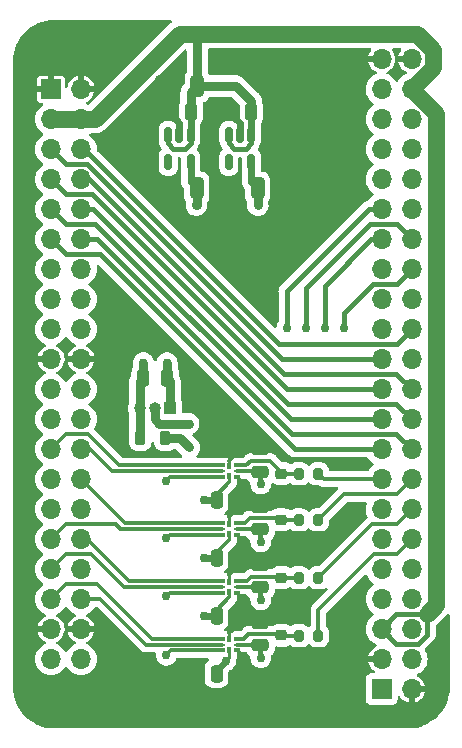
<source format=gtl>
%TF.GenerationSoftware,KiCad,Pcbnew,(6.0.5)*%
%TF.CreationDate,2025-06-10T19:53:23+02:00*%
%TF.ProjectId,LandShark_ADC_Bridge,4c616e64-5368-4617-926b-5f4144435f42,rev?*%
%TF.SameCoordinates,Original*%
%TF.FileFunction,Copper,L1,Top*%
%TF.FilePolarity,Positive*%
%FSLAX46Y46*%
G04 Gerber Fmt 4.6, Leading zero omitted, Abs format (unit mm)*
G04 Created by KiCad (PCBNEW (6.0.5)) date 2025-06-10 19:53:23*
%MOMM*%
%LPD*%
G01*
G04 APERTURE LIST*
G04 Aperture macros list*
%AMRoundRect*
0 Rectangle with rounded corners*
0 $1 Rounding radius*
0 $2 $3 $4 $5 $6 $7 $8 $9 X,Y pos of 4 corners*
0 Add a 4 corners polygon primitive as box body*
4,1,4,$2,$3,$4,$5,$6,$7,$8,$9,$2,$3,0*
0 Add four circle primitives for the rounded corners*
1,1,$1+$1,$2,$3*
1,1,$1+$1,$4,$5*
1,1,$1+$1,$6,$7*
1,1,$1+$1,$8,$9*
0 Add four rect primitives between the rounded corners*
20,1,$1+$1,$2,$3,$4,$5,0*
20,1,$1+$1,$4,$5,$6,$7,0*
20,1,$1+$1,$6,$7,$8,$9,0*
20,1,$1+$1,$8,$9,$2,$3,0*%
G04 Aperture macros list end*
%TA.AperFunction,SMDPad,CuDef*%
%ADD10RoundRect,0.200000X0.200000X0.275000X-0.200000X0.275000X-0.200000X-0.275000X0.200000X-0.275000X0*%
%TD*%
%TA.AperFunction,SMDPad,CuDef*%
%ADD11RoundRect,0.250000X-0.250000X-0.475000X0.250000X-0.475000X0.250000X0.475000X-0.250000X0.475000X0*%
%TD*%
%TA.AperFunction,SMDPad,CuDef*%
%ADD12RoundRect,0.225000X0.250000X-0.225000X0.250000X0.225000X-0.250000X0.225000X-0.250000X-0.225000X0*%
%TD*%
%TA.AperFunction,ComponentPad*%
%ADD13R,1.000000X1.000000*%
%TD*%
%TA.AperFunction,ComponentPad*%
%ADD14O,1.000000X1.000000*%
%TD*%
%TA.AperFunction,SMDPad,CuDef*%
%ADD15RoundRect,0.250000X-0.475000X0.250000X-0.475000X-0.250000X0.475000X-0.250000X0.475000X0.250000X0*%
%TD*%
%TA.AperFunction,SMDPad,CuDef*%
%ADD16R,0.580000X0.300000*%
%TD*%
%TA.AperFunction,SMDPad,CuDef*%
%ADD17R,0.580000X0.250000*%
%TD*%
%TA.AperFunction,SMDPad,CuDef*%
%ADD18R,0.350000X0.630000*%
%TD*%
%TA.AperFunction,SMDPad,CuDef*%
%ADD19RoundRect,0.250000X0.325000X0.650000X-0.325000X0.650000X-0.325000X-0.650000X0.325000X-0.650000X0*%
%TD*%
%TA.AperFunction,SMDPad,CuDef*%
%ADD20RoundRect,0.250000X0.250000X0.475000X-0.250000X0.475000X-0.250000X-0.475000X0.250000X-0.475000X0*%
%TD*%
%TA.AperFunction,SMDPad,CuDef*%
%ADD21RoundRect,0.150000X-0.150000X0.512500X-0.150000X-0.512500X0.150000X-0.512500X0.150000X0.512500X0*%
%TD*%
%TA.AperFunction,SMDPad,CuDef*%
%ADD22RoundRect,0.218750X-0.218750X-0.381250X0.218750X-0.381250X0.218750X0.381250X-0.218750X0.381250X0*%
%TD*%
%TA.AperFunction,ComponentPad*%
%ADD23R,1.700000X1.700000*%
%TD*%
%TA.AperFunction,ComponentPad*%
%ADD24O,1.700000X1.700000*%
%TD*%
%TA.AperFunction,ViaPad*%
%ADD25C,0.760000*%
%TD*%
%TA.AperFunction,Conductor*%
%ADD26C,0.800000*%
%TD*%
%TA.AperFunction,Conductor*%
%ADD27C,0.400000*%
%TD*%
%TA.AperFunction,Conductor*%
%ADD28C,0.250000*%
%TD*%
%TA.AperFunction,Conductor*%
%ADD29C,0.300000*%
%TD*%
%TA.AperFunction,Conductor*%
%ADD30C,0.600000*%
%TD*%
%TA.AperFunction,Conductor*%
%ADD31C,1.400000*%
%TD*%
G04 APERTURE END LIST*
D10*
%TO.P,R2,1*%
%TO.N,/I_X2_SENSE*%
X158375000Y-107950000D03*
%TO.P,R2,2*%
%TO.N,Net-(U2-Pad7)*%
X156725000Y-107950000D03*
%TD*%
D11*
%TO.P,C11,1*%
%TO.N,VDD*%
X149750000Y-124850000D03*
%TO.P,C11,2*%
%TO.N,GND*%
X151650000Y-124850000D03*
%TD*%
D12*
%TO.P,C13,1*%
%TO.N,GND*%
X155250000Y-109475000D03*
%TO.P,C13,2*%
%TO.N,Net-(U2-Pad7)*%
X155250000Y-107925000D03*
%TD*%
D13*
%TO.P,J3,1,Pin_1*%
%TO.N,+2V5*%
X145800000Y-102400000D03*
D14*
%TO.P,J3,2,Pin_2*%
%TO.N,VDDA*%
X144530000Y-102400000D03*
%TO.P,J3,3,Pin_3*%
%TO.N,+3V3*%
X143260000Y-102400000D03*
%TD*%
D15*
%TO.P,C19,1*%
%TO.N,GND*%
X153450000Y-120550000D03*
%TO.P,C19,2*%
%TO.N,VDDA*%
X153450000Y-122450000D03*
%TD*%
D16*
%TO.P,U2,1,~{CS}*%
%TO.N,/V_X1*%
X150200000Y-107215000D03*
D17*
%TO.P,U2,2,SDO*%
%TO.N,/V_X2*%
X150200000Y-107715000D03*
D16*
%TO.P,U2,3,SCLK*%
%TO.N,/V_Y1*%
X150200000Y-108215000D03*
D18*
%TO.P,U2,4,DVDD*%
%TO.N,VDD*%
X150835000Y-108150000D03*
D16*
%TO.P,U2,5,GND*%
%TO.N,GND*%
X151470000Y-108215000D03*
D17*
%TO.P,U2,6,AVDD*%
%TO.N,VDDA*%
X151470000Y-107715000D03*
D16*
%TO.P,U2,7,AINP*%
%TO.N,Net-(U2-Pad7)*%
X151470000Y-107215000D03*
D18*
%TO.P,U2,8,AINM*%
%TO.N,GND*%
X150835000Y-107280000D03*
%TD*%
D16*
%TO.P,U4,1,~{CS}*%
%TO.N,/PS_GPIO4*%
X150202500Y-121900000D03*
D17*
%TO.P,U4,2,SDO*%
%TO.N,/PS_GPIO5*%
X150202500Y-122400000D03*
D16*
%TO.P,U4,3,SCLK*%
%TO.N,/PS_GPIO3*%
X150202500Y-122900000D03*
D18*
%TO.P,U4,4,DVDD*%
%TO.N,VDD*%
X150837500Y-122835000D03*
D16*
%TO.P,U4,5,GND*%
%TO.N,GND*%
X151472500Y-122900000D03*
D17*
%TO.P,U4,6,AVDD*%
%TO.N,VDDA*%
X151472500Y-122400000D03*
D16*
%TO.P,U4,7,AINP*%
%TO.N,Net-(U4-Pad7)*%
X151472500Y-121900000D03*
D18*
%TO.P,U4,8,AINM*%
%TO.N,GND*%
X150837500Y-121965000D03*
%TD*%
D15*
%TO.P,C16,1*%
%TO.N,GND*%
X153450000Y-115650000D03*
%TO.P,C16,2*%
%TO.N,VDDA*%
X153450000Y-117550000D03*
%TD*%
D11*
%TO.P,C9,1*%
%TO.N,VDD*%
X149750000Y-110150000D03*
%TO.P,C9,2*%
%TO.N,GND*%
X151650000Y-110150000D03*
%TD*%
D19*
%TO.P,C1,1*%
%TO.N,+5V*%
X148125000Y-75100000D03*
%TO.P,C1,2*%
%TO.N,GND*%
X145175000Y-75100000D03*
%TD*%
D20*
%TO.P,C6,1*%
%TO.N,+3V3*%
X143550000Y-99825000D03*
%TO.P,C6,2*%
%TO.N,GND*%
X141650000Y-99825000D03*
%TD*%
D10*
%TO.P,R3,1*%
%TO.N,/I_Y1_SENSE*%
X158375000Y-111850000D03*
%TO.P,R3,2*%
%TO.N,Net-(U3-Pad7)*%
X156725000Y-111850000D03*
%TD*%
D15*
%TO.P,C18,1*%
%TO.N,GND*%
X153450000Y-110750000D03*
%TO.P,C18,2*%
%TO.N,VDDA*%
X153450000Y-112650000D03*
%TD*%
D10*
%TO.P,R1,1*%
%TO.N,/I_X1_SENSE*%
X158375000Y-116750000D03*
%TO.P,R1,2*%
%TO.N,Net-(U1-Pad7)*%
X156725000Y-116750000D03*
%TD*%
D12*
%TO.P,C15,1*%
%TO.N,GND*%
X155250000Y-123175000D03*
%TO.P,C15,2*%
%TO.N,Net-(U4-Pad7)*%
X155250000Y-121625000D03*
%TD*%
D20*
%TO.P,C3,1*%
%TO.N,+5V*%
X152700000Y-77300000D03*
%TO.P,C3,2*%
%TO.N,GND*%
X150800000Y-77300000D03*
%TD*%
D11*
%TO.P,C10,1*%
%TO.N,VDD*%
X149750000Y-115050000D03*
%TO.P,C10,2*%
%TO.N,GND*%
X151650000Y-115050000D03*
%TD*%
D21*
%TO.P,U5,1,VIN*%
%TO.N,+5V*%
X147550000Y-79262500D03*
%TO.P,U5,2,GND*%
%TO.N,GND*%
X146600000Y-79262500D03*
%TO.P,U5,3,CE*%
%TO.N,+5V*%
X145650000Y-79262500D03*
%TO.P,U5,4,NC*%
%TO.N,unconnected-(U5-Pad4)*%
X145650000Y-81537500D03*
%TO.P,U5,5,VOUT*%
%TO.N,+3V3*%
X147550000Y-81537500D03*
%TD*%
D11*
%TO.P,C7,1*%
%TO.N,+2V5*%
X145550000Y-99825000D03*
%TO.P,C7,2*%
%TO.N,GND*%
X147450000Y-99825000D03*
%TD*%
D16*
%TO.P,U3,1,~{CS}*%
%TO.N,/V_Y2*%
X150202500Y-112100000D03*
D17*
%TO.P,U3,2,SDO*%
%TO.N,/PS_GPIO0*%
X150202500Y-112600000D03*
D16*
%TO.P,U3,3,SCLK*%
%TO.N,/V_Y1*%
X150202500Y-113100000D03*
D18*
%TO.P,U3,4,DVDD*%
%TO.N,VDD*%
X150837500Y-113035000D03*
D16*
%TO.P,U3,5,GND*%
%TO.N,GND*%
X151472500Y-113100000D03*
D17*
%TO.P,U3,6,AVDD*%
%TO.N,VDDA*%
X151472500Y-112600000D03*
D16*
%TO.P,U3,7,AINP*%
%TO.N,Net-(U3-Pad7)*%
X151472500Y-112100000D03*
D18*
%TO.P,U3,8,AINM*%
%TO.N,GND*%
X150837500Y-112165000D03*
%TD*%
D11*
%TO.P,C8,1*%
%TO.N,VDD*%
X149750000Y-119950000D03*
%TO.P,C8,2*%
%TO.N,GND*%
X151650000Y-119950000D03*
%TD*%
D21*
%TO.P,U6,1,VIN*%
%TO.N,+5V*%
X152700000Y-79262500D03*
%TO.P,U6,2,GND*%
%TO.N,GND*%
X151750000Y-79262500D03*
%TO.P,U6,3,CE*%
%TO.N,+5V*%
X150800000Y-79262500D03*
%TO.P,U6,4,NC*%
%TO.N,unconnected-(U6-Pad4)*%
X150800000Y-81537500D03*
%TO.P,U6,5,VOUT*%
%TO.N,+2V5*%
X152700000Y-81537500D03*
%TD*%
D15*
%TO.P,C17,1*%
%TO.N,GND*%
X153450000Y-105850000D03*
%TO.P,C17,2*%
%TO.N,VDDA*%
X153450000Y-107750000D03*
%TD*%
D16*
%TO.P,U1,1,~{CS}*%
%TO.N,/PS_GPIO1*%
X150202500Y-117000000D03*
D17*
%TO.P,U1,2,SDO*%
%TO.N,/PS_GPIO2*%
X150202500Y-117500000D03*
D16*
%TO.P,U1,3,SCLK*%
%TO.N,/PS_GPIO3*%
X150202500Y-118000000D03*
D18*
%TO.P,U1,4,DVDD*%
%TO.N,VDD*%
X150837500Y-117935000D03*
D16*
%TO.P,U1,5,GND*%
%TO.N,GND*%
X151472500Y-118000000D03*
D17*
%TO.P,U1,6,AVDD*%
%TO.N,VDDA*%
X151472500Y-117500000D03*
D16*
%TO.P,U1,7,AINP*%
%TO.N,Net-(U1-Pad7)*%
X151472500Y-117000000D03*
D18*
%TO.P,U1,8,AINM*%
%TO.N,GND*%
X150837500Y-117065000D03*
%TD*%
D19*
%TO.P,C4,1*%
%TO.N,+3V3*%
X148075000Y-83750000D03*
%TO.P,C4,2*%
%TO.N,GND*%
X145125000Y-83750000D03*
%TD*%
D10*
%TO.P,R4,1*%
%TO.N,/I_Y2_SENSE*%
X158375000Y-121650000D03*
%TO.P,R4,2*%
%TO.N,Net-(U4-Pad7)*%
X156725000Y-121650000D03*
%TD*%
D22*
%TO.P,L1,1,1*%
%TO.N,+3V3*%
X143287500Y-104900000D03*
%TO.P,L1,2,2*%
%TO.N,VDD*%
X145412500Y-104900000D03*
%TD*%
D12*
%TO.P,C12,1*%
%TO.N,GND*%
X155250000Y-118275000D03*
%TO.P,C12,2*%
%TO.N,Net-(U1-Pad7)*%
X155250000Y-116725000D03*
%TD*%
%TO.P,C14,1*%
%TO.N,GND*%
X155250000Y-113375000D03*
%TO.P,C14,2*%
%TO.N,Net-(U3-Pad7)*%
X155250000Y-111825000D03*
%TD*%
D20*
%TO.P,C2,1*%
%TO.N,+5V*%
X147600000Y-77300000D03*
%TO.P,C2,2*%
%TO.N,GND*%
X145700000Y-77300000D03*
%TD*%
D19*
%TO.P,C5,1*%
%TO.N,+2V5*%
X153225000Y-83750000D03*
%TO.P,C5,2*%
%TO.N,GND*%
X150275000Y-83750000D03*
%TD*%
D23*
%TO.P,J2,1,Pin_1*%
%TO.N,/VM*%
X163725000Y-126175000D03*
D24*
%TO.P,J2,2,Pin_2*%
%TO.N,GND*%
X166265000Y-126175000D03*
%TO.P,J2,3,Pin_3*%
X163725000Y-123635000D03*
%TO.P,J2,4,Pin_4*%
%TO.N,unconnected-(J2-Pad4)*%
X166265000Y-123635000D03*
%TO.P,J2,5,Pin_5*%
%TO.N,+5V*%
X163725000Y-121095000D03*
%TO.P,J2,6,Pin_6*%
%TO.N,unconnected-(J2-Pad6)*%
X166265000Y-121095000D03*
%TO.P,J2,7,Pin_7*%
%TO.N,/I2C2_SCL*%
X163725000Y-118555000D03*
%TO.P,J2,8,Pin_8*%
%TO.N,unconnected-(J2-Pad8)*%
X166265000Y-118555000D03*
%TO.P,J2,9,Pin_9*%
%TO.N,/ADC8*%
X163725000Y-116015000D03*
%TO.P,J2,10,Pin_10*%
%TO.N,unconnected-(J2-Pad10)*%
X166265000Y-116015000D03*
%TO.P,J2,11,Pin_11*%
%TO.N,/ADC9*%
X163725000Y-113475000D03*
%TO.P,J2,12,Pin_12*%
%TO.N,/I_Y2_SENSE*%
X166265000Y-113475000D03*
%TO.P,J2,13,Pin_13*%
%TO.N,unconnected-(J2-Pad13)*%
X163725000Y-110935000D03*
%TO.P,J2,14,Pin_14*%
%TO.N,/I_X1_SENSE*%
X166265000Y-110935000D03*
%TO.P,J2,15,Pin_15*%
%TO.N,/I_X2_SENSE*%
X163725000Y-108395000D03*
%TO.P,J2,16,Pin_16*%
%TO.N,/I_Y1_SENSE*%
X166265000Y-108395000D03*
%TO.P,J2,17,Pin_17*%
%TO.N,/Y2_H*%
X163725000Y-105855000D03*
%TO.P,J2,18,Pin_18*%
%TO.N,/Y2_L*%
X166265000Y-105855000D03*
%TO.P,J2,19,Pin_19*%
%TO.N,/Y1_H*%
X163725000Y-103315000D03*
%TO.P,J2,20,Pin_20*%
%TO.N,/Y1_L*%
X166265000Y-103315000D03*
%TO.P,J2,21,Pin_21*%
%TO.N,/X2_H*%
X163725000Y-100775000D03*
%TO.P,J2,22,Pin_22*%
%TO.N,/X2_L*%
X166265000Y-100775000D03*
%TO.P,J2,23,Pin_23*%
%TO.N,/X1_H*%
X163725000Y-98235000D03*
%TO.P,J2,24,Pin_24*%
%TO.N,/SPI2_NCS*%
X166265000Y-98235000D03*
%TO.P,J2,25,Pin_25*%
%TO.N,unconnected-(J2-Pad25)*%
X163725000Y-95695000D03*
%TO.P,J2,26,Pin_26*%
%TO.N,/X1_L*%
X166265000Y-95695000D03*
%TO.P,J2,27,Pin_27*%
%TO.N,/SPI2_SCK*%
X163725000Y-93155000D03*
%TO.P,J2,28,Pin_28*%
%TO.N,/SPI2_MISO*%
X166265000Y-93155000D03*
%TO.P,J2,29,Pin_29*%
%TO.N,/SPI2_MOSI*%
X163725000Y-90615000D03*
%TO.P,J2,30,Pin_30*%
%TO.N,/I_Y2*%
X166265000Y-90615000D03*
%TO.P,J2,31,Pin_31*%
%TO.N,/I_Y1*%
X163725000Y-88075000D03*
%TO.P,J2,32,Pin_32*%
%TO.N,/I_X2*%
X166265000Y-88075000D03*
%TO.P,J2,33,Pin_33*%
%TO.N,/I_X1*%
X163725000Y-85535000D03*
%TO.P,J2,34,Pin_34*%
%TO.N,unconnected-(J2-Pad34)*%
X166265000Y-85535000D03*
%TO.P,J2,35,Pin_35*%
%TO.N,unconnected-(J2-Pad35)*%
X163725000Y-82995000D03*
%TO.P,J2,36,Pin_36*%
%TO.N,unconnected-(J2-Pad36)*%
X166265000Y-82995000D03*
%TO.P,J2,37,Pin_37*%
%TO.N,unconnected-(J2-Pad37)*%
X163725000Y-80455000D03*
%TO.P,J2,38,Pin_38*%
%TO.N,/I_Y2*%
X166265000Y-80455000D03*
%TO.P,J2,39,Pin_39*%
%TO.N,unconnected-(J2-Pad39)*%
X163725000Y-77915000D03*
%TO.P,J2,40,Pin_40*%
%TO.N,/I2C2_SDA*%
X166265000Y-77915000D03*
%TO.P,J2,41,Pin_41*%
%TO.N,unconnected-(J2-Pad41)*%
X163725000Y-75375000D03*
%TO.P,J2,42,Pin_42*%
%TO.N,+5V*%
X166265000Y-75375000D03*
%TO.P,J2,43,Pin_43*%
%TO.N,GND*%
X163725000Y-72835000D03*
%TO.P,J2,44,Pin_44*%
X166265000Y-72835000D03*
%TD*%
D23*
%TO.P,J1,1,Pin_1*%
%TO.N,GND*%
X135730000Y-75370000D03*
D24*
%TO.P,J1,2,Pin_2*%
X138270000Y-75370000D03*
%TO.P,J1,3,Pin_3*%
%TO.N,+5V*%
X135730000Y-77910000D03*
%TO.P,J1,4,Pin_4*%
X138270000Y-77910000D03*
%TO.P,J1,5,Pin_5*%
%TO.N,/X1_H*%
X135730000Y-80450000D03*
%TO.P,J1,6,Pin_6*%
%TO.N,/X1_L*%
X138270000Y-80450000D03*
%TO.P,J1,7,Pin_7*%
%TO.N,/X2_H*%
X135730000Y-82990000D03*
%TO.P,J1,8,Pin_8*%
%TO.N,/X2_L*%
X138270000Y-82990000D03*
%TO.P,J1,9,Pin_9*%
%TO.N,/Y1_H*%
X135730000Y-85530000D03*
%TO.P,J1,10,Pin_10*%
%TO.N,/Y1_L*%
X138270000Y-85530000D03*
%TO.P,J1,11,Pin_11*%
%TO.N,/Y2_H*%
X135730000Y-88070000D03*
%TO.P,J1,12,Pin_12*%
%TO.N,/Y2_L*%
X138270000Y-88070000D03*
%TO.P,J1,13,Pin_13*%
%TO.N,/SPI2_MOSI*%
X135730000Y-90610000D03*
%TO.P,J1,14,Pin_14*%
%TO.N,/SPI2_MISO*%
X138270000Y-90610000D03*
%TO.P,J1,15,Pin_15*%
%TO.N,/SPI2_SCK*%
X135730000Y-93150000D03*
%TO.P,J1,16,Pin_16*%
%TO.N,/SPI2_NCS*%
X138270000Y-93150000D03*
%TO.P,J1,17,Pin_17*%
%TO.N,/I2C2_SDA*%
X135730000Y-95690000D03*
%TO.P,J1,18,Pin_18*%
%TO.N,/I2C2_SCL*%
X138270000Y-95690000D03*
%TO.P,J1,19,Pin_19*%
%TO.N,GND*%
X135730000Y-98230000D03*
%TO.P,J1,20,Pin_20*%
X138270000Y-98230000D03*
%TO.P,J1,21,Pin_21*%
%TO.N,/I_X1*%
X135730000Y-100770000D03*
%TO.P,J1,22,Pin_22*%
%TO.N,/I_X2*%
X138270000Y-100770000D03*
%TO.P,J1,23,Pin_23*%
%TO.N,/I_Y1*%
X135730000Y-103310000D03*
%TO.P,J1,24,Pin_24*%
%TO.N,/I_Y2*%
X138270000Y-103310000D03*
%TO.P,J1,25,Pin_25*%
%TO.N,/V_X1*%
X135730000Y-105850000D03*
%TO.P,J1,26,Pin_26*%
%TO.N,/V_X2*%
X138270000Y-105850000D03*
%TO.P,J1,27,Pin_27*%
%TO.N,/V_Y1*%
X135730000Y-108390000D03*
%TO.P,J1,28,Pin_28*%
%TO.N,/V_Y2*%
X138270000Y-108390000D03*
%TO.P,J1,29,Pin_29*%
%TO.N,/ADC8*%
X135730000Y-110930000D03*
%TO.P,J1,30,Pin_30*%
%TO.N,/ADC9*%
X138270000Y-110930000D03*
%TO.P,J1,31,Pin_31*%
%TO.N,/PS_GPIO0*%
X135730000Y-113470000D03*
%TO.P,J1,32,Pin_32*%
%TO.N,/PS_GPIO1*%
X138270000Y-113470000D03*
%TO.P,J1,33,Pin_33*%
%TO.N,/PS_GPIO2*%
X135730000Y-116010000D03*
%TO.P,J1,34,Pin_34*%
%TO.N,/PS_GPIO3*%
X138270000Y-116010000D03*
%TO.P,J1,35,Pin_35*%
%TO.N,/PS_GPIO4*%
X135730000Y-118550000D03*
%TO.P,J1,36,Pin_36*%
%TO.N,/PS_GPIO5*%
X138270000Y-118550000D03*
%TO.P,J1,37,Pin_37*%
%TO.N,GND*%
X135730000Y-121090000D03*
%TO.P,J1,38,Pin_38*%
X138270000Y-121090000D03*
%TO.P,J1,39,Pin_39*%
%TO.N,/VM*%
X135730000Y-123630000D03*
%TO.P,J1,40,Pin_40*%
X138270000Y-123630000D03*
%TD*%
D25*
%TO.N,GND*%
X156400000Y-113400000D03*
X156400000Y-118300000D03*
X152200000Y-123600000D03*
X149750000Y-77300000D03*
X146250000Y-74250000D03*
X146250000Y-83750000D03*
X141650000Y-101100000D03*
X151350000Y-83750000D03*
X152200000Y-118700000D03*
X152200000Y-108900000D03*
X156400000Y-109450000D03*
X151850000Y-105850000D03*
X147450000Y-101100000D03*
X156400000Y-123200000D03*
X152200000Y-113800000D03*
X144650000Y-77300000D03*
%TO.N,/I_X1*%
X155700000Y-95600000D03*
%TO.N,/I_X2*%
X157300000Y-95600000D03*
%TO.N,/I_Y1*%
X158900000Y-95600000D03*
%TO.N,/I_Y2*%
X160550000Y-95600000D03*
%TO.N,/V_Y1*%
X145500000Y-108550000D03*
X145500000Y-113400000D03*
%TO.N,/PS_GPIO3*%
X145500000Y-123300000D03*
X145500000Y-118300000D03*
%TO.N,+3V3*%
X148050000Y-85200000D03*
X143550000Y-98550000D03*
%TO.N,+2V5*%
X153250000Y-85200000D03*
X145550000Y-98550000D03*
%TO.N,VDDA*%
X153500000Y-118600000D03*
X153500000Y-123500000D03*
X153500000Y-113700000D03*
X153500000Y-108800000D03*
X147400000Y-103700000D03*
%TO.N,VDD*%
X148650000Y-110150000D03*
X148650000Y-115050000D03*
X148650000Y-119950000D03*
X150550000Y-123750000D03*
X147450000Y-105700000D03*
%TD*%
D26*
%TO.N,GND*%
X145700000Y-77300000D02*
X145700000Y-75625000D01*
D27*
X151650000Y-114350000D02*
X152200000Y-113800000D01*
X151650000Y-115050000D02*
X151650000Y-114350000D01*
X151650000Y-109450000D02*
X152200000Y-108900000D01*
X156375000Y-113375000D02*
X156400000Y-113400000D01*
X155250000Y-123550000D02*
X153900000Y-124900000D01*
D28*
X150835000Y-107280000D02*
X150835000Y-106865000D01*
D27*
X155250000Y-123175000D02*
X155250000Y-123550000D01*
D29*
X151500000Y-118000000D02*
X152200000Y-118700000D01*
D27*
X152250000Y-120550000D02*
X151650000Y-119950000D01*
X153450000Y-105850000D02*
X151850000Y-105850000D01*
X151650000Y-124150000D02*
X152200000Y-123600000D01*
D29*
X150837500Y-116500000D02*
X151687500Y-115650000D01*
D27*
X151650000Y-110150000D02*
X151650000Y-109450000D01*
D29*
X151500000Y-122900000D02*
X152200000Y-123600000D01*
D26*
X145700000Y-75625000D02*
X145175000Y-75100000D01*
D29*
X150835000Y-106865000D02*
X151850000Y-105850000D01*
D26*
X145175000Y-75100000D02*
X145400000Y-75100000D01*
D27*
X155250000Y-118275000D02*
X155250000Y-118750000D01*
D26*
X145400000Y-75100000D02*
X146250000Y-74250000D01*
X150275000Y-83750000D02*
X151350000Y-83750000D01*
D27*
X155250000Y-118275000D02*
X156375000Y-118275000D01*
D30*
X146600000Y-79262500D02*
X146600000Y-78200000D01*
D27*
X153900000Y-124900000D02*
X151700000Y-124900000D01*
D29*
X151472500Y-113100000D02*
X151500000Y-113100000D01*
D26*
X147450000Y-99825000D02*
X147450000Y-101100000D01*
X150800000Y-77300000D02*
X149750000Y-77300000D01*
D27*
X156375000Y-123175000D02*
X156400000Y-123200000D01*
D30*
X151750000Y-79262500D02*
X151750000Y-78250000D01*
D28*
X150837500Y-117065000D02*
X150837500Y-116500000D01*
X151687500Y-115650000D02*
X153450000Y-115650000D01*
D30*
X151750000Y-78250000D02*
X150800000Y-77300000D01*
D26*
X145125000Y-83750000D02*
X146250000Y-83750000D01*
D28*
X150837500Y-112165000D02*
X150837500Y-111600000D01*
D27*
X155250000Y-109475000D02*
X156375000Y-109475000D01*
X156375000Y-109475000D02*
X156400000Y-109450000D01*
D29*
X151500000Y-113100000D02*
X152200000Y-113800000D01*
D27*
X151650000Y-124850000D02*
X151650000Y-124150000D01*
D29*
X151472500Y-118000000D02*
X151500000Y-118000000D01*
X151472500Y-122900000D02*
X151500000Y-122900000D01*
D26*
X145700000Y-77300000D02*
X144650000Y-77300000D01*
D29*
X150837500Y-111600000D02*
X151687500Y-110750000D01*
D27*
X155250000Y-118750000D02*
X153450000Y-120550000D01*
X151650000Y-119950000D02*
X151650000Y-119250000D01*
X152250000Y-115650000D02*
X151650000Y-115050000D01*
X151650000Y-119250000D02*
X152200000Y-118700000D01*
X152250000Y-110750000D02*
X151650000Y-110150000D01*
D29*
X150837500Y-121445978D02*
X151733478Y-120550000D01*
D27*
X151700000Y-124900000D02*
X151650000Y-124850000D01*
D28*
X151687500Y-110750000D02*
X153450000Y-110750000D01*
D29*
X151470000Y-108215000D02*
X151515000Y-108215000D01*
D28*
X151733478Y-120550000D02*
X153450000Y-120550000D01*
D26*
X141650000Y-99825000D02*
X141650000Y-101100000D01*
D27*
X156375000Y-118275000D02*
X156400000Y-118300000D01*
X155250000Y-123175000D02*
X156375000Y-123175000D01*
D30*
X146600000Y-78200000D02*
X145700000Y-77300000D01*
D27*
X153450000Y-120550000D02*
X152250000Y-120550000D01*
X153450000Y-115650000D02*
X152250000Y-115650000D01*
X153450000Y-110750000D02*
X153975000Y-110750000D01*
X155250000Y-113375000D02*
X156375000Y-113375000D01*
D28*
X150837500Y-121965000D02*
X150837500Y-121445978D01*
D29*
X151515000Y-108215000D02*
X152200000Y-108900000D01*
D27*
X155250000Y-113850000D02*
X153450000Y-115650000D01*
X153450000Y-110750000D02*
X152250000Y-110750000D01*
X153975000Y-110750000D02*
X155250000Y-109475000D01*
X155250000Y-113375000D02*
X155250000Y-113850000D01*
D31*
%TO.N,+5V*%
X168100000Y-73540000D02*
X166265000Y-75375000D01*
X168100000Y-72050000D02*
X168100000Y-73540000D01*
X166750000Y-70700000D02*
X168100000Y-72050000D01*
D27*
X152700000Y-79950000D02*
X152700000Y-79262500D01*
X163725000Y-121095000D02*
X164974511Y-119845489D01*
D26*
X147600000Y-77300000D02*
X147600000Y-75625000D01*
D31*
X146650000Y-70700000D02*
X148100000Y-70700000D01*
D30*
X147550000Y-77350000D02*
X147600000Y-77300000D01*
D31*
X168350000Y-77450000D02*
X168350000Y-119050000D01*
X166265000Y-75375000D02*
X166275000Y-75375000D01*
D26*
X148125000Y-70725000D02*
X148100000Y-70700000D01*
D27*
X147550000Y-79950000D02*
X147550000Y-79262500D01*
X151250000Y-80400000D02*
X152250000Y-80400000D01*
X152250000Y-80400000D02*
X152700000Y-79950000D01*
D31*
X135730000Y-77910000D02*
X138270000Y-77910000D01*
D26*
X151400000Y-75100000D02*
X148125000Y-75100000D01*
D31*
X168350000Y-119050000D02*
X167600000Y-119800000D01*
X138270000Y-77910000D02*
X139440000Y-77910000D01*
D26*
X147600000Y-75625000D02*
X148125000Y-75100000D01*
D27*
X164974511Y-119845489D02*
X167554511Y-119845489D01*
X146100000Y-80400000D02*
X147100000Y-80400000D01*
X167554511Y-119845489D02*
X167600000Y-119800000D01*
D30*
X152700000Y-79262500D02*
X152700000Y-77300000D01*
X147550000Y-79262500D02*
X147550000Y-77350000D01*
D26*
X148125000Y-75100000D02*
X148125000Y-70725000D01*
D27*
X147100000Y-80400000D02*
X147550000Y-79950000D01*
D31*
X148100000Y-70700000D02*
X152700000Y-70700000D01*
D27*
X145650000Y-79262500D02*
X145650000Y-79950000D01*
D26*
X152700000Y-77300000D02*
X152700000Y-76400000D01*
X152700000Y-76400000D02*
X151400000Y-75100000D01*
D27*
X145650000Y-79950000D02*
X146100000Y-80400000D01*
X164974511Y-122344511D02*
X166805489Y-122344511D01*
D31*
X152700000Y-70700000D02*
X166750000Y-70700000D01*
D27*
X150800000Y-79262500D02*
X150800000Y-79950000D01*
D31*
X139440000Y-77910000D02*
X146650000Y-70700000D01*
D27*
X163725000Y-121095000D02*
X164974511Y-122344511D01*
X166805489Y-122344511D02*
X167600000Y-121550000D01*
X167600000Y-121550000D02*
X167600000Y-119800000D01*
D31*
X166275000Y-75375000D02*
X168350000Y-77450000D01*
D27*
X150800000Y-79950000D02*
X151250000Y-80400000D01*
%TO.N,/X1_H*%
X155282076Y-98235000D02*
X163725000Y-98235000D01*
X138746587Y-81699511D02*
X155282076Y-98235000D01*
X135730000Y-80450000D02*
X136979511Y-81699511D01*
X136979511Y-81699511D02*
X138746587Y-81699511D01*
%TO.N,/X1_L*%
X155044511Y-96944511D02*
X165015489Y-96944511D01*
X165015489Y-96944511D02*
X166265000Y-95695000D01*
X138550000Y-80450000D02*
X155044511Y-96944511D01*
X138270000Y-80450000D02*
X138550000Y-80450000D01*
%TO.N,/X2_H*%
X135730000Y-82990000D02*
X136979511Y-84239511D01*
X136979511Y-84239511D02*
X139164511Y-84239511D01*
X139164511Y-84239511D02*
X155700000Y-100775000D01*
X155700000Y-100775000D02*
X163725000Y-100775000D01*
%TO.N,/X2_L*%
X164974511Y-99484511D02*
X166265000Y-100775000D01*
X138270000Y-82990000D02*
X138990000Y-82990000D01*
X155484511Y-99484511D02*
X164974511Y-99484511D01*
X138990000Y-82990000D02*
X155484511Y-99484511D01*
%TO.N,/Y1_H*%
X156015000Y-103315000D02*
X163725000Y-103315000D01*
X139479511Y-86779511D02*
X156015000Y-103315000D01*
X136979511Y-86779511D02*
X139479511Y-86779511D01*
X135730000Y-85530000D02*
X136979511Y-86779511D01*
%TO.N,/Y1_L*%
X155824511Y-102024511D02*
X164974511Y-102024511D01*
X138270000Y-85530000D02*
X139330000Y-85530000D01*
X164974511Y-102024511D02*
X166265000Y-103315000D01*
X139330000Y-85530000D02*
X155824511Y-102024511D01*
%TO.N,/Y2_H*%
X135730000Y-88070000D02*
X136979511Y-89319511D01*
X156405000Y-105855000D02*
X163725000Y-105855000D01*
X136979511Y-89319511D02*
X139869511Y-89319511D01*
X139869511Y-89319511D02*
X156405000Y-105855000D01*
%TO.N,/Y2_L*%
X156164511Y-104564511D02*
X164974511Y-104564511D01*
X164974511Y-104564511D02*
X166265000Y-105855000D01*
X139670000Y-88070000D02*
X156164511Y-104564511D01*
X138270000Y-88070000D02*
X139670000Y-88070000D01*
%TO.N,/I_X1*%
X162665000Y-85535000D02*
X163725000Y-85535000D01*
X155700000Y-92500000D02*
X162665000Y-85535000D01*
X155700000Y-95600000D02*
X155700000Y-92500000D01*
%TO.N,/I_X2*%
X162724511Y-86825489D02*
X157300000Y-92250000D01*
X157300000Y-92250000D02*
X157300000Y-95600000D01*
X165015489Y-86825489D02*
X162724511Y-86825489D01*
X166265000Y-88075000D02*
X165015489Y-86825489D01*
%TO.N,/I_Y1*%
X158900000Y-95600000D02*
X158900000Y-92000000D01*
X158900000Y-92000000D02*
X162825000Y-88075000D01*
X162825000Y-88075000D02*
X163725000Y-88075000D01*
%TO.N,/I_Y2*%
X166265000Y-90615000D02*
X165015489Y-91864511D01*
X165015489Y-91864511D02*
X163035489Y-91864511D01*
X160550000Y-94350000D02*
X160550000Y-95600000D01*
X163035489Y-91864511D02*
X160550000Y-94350000D01*
D29*
%TO.N,/V_X1*%
X141515000Y-107215000D02*
X138850000Y-104550000D01*
X138850000Y-104550000D02*
X137030000Y-104550000D01*
X137030000Y-104550000D02*
X135730000Y-105850000D01*
X150200000Y-107215000D02*
X141515000Y-107215000D01*
%TO.N,/V_X2*%
X140915000Y-107715000D02*
X139050000Y-105850000D01*
X139050000Y-105850000D02*
X138270000Y-105850000D01*
X150200000Y-107715000D02*
X140915000Y-107715000D01*
%TO.N,/V_Y1*%
X150202500Y-113100000D02*
X145800000Y-113100000D01*
X145800000Y-113100000D02*
X145500000Y-113400000D01*
X145835000Y-108215000D02*
X145500000Y-108550000D01*
X150200000Y-108215000D02*
X145835000Y-108215000D01*
%TO.N,/V_Y2*%
X150202500Y-112100000D02*
X141980000Y-112100000D01*
X141980000Y-112100000D02*
X138270000Y-108390000D01*
%TO.N,/PS_GPIO0*%
X137000000Y-112200000D02*
X135730000Y-113470000D01*
X141600000Y-112600000D02*
X141200000Y-112200000D01*
X150202500Y-112600000D02*
X141600000Y-112600000D01*
X141200000Y-112200000D02*
X137000000Y-112200000D01*
%TO.N,/PS_GPIO1*%
X138820000Y-113470000D02*
X138270000Y-113470000D01*
X142350000Y-117000000D02*
X138820000Y-113470000D01*
X150202500Y-117000000D02*
X142350000Y-117000000D01*
%TO.N,/PS_GPIO2*%
X141900000Y-117500000D02*
X139150000Y-114750000D01*
X139150000Y-114750000D02*
X136990000Y-114750000D01*
X150202500Y-117500000D02*
X141900000Y-117500000D01*
X136990000Y-114750000D02*
X135730000Y-116010000D01*
%TO.N,/PS_GPIO3*%
X145800000Y-118000000D02*
X145500000Y-118300000D01*
X150202500Y-118000000D02*
X145800000Y-118000000D01*
X150202500Y-122900000D02*
X145900000Y-122900000D01*
X145900000Y-122900000D02*
X145500000Y-123300000D01*
%TO.N,/PS_GPIO4*%
X136980000Y-117300000D02*
X135730000Y-118550000D01*
X144250000Y-121900000D02*
X139650000Y-117300000D01*
X139650000Y-117300000D02*
X136980000Y-117300000D01*
X150202500Y-121900000D02*
X144250000Y-121900000D01*
%TO.N,/PS_GPIO5*%
X143750000Y-122400000D02*
X139900000Y-118550000D01*
X139900000Y-118550000D02*
X138270000Y-118550000D01*
X150202500Y-122400000D02*
X143750000Y-122400000D01*
%TO.N,/I_Y2_SENSE*%
X166265000Y-113475000D02*
X164990000Y-114750000D01*
X164990000Y-114750000D02*
X163100000Y-114750000D01*
X163100000Y-114750000D02*
X158375000Y-119475000D01*
X158375000Y-119475000D02*
X158375000Y-121650000D01*
%TO.N,/I_X1_SENSE*%
X165000000Y-112200000D02*
X162925000Y-112200000D01*
X162925000Y-112200000D02*
X158375000Y-116750000D01*
X166265000Y-110935000D02*
X165000000Y-112200000D01*
%TO.N,/I_X2_SENSE*%
X163725000Y-108395000D02*
X158820000Y-108395000D01*
X158820000Y-108395000D02*
X158375000Y-107950000D01*
%TO.N,/I_Y1_SENSE*%
X165010000Y-109650000D02*
X160575000Y-109650000D01*
X166265000Y-108395000D02*
X165010000Y-109650000D01*
X160575000Y-109650000D02*
X158375000Y-111850000D01*
D30*
%TO.N,+3V3*%
X147550000Y-81537500D02*
X147550000Y-83225000D01*
D26*
X143260000Y-102400000D02*
X143260000Y-104872500D01*
X143260000Y-104872500D02*
X143287500Y-104900000D01*
X143260000Y-100115000D02*
X143550000Y-99825000D01*
D30*
X147550000Y-83225000D02*
X148075000Y-83750000D01*
D26*
X148075000Y-83750000D02*
X148075000Y-85175000D01*
X143550000Y-99825000D02*
X143550000Y-98550000D01*
X148075000Y-85175000D02*
X148050000Y-85200000D01*
X143260000Y-102400000D02*
X143260000Y-100115000D01*
%TO.N,+2V5*%
X153225000Y-83750000D02*
X153225000Y-85175000D01*
X145550000Y-99825000D02*
X145550000Y-98550000D01*
X145550000Y-99825000D02*
X145800000Y-100075000D01*
D30*
X152700000Y-81537500D02*
X152700000Y-83225000D01*
D26*
X153225000Y-85175000D02*
X153250000Y-85200000D01*
D30*
X152700000Y-83225000D02*
X153225000Y-83750000D01*
D26*
X145800000Y-100075000D02*
X145800000Y-102400000D01*
D27*
%TO.N,VDDA*%
X153450000Y-108750000D02*
X153500000Y-108800000D01*
X153450000Y-107750000D02*
X153450000Y-108750000D01*
D29*
X151470000Y-107715000D02*
X153415000Y-107715000D01*
D27*
X153450000Y-123450000D02*
X153500000Y-123500000D01*
X153450000Y-117550000D02*
X153450000Y-118550000D01*
D29*
X153400000Y-112600000D02*
X153450000Y-112650000D01*
D26*
X144900978Y-103700000D02*
X147400000Y-103700000D01*
D27*
X153450000Y-112650000D02*
X153450000Y-113650000D01*
X153450000Y-113650000D02*
X153500000Y-113700000D01*
X153450000Y-122450000D02*
X153450000Y-123450000D01*
D29*
X153400000Y-117500000D02*
X153450000Y-117550000D01*
X151472500Y-117500000D02*
X153400000Y-117500000D01*
D26*
X144530000Y-102400000D02*
X144530000Y-103329022D01*
D29*
X153415000Y-107715000D02*
X153450000Y-107750000D01*
X151472500Y-122400000D02*
X153400000Y-122400000D01*
D26*
X144530000Y-103329022D02*
X144900978Y-103700000D01*
D27*
X153450000Y-118550000D02*
X153500000Y-118600000D01*
D29*
X153400000Y-122400000D02*
X153450000Y-122450000D01*
X151472500Y-112600000D02*
X153400000Y-112600000D01*
%TO.N,Net-(U1-Pad7)*%
X156725000Y-116750000D02*
X155275000Y-116750000D01*
X155175000Y-116650000D02*
X155250000Y-116725000D01*
X152700000Y-116650000D02*
X155175000Y-116650000D01*
X152350000Y-117000000D02*
X152700000Y-116650000D01*
X151472500Y-117000000D02*
X152350000Y-117000000D01*
X155275000Y-116750000D02*
X155250000Y-116725000D01*
%TO.N,Net-(U2-Pad7)*%
X156725000Y-107950000D02*
X155275000Y-107950000D01*
X151470000Y-107215000D02*
X151470480Y-107215480D01*
X151470480Y-107215480D02*
X152284520Y-107215480D01*
X152284520Y-107215480D02*
X152650000Y-106850000D01*
X152650000Y-106850000D02*
X154300000Y-106850000D01*
X155250000Y-107800000D02*
X155250000Y-107925000D01*
X155275000Y-107950000D02*
X155250000Y-107925000D01*
X154300000Y-106850000D02*
X155250000Y-107800000D01*
%TO.N,Net-(U3-Pad7)*%
X156725000Y-111850000D02*
X155275000Y-111850000D01*
X155125000Y-111700000D02*
X155250000Y-111825000D01*
X155275000Y-111850000D02*
X155250000Y-111825000D01*
X151472500Y-112100000D02*
X152150000Y-112100000D01*
X152150000Y-112100000D02*
X152550000Y-111700000D01*
X152550000Y-111700000D02*
X155125000Y-111700000D01*
%TO.N,Net-(U4-Pad7)*%
X156725000Y-121650000D02*
X155275000Y-121650000D01*
X152050000Y-121900000D02*
X152450000Y-121500000D01*
X155275000Y-121650000D02*
X155250000Y-121625000D01*
X155125000Y-121500000D02*
X155250000Y-121625000D01*
X152450000Y-121500000D02*
X155125000Y-121500000D01*
X151472500Y-121900000D02*
X152050000Y-121900000D01*
D28*
%TO.N,VDD*%
X149750000Y-109700000D02*
X149750000Y-110150000D01*
X150837500Y-113035000D02*
X150837500Y-113512500D01*
X149750000Y-114600000D02*
X149750000Y-115050000D01*
D26*
X145412500Y-104900000D02*
X146650000Y-104900000D01*
D30*
X149750000Y-119950000D02*
X148650000Y-119950000D01*
D28*
X150837500Y-117935000D02*
X150837500Y-118412500D01*
D30*
X149750000Y-124550000D02*
X150550000Y-123750000D01*
D28*
X150837500Y-123462500D02*
X150550000Y-123750000D01*
D26*
X146650000Y-104900000D02*
X147450000Y-105700000D01*
D30*
X149750000Y-115050000D02*
X148650000Y-115050000D01*
X149750000Y-110150000D02*
X148650000Y-110150000D01*
D28*
X150835000Y-108150000D02*
X150835000Y-108615000D01*
D30*
X149750000Y-124850000D02*
X149750000Y-124550000D01*
D29*
X150837500Y-118412500D02*
X149750000Y-119500000D01*
D28*
X150837500Y-122835000D02*
X150837500Y-123462500D01*
D29*
X150837500Y-113512500D02*
X149750000Y-114600000D01*
D28*
X149750000Y-119500000D02*
X149750000Y-119950000D01*
D29*
X150835000Y-108615000D02*
X149750000Y-109700000D01*
%TD*%
%TA.AperFunction,Conductor*%
%TO.N,GND*%
G36*
X145937064Y-69520502D02*
G01*
X145983557Y-69574158D01*
X145993661Y-69644432D01*
X145964167Y-69709012D01*
X145946950Y-69725449D01*
X145920372Y-69746402D01*
X145917769Y-69748399D01*
X145843267Y-69804033D01*
X145833468Y-69814634D01*
X145784570Y-69867531D01*
X145781140Y-69871097D01*
X138988694Y-76663543D01*
X138926382Y-76697569D01*
X138855567Y-76692504D01*
X138846350Y-76688643D01*
X138754298Y-76645719D01*
X138701012Y-76598802D01*
X138681551Y-76530525D01*
X138702092Y-76462565D01*
X138745981Y-76421589D01*
X138919124Y-76324625D01*
X138928596Y-76318115D01*
X139082219Y-76190348D01*
X139090348Y-76182219D01*
X139218115Y-76028596D01*
X139224625Y-76019124D01*
X139322258Y-75844786D01*
X139326934Y-75834283D01*
X139391160Y-75645078D01*
X139392396Y-75639933D01*
X139390694Y-75627993D01*
X139377126Y-75624000D01*
X138142000Y-75624000D01*
X138073879Y-75603998D01*
X138027386Y-75550342D01*
X138016000Y-75498000D01*
X138016000Y-75097885D01*
X138524000Y-75097885D01*
X138528475Y-75113124D01*
X138529865Y-75114329D01*
X138537548Y-75116000D01*
X139375196Y-75116000D01*
X139388727Y-75112027D01*
X139389896Y-75103893D01*
X139349785Y-74961670D01*
X139345663Y-74950931D01*
X139257292Y-74771733D01*
X139251282Y-74761925D01*
X139131731Y-74601827D01*
X139124041Y-74593287D01*
X138977315Y-74457654D01*
X138968190Y-74450653D01*
X138799209Y-74344034D01*
X138788965Y-74338814D01*
X138603377Y-74264772D01*
X138592356Y-74261507D01*
X138541770Y-74251445D01*
X138528894Y-74252597D01*
X138524000Y-74267753D01*
X138524000Y-75097885D01*
X138016000Y-75097885D01*
X138016000Y-74264823D01*
X138012194Y-74251861D01*
X137997278Y-74249925D01*
X137976780Y-74253447D01*
X137965660Y-74256427D01*
X137778207Y-74325582D01*
X137767829Y-74330532D01*
X137596119Y-74432688D01*
X137586807Y-74439453D01*
X137436587Y-74571194D01*
X137428670Y-74579537D01*
X137304975Y-74736443D01*
X137298704Y-74746100D01*
X137205679Y-74922912D01*
X137201273Y-74933549D01*
X137142025Y-75124356D01*
X137139632Y-75135614D01*
X137131127Y-75207473D01*
X137103257Y-75272770D01*
X137044508Y-75312634D01*
X136973534Y-75314408D01*
X136912867Y-75277529D01*
X136881770Y-75213706D01*
X136880000Y-75192663D01*
X136880000Y-74479160D01*
X136879558Y-74471714D01*
X136878006Y-74458664D01*
X136873048Y-74440626D01*
X136836245Y-74357769D01*
X136823287Y-74338915D01*
X136760658Y-74276396D01*
X136741788Y-74263475D01*
X136658875Y-74226820D01*
X136640798Y-74221892D01*
X136628213Y-74220424D01*
X136620912Y-74220000D01*
X136002115Y-74220000D01*
X135986876Y-74224475D01*
X135985671Y-74225865D01*
X135984000Y-74233548D01*
X135984000Y-75498000D01*
X135963998Y-75566121D01*
X135910342Y-75612614D01*
X135858000Y-75624000D01*
X134598115Y-75624000D01*
X134582876Y-75628475D01*
X134581671Y-75629865D01*
X134580000Y-75637548D01*
X134580000Y-76260840D01*
X134580442Y-76268286D01*
X134581994Y-76281336D01*
X134586952Y-76299374D01*
X134623755Y-76382231D01*
X134636713Y-76401085D01*
X134699342Y-76463604D01*
X134718212Y-76476525D01*
X134801125Y-76513180D01*
X134819202Y-76518108D01*
X134831787Y-76519576D01*
X134839088Y-76520000D01*
X134960981Y-76520000D01*
X135029102Y-76540002D01*
X135075595Y-76593658D01*
X135085699Y-76663932D01*
X135056205Y-76728512D01*
X135033252Y-76749212D01*
X134858599Y-76871505D01*
X134691505Y-77038599D01*
X134555965Y-77232171D01*
X134553644Y-77237149D01*
X134553642Y-77237152D01*
X134549317Y-77246428D01*
X134456097Y-77446337D01*
X134394937Y-77674592D01*
X134374341Y-77910000D01*
X134394937Y-78145408D01*
X134396361Y-78150722D01*
X134396361Y-78150723D01*
X134451085Y-78354956D01*
X134456097Y-78373663D01*
X134458419Y-78378643D01*
X134458420Y-78378645D01*
X134513711Y-78497215D01*
X134555965Y-78587829D01*
X134691505Y-78781401D01*
X134858599Y-78948495D01*
X134863107Y-78951652D01*
X134863110Y-78951654D01*
X135041820Y-79076788D01*
X135086148Y-79132245D01*
X135093457Y-79202865D01*
X135061426Y-79266225D01*
X135041822Y-79283211D01*
X134858599Y-79411505D01*
X134691505Y-79578599D01*
X134555965Y-79772171D01*
X134553644Y-79777149D01*
X134553642Y-79777152D01*
X134460000Y-79977967D01*
X134456097Y-79986337D01*
X134394937Y-80214592D01*
X134374341Y-80450000D01*
X134394937Y-80685408D01*
X134396361Y-80690722D01*
X134396361Y-80690723D01*
X134418197Y-80772215D01*
X134456097Y-80913663D01*
X134458419Y-80918643D01*
X134458420Y-80918645D01*
X134548531Y-81111886D01*
X134555965Y-81127829D01*
X134691505Y-81321401D01*
X134858599Y-81488495D01*
X134863107Y-81491652D01*
X134863110Y-81491654D01*
X135041820Y-81616788D01*
X135086148Y-81672245D01*
X135093457Y-81742865D01*
X135061426Y-81806225D01*
X135041822Y-81823211D01*
X134858599Y-81951505D01*
X134691505Y-82118599D01*
X134555965Y-82312171D01*
X134553644Y-82317149D01*
X134553642Y-82317152D01*
X134462695Y-82512187D01*
X134456097Y-82526337D01*
X134454675Y-82531645D01*
X134454674Y-82531647D01*
X134423576Y-82647709D01*
X134394937Y-82754592D01*
X134374341Y-82990000D01*
X134394937Y-83225408D01*
X134396361Y-83230722D01*
X134396361Y-83230723D01*
X134444430Y-83410119D01*
X134456097Y-83453663D01*
X134458419Y-83458643D01*
X134458420Y-83458645D01*
X134527927Y-83607701D01*
X134555965Y-83667829D01*
X134691505Y-83861401D01*
X134858599Y-84028495D01*
X134863107Y-84031652D01*
X134863110Y-84031654D01*
X135041820Y-84156788D01*
X135086148Y-84212245D01*
X135093457Y-84282865D01*
X135061426Y-84346225D01*
X135041822Y-84363211D01*
X134858599Y-84491505D01*
X134691505Y-84658599D01*
X134555965Y-84852171D01*
X134553644Y-84857149D01*
X134553642Y-84857152D01*
X134458420Y-85061355D01*
X134456097Y-85066337D01*
X134454675Y-85071645D01*
X134454674Y-85071647D01*
X134408045Y-85245671D01*
X134394937Y-85294592D01*
X134374341Y-85530000D01*
X134394937Y-85765408D01*
X134396361Y-85770722D01*
X134396361Y-85770723D01*
X134447715Y-85962379D01*
X134456097Y-85993663D01*
X134458419Y-85998643D01*
X134458420Y-85998645D01*
X134507490Y-86103874D01*
X134555965Y-86207829D01*
X134691505Y-86401401D01*
X134858599Y-86568495D01*
X134863107Y-86571652D01*
X134863110Y-86571654D01*
X135041820Y-86696788D01*
X135086148Y-86752245D01*
X135093457Y-86822865D01*
X135061426Y-86886225D01*
X135041822Y-86903211D01*
X134858599Y-87031505D01*
X134691505Y-87198599D01*
X134555965Y-87392171D01*
X134456097Y-87606337D01*
X134394937Y-87834592D01*
X134374341Y-88070000D01*
X134394937Y-88305408D01*
X134456097Y-88533663D01*
X134458419Y-88538643D01*
X134458420Y-88538645D01*
X134462332Y-88547033D01*
X134555965Y-88747829D01*
X134691505Y-88941401D01*
X134858599Y-89108495D01*
X134863107Y-89111652D01*
X134863110Y-89111654D01*
X135041820Y-89236788D01*
X135086148Y-89292245D01*
X135093457Y-89362865D01*
X135061426Y-89426225D01*
X135041822Y-89443211D01*
X134858599Y-89571505D01*
X134691505Y-89738599D01*
X134555965Y-89932171D01*
X134553644Y-89937149D01*
X134553642Y-89937152D01*
X134549317Y-89946428D01*
X134456097Y-90146337D01*
X134454675Y-90151645D01*
X134454674Y-90151647D01*
X134426365Y-90257299D01*
X134394937Y-90374592D01*
X134374341Y-90610000D01*
X134394937Y-90845408D01*
X134456097Y-91073663D01*
X134458419Y-91078643D01*
X134458420Y-91078645D01*
X134540121Y-91253851D01*
X134555965Y-91287829D01*
X134691505Y-91481401D01*
X134858599Y-91648495D01*
X134863107Y-91651652D01*
X134863110Y-91651654D01*
X135041820Y-91776788D01*
X135086148Y-91832245D01*
X135093457Y-91902865D01*
X135061426Y-91966225D01*
X135041822Y-91983211D01*
X134858599Y-92111505D01*
X134691505Y-92278599D01*
X134555965Y-92472171D01*
X134553644Y-92477149D01*
X134553642Y-92477152D01*
X134500481Y-92591156D01*
X134456097Y-92686337D01*
X134394937Y-92914592D01*
X134374341Y-93150000D01*
X134394937Y-93385408D01*
X134456097Y-93613663D01*
X134458419Y-93618643D01*
X134458420Y-93618645D01*
X134540121Y-93793851D01*
X134555965Y-93827829D01*
X134691505Y-94021401D01*
X134858599Y-94188495D01*
X134863107Y-94191652D01*
X134863110Y-94191654D01*
X135041820Y-94316788D01*
X135086148Y-94372245D01*
X135093457Y-94442865D01*
X135061426Y-94506225D01*
X135041822Y-94523211D01*
X134858599Y-94651505D01*
X134691505Y-94818599D01*
X134555965Y-95012171D01*
X134553644Y-95017149D01*
X134553642Y-95017152D01*
X134537789Y-95051149D01*
X134456097Y-95226337D01*
X134454675Y-95231645D01*
X134454674Y-95231647D01*
X134406979Y-95409649D01*
X134394937Y-95454592D01*
X134374341Y-95690000D01*
X134394937Y-95925408D01*
X134456097Y-96153663D01*
X134458419Y-96158643D01*
X134458420Y-96158645D01*
X134540121Y-96333851D01*
X134555965Y-96367829D01*
X134691505Y-96561401D01*
X134858599Y-96728495D01*
X134863107Y-96731652D01*
X134863110Y-96731654D01*
X135047661Y-96860878D01*
X135052170Y-96864035D01*
X135057152Y-96866358D01*
X135057157Y-96866361D01*
X135245325Y-96954105D01*
X135298610Y-97001022D01*
X135318071Y-97069300D01*
X135297529Y-97137260D01*
X135243506Y-97183325D01*
X135239612Y-97184912D01*
X135227829Y-97190532D01*
X135056119Y-97292688D01*
X135046807Y-97299453D01*
X134896587Y-97431194D01*
X134888670Y-97439537D01*
X134764975Y-97596443D01*
X134758704Y-97606100D01*
X134665679Y-97782912D01*
X134661273Y-97793549D01*
X134609993Y-97958698D01*
X134609774Y-97972799D01*
X134616506Y-97976000D01*
X135858000Y-97976000D01*
X135926121Y-97996002D01*
X135972614Y-98049658D01*
X135984000Y-98102000D01*
X135984000Y-98358000D01*
X135963998Y-98426121D01*
X135910342Y-98472614D01*
X135858000Y-98484000D01*
X134626030Y-98484000D01*
X134612499Y-98487973D01*
X134611207Y-98496962D01*
X134639897Y-98609928D01*
X134643735Y-98620766D01*
X134727386Y-98802218D01*
X134733137Y-98812179D01*
X134848455Y-98975350D01*
X134855921Y-98984092D01*
X134999047Y-99123520D01*
X135007981Y-99130754D01*
X135174112Y-99241760D01*
X135184224Y-99247251D01*
X135246210Y-99273881D01*
X135300903Y-99319148D01*
X135322441Y-99386799D01*
X135303985Y-99455355D01*
X135249723Y-99503844D01*
X135057152Y-99593642D01*
X135057149Y-99593644D01*
X135052171Y-99595965D01*
X134858599Y-99731505D01*
X134691505Y-99898599D01*
X134555965Y-100092171D01*
X134553644Y-100097149D01*
X134553642Y-100097152D01*
X134460000Y-100297967D01*
X134456097Y-100306337D01*
X134394937Y-100534592D01*
X134374341Y-100770000D01*
X134394937Y-101005408D01*
X134456097Y-101233663D01*
X134458419Y-101238643D01*
X134458420Y-101238645D01*
X134543367Y-101420812D01*
X134555965Y-101447829D01*
X134691505Y-101641401D01*
X134858599Y-101808495D01*
X134863107Y-101811652D01*
X134863110Y-101811654D01*
X135041820Y-101936788D01*
X135086148Y-101992245D01*
X135093457Y-102062865D01*
X135061426Y-102126225D01*
X135041822Y-102143211D01*
X134858599Y-102271505D01*
X134691505Y-102438599D01*
X134555965Y-102632171D01*
X134553644Y-102637149D01*
X134553642Y-102637152D01*
X134477777Y-102799844D01*
X134456097Y-102846337D01*
X134454675Y-102851645D01*
X134454674Y-102851647D01*
X134396361Y-103069277D01*
X134394937Y-103074592D01*
X134374341Y-103310000D01*
X134394937Y-103545408D01*
X134396361Y-103550722D01*
X134396361Y-103550723D01*
X134412769Y-103611957D01*
X134456097Y-103773663D01*
X134458419Y-103778643D01*
X134458420Y-103778645D01*
X134514271Y-103898416D01*
X134555965Y-103987829D01*
X134691505Y-104181401D01*
X134858599Y-104348495D01*
X134863107Y-104351652D01*
X134863110Y-104351654D01*
X135041820Y-104476788D01*
X135086148Y-104532245D01*
X135093457Y-104602865D01*
X135061426Y-104666225D01*
X135041822Y-104683211D01*
X134858599Y-104811505D01*
X134691505Y-104978599D01*
X134555965Y-105172171D01*
X134553644Y-105177149D01*
X134553642Y-105177152D01*
X134481301Y-105332287D01*
X134456097Y-105386337D01*
X134454675Y-105391645D01*
X134454674Y-105391647D01*
X134404115Y-105580338D01*
X134394937Y-105614592D01*
X134374341Y-105850000D01*
X134394937Y-106085408D01*
X134396361Y-106090722D01*
X134396361Y-106090723D01*
X134452048Y-106298550D01*
X134456097Y-106313663D01*
X134458419Y-106318643D01*
X134458420Y-106318645D01*
X134540121Y-106493851D01*
X134555965Y-106527829D01*
X134691505Y-106721401D01*
X134858599Y-106888495D01*
X134863107Y-106891652D01*
X134863110Y-106891654D01*
X135041820Y-107016788D01*
X135086148Y-107072245D01*
X135093457Y-107142865D01*
X135061426Y-107206225D01*
X135041822Y-107223211D01*
X134858599Y-107351505D01*
X134691505Y-107518599D01*
X134555965Y-107712171D01*
X134553644Y-107717149D01*
X134553642Y-107717152D01*
X134537789Y-107751149D01*
X134456097Y-107926337D01*
X134454675Y-107931645D01*
X134454674Y-107931647D01*
X134399284Y-108138368D01*
X134394937Y-108154592D01*
X134374341Y-108390000D01*
X134394937Y-108625408D01*
X134396361Y-108630722D01*
X134396361Y-108630723D01*
X134446697Y-108818580D01*
X134456097Y-108853663D01*
X134458419Y-108858643D01*
X134458420Y-108858645D01*
X134547235Y-109049107D01*
X134555965Y-109067829D01*
X134691505Y-109261401D01*
X134858599Y-109428495D01*
X134863107Y-109431652D01*
X134863110Y-109431654D01*
X135041820Y-109556788D01*
X135086148Y-109612245D01*
X135093457Y-109682865D01*
X135061426Y-109746225D01*
X135041822Y-109763211D01*
X134858599Y-109891505D01*
X134691505Y-110058599D01*
X134555965Y-110252171D01*
X134553644Y-110257149D01*
X134553642Y-110257152D01*
X134460000Y-110457967D01*
X134456097Y-110466337D01*
X134454675Y-110471645D01*
X134454674Y-110471647D01*
X134400105Y-110675304D01*
X134394937Y-110694592D01*
X134374341Y-110930000D01*
X134394937Y-111165408D01*
X134396361Y-111170722D01*
X134396361Y-111170723D01*
X134448321Y-111364641D01*
X134456097Y-111393663D01*
X134458419Y-111398643D01*
X134458420Y-111398645D01*
X134544411Y-111583051D01*
X134555965Y-111607829D01*
X134691505Y-111801401D01*
X134858599Y-111968495D01*
X134863107Y-111971652D01*
X134863110Y-111971654D01*
X135041820Y-112096788D01*
X135086148Y-112152245D01*
X135093457Y-112222865D01*
X135061426Y-112286225D01*
X135041822Y-112303211D01*
X134858599Y-112431505D01*
X134691505Y-112598599D01*
X134555965Y-112792171D01*
X134553644Y-112797149D01*
X134553642Y-112797152D01*
X134514401Y-112881304D01*
X134456097Y-113006337D01*
X134454675Y-113011645D01*
X134454674Y-113011647D01*
X134397355Y-113225566D01*
X134394937Y-113234592D01*
X134374341Y-113470000D01*
X134394937Y-113705408D01*
X134396361Y-113710722D01*
X134396361Y-113710723D01*
X134451010Y-113914676D01*
X134456097Y-113933663D01*
X134458419Y-113938643D01*
X134458420Y-113938645D01*
X134539687Y-114112920D01*
X134555965Y-114147829D01*
X134691505Y-114341401D01*
X134858599Y-114508495D01*
X134863107Y-114511652D01*
X134863110Y-114511654D01*
X135041820Y-114636788D01*
X135086148Y-114692245D01*
X135093457Y-114762865D01*
X135061426Y-114826225D01*
X135041822Y-114843211D01*
X134858599Y-114971505D01*
X134691505Y-115138599D01*
X134555965Y-115332171D01*
X134553644Y-115337149D01*
X134553642Y-115337152D01*
X134522553Y-115403823D01*
X134456097Y-115546337D01*
X134454675Y-115551645D01*
X134454674Y-115551647D01*
X134422591Y-115671383D01*
X134394937Y-115774592D01*
X134374341Y-116010000D01*
X134394937Y-116245408D01*
X134396361Y-116250722D01*
X134396361Y-116250723D01*
X134424610Y-116356149D01*
X134456097Y-116473663D01*
X134458419Y-116478643D01*
X134458420Y-116478645D01*
X134547969Y-116670681D01*
X134555965Y-116687829D01*
X134691505Y-116881401D01*
X134858599Y-117048495D01*
X134863107Y-117051652D01*
X134863110Y-117051654D01*
X135041820Y-117176788D01*
X135086148Y-117232245D01*
X135093457Y-117302865D01*
X135061426Y-117366225D01*
X135041822Y-117383211D01*
X134858599Y-117511505D01*
X134691505Y-117678599D01*
X134555965Y-117872171D01*
X134553644Y-117877149D01*
X134553642Y-117877152D01*
X134475199Y-118045373D01*
X134456097Y-118086337D01*
X134454675Y-118091645D01*
X134454674Y-118091647D01*
X134402376Y-118286829D01*
X134394937Y-118314592D01*
X134374341Y-118550000D01*
X134394937Y-118785408D01*
X134396361Y-118790722D01*
X134396361Y-118790723D01*
X134444344Y-118969798D01*
X134456097Y-119013663D01*
X134458419Y-119018643D01*
X134458420Y-119018645D01*
X134540121Y-119193851D01*
X134555965Y-119227829D01*
X134691505Y-119421401D01*
X134858599Y-119588495D01*
X134863107Y-119591652D01*
X134863110Y-119591654D01*
X135047661Y-119720878D01*
X135052170Y-119724035D01*
X135057152Y-119726358D01*
X135057157Y-119726361D01*
X135245325Y-119814105D01*
X135298610Y-119861022D01*
X135318071Y-119929300D01*
X135297529Y-119997260D01*
X135243506Y-120043325D01*
X135239612Y-120044912D01*
X135227829Y-120050532D01*
X135056119Y-120152688D01*
X135046807Y-120159453D01*
X134896587Y-120291194D01*
X134888670Y-120299537D01*
X134764975Y-120456443D01*
X134758704Y-120466100D01*
X134665679Y-120642912D01*
X134661273Y-120653549D01*
X134609993Y-120818698D01*
X134609774Y-120832799D01*
X134616506Y-120836000D01*
X135858000Y-120836000D01*
X135926121Y-120856002D01*
X135972614Y-120909658D01*
X135984000Y-120962000D01*
X135984000Y-121218000D01*
X135963998Y-121286121D01*
X135910342Y-121332614D01*
X135858000Y-121344000D01*
X134626030Y-121344000D01*
X134612499Y-121347973D01*
X134611207Y-121356962D01*
X134639897Y-121469928D01*
X134643735Y-121480766D01*
X134727386Y-121662218D01*
X134733137Y-121672179D01*
X134848455Y-121835350D01*
X134855921Y-121844092D01*
X134999047Y-121983520D01*
X135007981Y-121990754D01*
X135174112Y-122101760D01*
X135184224Y-122107251D01*
X135246210Y-122133881D01*
X135300903Y-122179148D01*
X135322441Y-122246799D01*
X135303985Y-122315355D01*
X135249723Y-122363844D01*
X135057152Y-122453642D01*
X135057149Y-122453644D01*
X135052171Y-122455965D01*
X134858599Y-122591505D01*
X134691505Y-122758599D01*
X134555965Y-122952171D01*
X134553644Y-122957149D01*
X134553642Y-122957152D01*
X134460000Y-123157967D01*
X134456097Y-123166337D01*
X134454675Y-123171645D01*
X134454674Y-123171647D01*
X134398579Y-123381000D01*
X134394937Y-123394592D01*
X134374341Y-123630000D01*
X134394937Y-123865408D01*
X134396361Y-123870722D01*
X134396361Y-123870723D01*
X134450425Y-124072493D01*
X134456097Y-124093663D01*
X134458419Y-124098643D01*
X134458420Y-124098645D01*
X134540121Y-124273851D01*
X134555965Y-124307829D01*
X134691505Y-124501401D01*
X134858599Y-124668495D01*
X134863107Y-124671652D01*
X134863110Y-124671654D01*
X135021700Y-124782700D01*
X135052170Y-124804035D01*
X135057152Y-124806358D01*
X135057157Y-124806361D01*
X135258844Y-124900409D01*
X135266337Y-124903903D01*
X135271645Y-124905325D01*
X135271647Y-124905326D01*
X135284997Y-124908903D01*
X135494592Y-124965063D01*
X135730000Y-124985659D01*
X135965408Y-124965063D01*
X136175003Y-124908903D01*
X136188353Y-124905326D01*
X136188355Y-124905325D01*
X136193663Y-124903903D01*
X136201156Y-124900409D01*
X136402843Y-124806361D01*
X136402848Y-124806358D01*
X136407830Y-124804035D01*
X136438300Y-124782700D01*
X136596890Y-124671654D01*
X136596893Y-124671652D01*
X136601401Y-124668495D01*
X136768495Y-124501401D01*
X136896787Y-124318180D01*
X136952244Y-124273851D01*
X137022863Y-124266542D01*
X137086224Y-124298572D01*
X137103212Y-124318179D01*
X137231505Y-124501401D01*
X137398599Y-124668495D01*
X137403107Y-124671652D01*
X137403110Y-124671654D01*
X137561700Y-124782700D01*
X137592170Y-124804035D01*
X137597152Y-124806358D01*
X137597157Y-124806361D01*
X137798844Y-124900409D01*
X137806337Y-124903903D01*
X137811645Y-124905325D01*
X137811647Y-124905326D01*
X137824997Y-124908903D01*
X138034592Y-124965063D01*
X138270000Y-124985659D01*
X138505408Y-124965063D01*
X138715003Y-124908903D01*
X138728353Y-124905326D01*
X138728355Y-124905325D01*
X138733663Y-124903903D01*
X138741156Y-124900409D01*
X138942843Y-124806361D01*
X138942848Y-124806358D01*
X138947830Y-124804035D01*
X138978300Y-124782700D01*
X139136890Y-124671654D01*
X139136893Y-124671652D01*
X139141401Y-124668495D01*
X139308495Y-124501401D01*
X139444035Y-124307829D01*
X139459880Y-124273851D01*
X139541580Y-124098645D01*
X139541581Y-124098643D01*
X139543903Y-124093663D01*
X139549576Y-124072493D01*
X139603639Y-123870723D01*
X139603639Y-123870722D01*
X139605063Y-123865408D01*
X139625659Y-123630000D01*
X139605063Y-123394592D01*
X139601421Y-123381000D01*
X139545326Y-123171647D01*
X139545325Y-123171645D01*
X139543903Y-123166337D01*
X139540000Y-123157967D01*
X139446358Y-122957152D01*
X139446356Y-122957149D01*
X139444035Y-122952171D01*
X139308495Y-122758599D01*
X139141401Y-122591505D01*
X139136893Y-122588348D01*
X139136890Y-122588346D01*
X138952339Y-122459122D01*
X138952336Y-122459120D01*
X138947830Y-122455965D01*
X138942848Y-122453642D01*
X138942843Y-122453639D01*
X138761125Y-122368903D01*
X138754297Y-122365719D01*
X138701012Y-122318802D01*
X138681551Y-122250524D01*
X138702093Y-122182564D01*
X138745981Y-122141589D01*
X138919124Y-122044625D01*
X138928596Y-122038115D01*
X139082219Y-121910348D01*
X139090348Y-121902219D01*
X139218115Y-121748596D01*
X139224625Y-121739124D01*
X139322258Y-121564786D01*
X139326934Y-121554283D01*
X139391160Y-121365078D01*
X139392396Y-121359933D01*
X139390694Y-121347993D01*
X139377126Y-121344000D01*
X137166030Y-121344000D01*
X137152499Y-121347973D01*
X137151207Y-121356962D01*
X137179897Y-121469928D01*
X137183735Y-121480766D01*
X137267386Y-121662218D01*
X137273137Y-121672179D01*
X137388455Y-121835350D01*
X137395921Y-121844092D01*
X137539047Y-121983520D01*
X137547981Y-121990754D01*
X137714112Y-122101760D01*
X137724224Y-122107251D01*
X137786210Y-122133881D01*
X137840903Y-122179148D01*
X137862441Y-122246799D01*
X137843985Y-122315355D01*
X137789723Y-122363844D01*
X137597152Y-122453642D01*
X137597149Y-122453644D01*
X137592171Y-122455965D01*
X137398599Y-122591505D01*
X137231505Y-122758599D01*
X137104070Y-122940596D01*
X137103213Y-122941820D01*
X137047756Y-122986149D01*
X136977137Y-122993458D01*
X136913776Y-122961428D01*
X136896787Y-122941820D01*
X136895930Y-122940596D01*
X136768495Y-122758599D01*
X136601401Y-122591505D01*
X136596893Y-122588348D01*
X136596890Y-122588346D01*
X136412339Y-122459122D01*
X136412336Y-122459120D01*
X136407830Y-122455965D01*
X136402848Y-122453642D01*
X136402843Y-122453639D01*
X136221125Y-122368903D01*
X136214297Y-122365719D01*
X136161012Y-122318802D01*
X136141551Y-122250524D01*
X136162093Y-122182564D01*
X136205981Y-122141589D01*
X136379124Y-122044625D01*
X136388596Y-122038115D01*
X136542219Y-121910348D01*
X136550348Y-121902219D01*
X136678115Y-121748596D01*
X136684625Y-121739124D01*
X136782258Y-121564786D01*
X136786934Y-121554283D01*
X136851160Y-121365081D01*
X136853845Y-121353898D01*
X136882811Y-121154118D01*
X136883441Y-121146736D01*
X136884830Y-121093704D01*
X136884587Y-121086305D01*
X136866117Y-120885285D01*
X136864020Y-120873971D01*
X136809785Y-120681670D01*
X136805663Y-120670931D01*
X136717292Y-120491733D01*
X136711282Y-120481925D01*
X136591731Y-120321827D01*
X136584041Y-120313287D01*
X136437315Y-120177654D01*
X136428190Y-120170653D01*
X136259209Y-120064034D01*
X136248965Y-120058814D01*
X136218436Y-120046634D01*
X136162577Y-120002812D01*
X136139277Y-119935748D01*
X136155933Y-119866733D01*
X136211876Y-119815410D01*
X136364059Y-119744446D01*
X136402843Y-119726361D01*
X136402848Y-119726358D01*
X136407830Y-119724035D01*
X136412339Y-119720878D01*
X136596890Y-119591654D01*
X136596893Y-119591652D01*
X136601401Y-119588495D01*
X136768495Y-119421401D01*
X136896787Y-119238180D01*
X136952244Y-119193851D01*
X137022863Y-119186542D01*
X137086224Y-119218572D01*
X137103212Y-119238179D01*
X137231505Y-119421401D01*
X137398599Y-119588495D01*
X137403107Y-119591652D01*
X137403110Y-119591654D01*
X137587661Y-119720878D01*
X137592170Y-119724035D01*
X137597152Y-119726358D01*
X137597157Y-119726361D01*
X137785325Y-119814105D01*
X137838610Y-119861022D01*
X137858071Y-119929300D01*
X137837529Y-119997260D01*
X137783506Y-120043325D01*
X137779612Y-120044912D01*
X137767829Y-120050532D01*
X137596119Y-120152688D01*
X137586807Y-120159453D01*
X137436587Y-120291194D01*
X137428670Y-120299537D01*
X137304975Y-120456443D01*
X137298704Y-120466100D01*
X137205679Y-120642912D01*
X137201273Y-120653549D01*
X137149993Y-120818698D01*
X137149774Y-120832799D01*
X137156506Y-120836000D01*
X139375196Y-120836000D01*
X139388727Y-120832027D01*
X139389896Y-120823893D01*
X139349785Y-120681670D01*
X139345663Y-120670931D01*
X139257292Y-120491733D01*
X139251282Y-120481925D01*
X139131731Y-120321827D01*
X139124041Y-120313287D01*
X138977315Y-120177654D01*
X138968190Y-120170653D01*
X138799209Y-120064034D01*
X138788965Y-120058814D01*
X138758436Y-120046634D01*
X138702577Y-120002812D01*
X138679277Y-119935748D01*
X138695933Y-119866733D01*
X138751876Y-119815410D01*
X138904059Y-119744446D01*
X138942843Y-119726361D01*
X138942848Y-119726358D01*
X138947830Y-119724035D01*
X138952339Y-119720878D01*
X139136890Y-119591654D01*
X139136893Y-119591652D01*
X139141401Y-119588495D01*
X139308495Y-119421401D01*
X139425549Y-119254230D01*
X139481006Y-119209901D01*
X139528762Y-119200500D01*
X139578364Y-119200500D01*
X139646485Y-119220502D01*
X139667459Y-119237405D01*
X143232752Y-122802698D01*
X143240593Y-122811315D01*
X143244798Y-122817940D01*
X143250577Y-122823367D01*
X143250578Y-122823368D01*
X143295816Y-122865849D01*
X143298658Y-122868604D01*
X143318965Y-122888911D01*
X143322096Y-122891340D01*
X143322102Y-122891345D01*
X143322377Y-122891558D01*
X143331390Y-122899255D01*
X143364607Y-122930448D01*
X143371554Y-122934267D01*
X143383066Y-122940596D01*
X143399590Y-122951450D01*
X143409973Y-122959504D01*
X143416236Y-122964362D01*
X143450681Y-122979268D01*
X143458041Y-122982453D01*
X143468700Y-122987675D01*
X143501686Y-123005809D01*
X143501690Y-123005810D01*
X143508632Y-123009627D01*
X143516305Y-123011597D01*
X143516307Y-123011598D01*
X143529036Y-123014866D01*
X143547740Y-123021270D01*
X143559793Y-123026486D01*
X143559802Y-123026489D01*
X143567073Y-123029635D01*
X143574901Y-123030875D01*
X143574902Y-123030875D01*
X143612067Y-123036761D01*
X143623693Y-123039169D01*
X143660146Y-123048529D01*
X143660147Y-123048529D01*
X143667823Y-123050500D01*
X143688890Y-123050500D01*
X143708602Y-123052051D01*
X143729405Y-123055346D01*
X143737297Y-123054600D01*
X143774756Y-123051059D01*
X143786614Y-123050500D01*
X144500936Y-123050500D01*
X144569057Y-123070502D01*
X144615550Y-123124158D01*
X144626246Y-123189671D01*
X144614650Y-123300000D01*
X144615340Y-123306565D01*
X144628630Y-123433007D01*
X144633997Y-123484075D01*
X144636036Y-123490349D01*
X144636036Y-123490351D01*
X144684815Y-123640475D01*
X144691193Y-123660104D01*
X144694496Y-123665825D01*
X144780434Y-123814676D01*
X144780437Y-123814680D01*
X144783737Y-123820396D01*
X144788155Y-123825303D01*
X144788156Y-123825304D01*
X144880187Y-123927514D01*
X144907585Y-123957943D01*
X144912924Y-123961822D01*
X145042089Y-124055666D01*
X145057325Y-124066736D01*
X145063353Y-124069420D01*
X145063355Y-124069421D01*
X145220381Y-124139333D01*
X145226412Y-124142018D01*
X145316934Y-124161259D01*
X145400999Y-124179128D01*
X145401003Y-124179128D01*
X145407456Y-124180500D01*
X145592544Y-124180500D01*
X145598997Y-124179128D01*
X145599001Y-124179128D01*
X145683066Y-124161259D01*
X145773588Y-124142018D01*
X145779619Y-124139333D01*
X145936645Y-124069421D01*
X145936647Y-124069420D01*
X145942675Y-124066736D01*
X145957912Y-124055666D01*
X146087076Y-123961822D01*
X146092415Y-123957943D01*
X146119814Y-123927514D01*
X146211844Y-123825304D01*
X146211845Y-123825303D01*
X146216263Y-123820396D01*
X146219563Y-123814680D01*
X146219566Y-123814676D01*
X146305504Y-123665825D01*
X146308807Y-123660104D01*
X146315185Y-123640475D01*
X146316131Y-123637564D01*
X146356204Y-123578958D01*
X146421601Y-123551321D01*
X146435964Y-123550500D01*
X148963330Y-123550500D01*
X149031451Y-123570502D01*
X149077944Y-123624158D01*
X149088048Y-123694432D01*
X149058554Y-123759012D01*
X149041593Y-123775247D01*
X149036883Y-123778980D01*
X149030655Y-123782834D01*
X149025482Y-123788016D01*
X148988259Y-123825304D01*
X148907016Y-123906689D01*
X148815186Y-124055666D01*
X148812881Y-124062614D01*
X148812881Y-124062615D01*
X148773780Y-124180500D01*
X148760090Y-124221772D01*
X148749500Y-124325134D01*
X148749500Y-125374866D01*
X148749837Y-125378112D01*
X148749837Y-125378116D01*
X148759515Y-125471383D01*
X148760359Y-125479519D01*
X148815744Y-125645529D01*
X148907834Y-125794345D01*
X149031689Y-125917984D01*
X149037919Y-125921824D01*
X149037920Y-125921825D01*
X149071658Y-125942621D01*
X149180666Y-126009814D01*
X149187614Y-126012119D01*
X149187615Y-126012119D01*
X149340241Y-126062744D01*
X149340243Y-126062745D01*
X149346772Y-126064910D01*
X149450134Y-126075500D01*
X150049866Y-126075500D01*
X150053112Y-126075163D01*
X150053116Y-126075163D01*
X150147661Y-126065353D01*
X150147665Y-126065352D01*
X150154519Y-126064641D01*
X150161055Y-126062460D01*
X150161057Y-126062460D01*
X150313581Y-126011574D01*
X150320529Y-126009256D01*
X150469345Y-125917166D01*
X150592984Y-125793311D01*
X150684814Y-125644334D01*
X150716211Y-125549677D01*
X150737744Y-125484759D01*
X150737745Y-125484757D01*
X150739910Y-125478228D01*
X150750500Y-125374866D01*
X150750500Y-124733767D01*
X150770502Y-124665646D01*
X150787405Y-124644672D01*
X150836764Y-124595313D01*
X150874611Y-124569301D01*
X150986643Y-124519422D01*
X150986646Y-124519420D01*
X150992675Y-124516736D01*
X151088357Y-124447219D01*
X151137076Y-124411822D01*
X151142415Y-124407943D01*
X151266263Y-124270396D01*
X151269563Y-124264680D01*
X151269566Y-124264676D01*
X151355504Y-124115825D01*
X151358807Y-124110104D01*
X151360906Y-124103645D01*
X151413964Y-123940351D01*
X151413964Y-123940349D01*
X151416003Y-123934075D01*
X151418227Y-123912920D01*
X151434660Y-123756565D01*
X151435350Y-123750000D01*
X151430850Y-123707186D01*
X151439033Y-123653705D01*
X151437577Y-123653282D01*
X151439787Y-123645675D01*
X151442937Y-123638396D01*
X151449754Y-123595352D01*
X151452162Y-123583729D01*
X151461029Y-123549196D01*
X151461029Y-123549195D01*
X151463000Y-123541519D01*
X151463000Y-123521644D01*
X151464551Y-123501933D01*
X151466420Y-123490133D01*
X151467660Y-123482304D01*
X151463559Y-123438920D01*
X151463000Y-123427063D01*
X151463000Y-123397062D01*
X151471018Y-123352833D01*
X151503579Y-123265975D01*
X151503579Y-123265973D01*
X151506351Y-123258580D01*
X151513000Y-123197377D01*
X151513000Y-123176500D01*
X151533002Y-123108379D01*
X151586658Y-123061886D01*
X151639000Y-123050500D01*
X152239087Y-123050500D01*
X152307208Y-123070502D01*
X152346231Y-123110197D01*
X152378980Y-123163119D01*
X152378986Y-123163126D01*
X152382834Y-123169345D01*
X152388012Y-123174514D01*
X152407492Y-123193960D01*
X152506689Y-123292984D01*
X152512921Y-123296825D01*
X152512923Y-123296827D01*
X152561034Y-123326483D01*
X152608528Y-123379255D01*
X152620229Y-123446912D01*
X152615687Y-123490133D01*
X152614650Y-123500000D01*
X152615340Y-123506565D01*
X152632079Y-123665825D01*
X152633997Y-123684075D01*
X152636036Y-123690349D01*
X152636036Y-123690351D01*
X152681776Y-123831121D01*
X152691193Y-123860104D01*
X152694496Y-123865825D01*
X152780434Y-124014676D01*
X152780437Y-124014680D01*
X152783737Y-124020396D01*
X152788155Y-124025303D01*
X152788156Y-124025304D01*
X152869662Y-124115825D01*
X152907585Y-124157943D01*
X152912924Y-124161822D01*
X152986449Y-124215241D01*
X153057325Y-124266736D01*
X153063353Y-124269420D01*
X153063355Y-124269421D01*
X153220381Y-124339333D01*
X153226412Y-124342018D01*
X153316934Y-124361259D01*
X153400999Y-124379128D01*
X153401003Y-124379128D01*
X153407456Y-124380500D01*
X153592544Y-124380500D01*
X153598997Y-124379128D01*
X153599001Y-124379128D01*
X153683066Y-124361259D01*
X153773588Y-124342018D01*
X153779619Y-124339333D01*
X153936645Y-124269421D01*
X153936647Y-124269420D01*
X153942675Y-124266736D01*
X154013552Y-124215241D01*
X154087076Y-124161822D01*
X154092415Y-124157943D01*
X154130339Y-124115825D01*
X154211844Y-124025304D01*
X154211845Y-124025303D01*
X154216263Y-124020396D01*
X154219563Y-124014680D01*
X154219566Y-124014676D01*
X154305504Y-123865825D01*
X154308807Y-123860104D01*
X154318224Y-123831121D01*
X154363964Y-123690351D01*
X154363964Y-123690349D01*
X154366003Y-123684075D01*
X154367922Y-123665825D01*
X154384660Y-123506565D01*
X154385350Y-123500000D01*
X154382661Y-123474413D01*
X154372719Y-123379818D01*
X154385491Y-123309980D01*
X154408856Y-123277630D01*
X154512813Y-123173492D01*
X154512817Y-123173487D01*
X154517984Y-123168311D01*
X154609814Y-123019334D01*
X154627004Y-122967510D01*
X154662744Y-122859759D01*
X154662745Y-122859757D01*
X154664910Y-122853228D01*
X154675500Y-122749866D01*
X154675500Y-122681304D01*
X154695502Y-122613183D01*
X154749158Y-122566690D01*
X154819432Y-122556586D01*
X154841167Y-122561711D01*
X154851876Y-122565263D01*
X154858712Y-122565963D01*
X154858715Y-122565964D01*
X154902005Y-122570399D01*
X154951793Y-122575500D01*
X155247700Y-122575500D01*
X155548206Y-122575499D01*
X155551450Y-122575162D01*
X155551458Y-122575162D01*
X155597362Y-122570399D01*
X155649372Y-122565003D01*
X155809852Y-122511463D01*
X155917064Y-122445118D01*
X155985516Y-122426280D01*
X156053286Y-122447441D01*
X156072462Y-122463167D01*
X156089592Y-122480297D01*
X156234617Y-122568127D01*
X156241864Y-122570398D01*
X156241866Y-122570399D01*
X156299068Y-122588325D01*
X156396406Y-122618829D01*
X156469007Y-122625500D01*
X156471905Y-122625500D01*
X156725664Y-122625499D01*
X156980992Y-122625499D01*
X156983850Y-122625236D01*
X156983859Y-122625236D01*
X157019243Y-122621985D01*
X157053594Y-122618829D01*
X157059979Y-122616828D01*
X157208134Y-122570399D01*
X157208136Y-122570398D01*
X157215383Y-122568127D01*
X157360408Y-122480297D01*
X157460905Y-122379800D01*
X157523217Y-122345774D01*
X157594032Y-122350839D01*
X157639095Y-122379800D01*
X157739592Y-122480297D01*
X157884617Y-122568127D01*
X157891864Y-122570398D01*
X157891866Y-122570399D01*
X157949068Y-122588325D01*
X158046406Y-122618829D01*
X158119007Y-122625500D01*
X158121905Y-122625500D01*
X158375664Y-122625499D01*
X158630992Y-122625499D01*
X158633850Y-122625236D01*
X158633859Y-122625236D01*
X158669243Y-122621985D01*
X158703594Y-122618829D01*
X158709979Y-122616828D01*
X158858134Y-122570399D01*
X158858136Y-122570398D01*
X158865383Y-122568127D01*
X159010408Y-122480297D01*
X159130297Y-122360408D01*
X159218127Y-122215383D01*
X159229483Y-122179148D01*
X159252014Y-122107251D01*
X159268829Y-122053594D01*
X159275500Y-121980993D01*
X159275499Y-121319008D01*
X159274348Y-121306474D01*
X159269724Y-121256149D01*
X159268829Y-121246406D01*
X159258233Y-121212595D01*
X159220399Y-121091866D01*
X159220398Y-121091864D01*
X159218127Y-121084617D01*
X159130297Y-120939592D01*
X159062405Y-120871700D01*
X159028379Y-120809388D01*
X159025500Y-120782605D01*
X159025500Y-119796636D01*
X159045502Y-119728515D01*
X159062405Y-119707541D01*
X162273032Y-116496914D01*
X162335344Y-116462888D01*
X162406159Y-116467953D01*
X162462995Y-116510500D01*
X162476321Y-116532758D01*
X162548639Y-116687843D01*
X162548644Y-116687852D01*
X162550965Y-116692829D01*
X162686505Y-116886401D01*
X162853599Y-117053495D01*
X162858107Y-117056652D01*
X162858110Y-117056654D01*
X163036820Y-117181788D01*
X163081148Y-117237245D01*
X163088457Y-117307865D01*
X163056426Y-117371225D01*
X163036822Y-117388211D01*
X162853599Y-117516505D01*
X162686505Y-117683599D01*
X162550965Y-117877171D01*
X162548644Y-117882149D01*
X162548642Y-117882152D01*
X162453420Y-118086355D01*
X162451097Y-118091337D01*
X162449675Y-118096645D01*
X162449674Y-118096647D01*
X162392701Y-118309277D01*
X162389937Y-118319592D01*
X162369341Y-118555000D01*
X162389937Y-118790408D01*
X162391361Y-118795722D01*
X162391361Y-118795723D01*
X162447889Y-119006689D01*
X162451097Y-119018663D01*
X162453419Y-119023643D01*
X162453420Y-119023645D01*
X162546311Y-119222848D01*
X162550965Y-119232829D01*
X162686505Y-119426401D01*
X162853599Y-119593495D01*
X162858107Y-119596652D01*
X162858110Y-119596654D01*
X163036820Y-119721788D01*
X163081148Y-119777245D01*
X163088457Y-119847865D01*
X163056426Y-119911225D01*
X163036822Y-119928211D01*
X162853599Y-120056505D01*
X162686505Y-120223599D01*
X162550965Y-120417171D01*
X162548644Y-120422149D01*
X162548642Y-120422152D01*
X162525561Y-120471649D01*
X162451097Y-120631337D01*
X162449675Y-120636645D01*
X162449674Y-120636647D01*
X162392297Y-120850785D01*
X162389937Y-120859592D01*
X162369341Y-121095000D01*
X162389937Y-121330408D01*
X162451097Y-121558663D01*
X162453419Y-121563643D01*
X162453420Y-121563645D01*
X162533715Y-121735836D01*
X162550965Y-121772829D01*
X162686505Y-121966401D01*
X162853599Y-122133495D01*
X162858107Y-122136652D01*
X162858110Y-122136654D01*
X163042661Y-122265878D01*
X163047170Y-122269035D01*
X163052152Y-122271358D01*
X163052157Y-122271361D01*
X163240325Y-122359105D01*
X163293610Y-122406022D01*
X163313071Y-122474300D01*
X163292529Y-122542260D01*
X163238506Y-122588325D01*
X163234612Y-122589912D01*
X163222829Y-122595532D01*
X163051119Y-122697688D01*
X163041807Y-122704453D01*
X162891587Y-122836194D01*
X162883670Y-122844537D01*
X162759975Y-123001443D01*
X162753704Y-123011100D01*
X162660679Y-123187912D01*
X162656273Y-123198549D01*
X162604993Y-123363698D01*
X162604774Y-123377799D01*
X162611506Y-123381000D01*
X163853000Y-123381000D01*
X163921121Y-123401002D01*
X163967614Y-123454658D01*
X163979000Y-123507000D01*
X163979000Y-123763000D01*
X163958998Y-123831121D01*
X163905342Y-123877614D01*
X163853000Y-123889000D01*
X162621030Y-123889000D01*
X162607499Y-123892973D01*
X162606207Y-123901962D01*
X162634897Y-124014928D01*
X162638735Y-124025766D01*
X162722386Y-124207218D01*
X162728137Y-124217179D01*
X162843455Y-124380350D01*
X162850921Y-124389092D01*
X162994047Y-124528520D01*
X163002981Y-124535754D01*
X163089756Y-124593736D01*
X163135284Y-124648213D01*
X163144131Y-124718656D01*
X163113490Y-124782700D01*
X163053088Y-124820012D01*
X163019755Y-124824501D01*
X162827624Y-124824501D01*
X162824230Y-124824870D01*
X162824224Y-124824870D01*
X162774278Y-124830295D01*
X162774274Y-124830296D01*
X162766420Y-124831149D01*
X162632176Y-124881474D01*
X162624997Y-124886854D01*
X162624994Y-124886856D01*
X162546050Y-124946022D01*
X162517454Y-124967454D01*
X162512072Y-124974635D01*
X162436856Y-125074994D01*
X162436854Y-125074997D01*
X162431474Y-125082176D01*
X162381149Y-125216420D01*
X162380296Y-125224270D01*
X162380296Y-125224271D01*
X162376887Y-125255653D01*
X162374500Y-125277623D01*
X162374501Y-127072376D01*
X162381149Y-127133580D01*
X162431474Y-127267824D01*
X162436854Y-127275003D01*
X162436856Y-127275006D01*
X162512072Y-127375365D01*
X162517454Y-127382546D01*
X162524635Y-127387928D01*
X162624994Y-127463144D01*
X162624997Y-127463146D01*
X162632176Y-127468526D01*
X162721561Y-127502034D01*
X162759025Y-127516079D01*
X162759027Y-127516079D01*
X162766420Y-127518851D01*
X162774270Y-127519704D01*
X162774271Y-127519704D01*
X162824217Y-127525130D01*
X162827623Y-127525500D01*
X163724868Y-127525500D01*
X164622376Y-127525499D01*
X164625770Y-127525130D01*
X164625776Y-127525130D01*
X164675722Y-127519705D01*
X164675726Y-127519704D01*
X164683580Y-127518851D01*
X164817824Y-127468526D01*
X164825003Y-127463146D01*
X164825006Y-127463144D01*
X164925365Y-127387928D01*
X164932546Y-127382546D01*
X164937928Y-127375365D01*
X165013144Y-127275006D01*
X165013146Y-127275003D01*
X165018526Y-127267824D01*
X165068851Y-127133580D01*
X165075500Y-127072377D01*
X165075500Y-126881206D01*
X165095502Y-126813085D01*
X165149158Y-126766592D01*
X165219432Y-126756488D01*
X165284012Y-126785982D01*
X165304397Y-126808486D01*
X165383455Y-126920350D01*
X165390921Y-126929092D01*
X165534047Y-127068520D01*
X165542981Y-127075754D01*
X165709112Y-127186760D01*
X165719225Y-127192251D01*
X165902805Y-127271123D01*
X165913738Y-127274675D01*
X165993331Y-127292685D01*
X166007405Y-127291796D01*
X166011000Y-127282397D01*
X166011000Y-127282165D01*
X166519000Y-127282165D01*
X166522966Y-127295671D01*
X166534964Y-127297388D01*
X166540078Y-127296160D01*
X166729283Y-127231934D01*
X166739786Y-127227258D01*
X166914124Y-127129625D01*
X166923596Y-127123115D01*
X167077219Y-126995348D01*
X167085348Y-126987219D01*
X167213115Y-126833596D01*
X167219625Y-126824124D01*
X167317258Y-126649786D01*
X167321934Y-126639283D01*
X167386160Y-126450078D01*
X167387396Y-126444933D01*
X167385694Y-126432993D01*
X167372126Y-126429000D01*
X166537115Y-126429000D01*
X166521876Y-126433475D01*
X166520671Y-126434865D01*
X166519000Y-126442548D01*
X166519000Y-127282165D01*
X166011000Y-127282165D01*
X166011000Y-126047000D01*
X166031002Y-125978879D01*
X166084658Y-125932386D01*
X166137000Y-125921000D01*
X167370196Y-125921000D01*
X167383727Y-125917027D01*
X167384896Y-125908893D01*
X167344785Y-125766670D01*
X167340663Y-125755931D01*
X167252292Y-125576733D01*
X167246282Y-125566925D01*
X167126731Y-125406827D01*
X167119041Y-125398287D01*
X166972315Y-125262654D01*
X166963190Y-125255653D01*
X166794209Y-125149034D01*
X166783965Y-125143814D01*
X166753436Y-125131634D01*
X166697577Y-125087812D01*
X166674277Y-125020748D01*
X166690933Y-124951733D01*
X166746876Y-124900410D01*
X166897238Y-124830295D01*
X166937843Y-124811361D01*
X166937848Y-124811358D01*
X166942830Y-124809035D01*
X166949971Y-124804035D01*
X167131890Y-124676654D01*
X167131893Y-124676652D01*
X167136401Y-124673495D01*
X167303495Y-124506401D01*
X167439035Y-124312829D01*
X167443690Y-124302848D01*
X167536580Y-124103645D01*
X167536581Y-124103643D01*
X167538903Y-124098663D01*
X167558436Y-124025766D01*
X167598639Y-123875723D01*
X167598639Y-123875722D01*
X167600063Y-123870408D01*
X167620659Y-123635000D01*
X167600063Y-123399592D01*
X167564261Y-123265975D01*
X167540326Y-123176647D01*
X167540325Y-123176645D01*
X167538903Y-123171337D01*
X167536580Y-123166355D01*
X167441361Y-122962158D01*
X167441358Y-122962153D01*
X167439035Y-122957171D01*
X167394432Y-122893471D01*
X167371744Y-122826198D01*
X167389029Y-122757338D01*
X167408550Y-122732106D01*
X168075067Y-122065589D01*
X168081333Y-122059735D01*
X168098654Y-122044625D01*
X168124396Y-122022169D01*
X168128761Y-122015958D01*
X168128764Y-122015955D01*
X168160705Y-121970507D01*
X168164638Y-121965212D01*
X168198893Y-121921524D01*
X168203583Y-121915543D01*
X168206711Y-121908616D01*
X168208486Y-121905685D01*
X168215903Y-121892682D01*
X168217519Y-121889668D01*
X168221887Y-121883453D01*
X168224646Y-121876377D01*
X168224648Y-121876373D01*
X168244819Y-121824636D01*
X168247375Y-121818555D01*
X168270231Y-121767935D01*
X168270231Y-121767934D01*
X168273355Y-121761016D01*
X168274739Y-121753550D01*
X168275757Y-121750301D01*
X168279877Y-121735836D01*
X168280717Y-121732563D01*
X168283476Y-121725487D01*
X168291716Y-121662894D01*
X168292748Y-121656377D01*
X168302868Y-121601775D01*
X168304252Y-121594308D01*
X168300709Y-121532856D01*
X168300500Y-121525604D01*
X168300500Y-120837675D01*
X168320502Y-120769554D01*
X168348491Y-120738728D01*
X168398307Y-120699457D01*
X169167251Y-119930512D01*
X169173270Y-119924875D01*
X169220196Y-119883722D01*
X169224543Y-119879910D01*
X169274551Y-119816474D01*
X169332431Y-119775362D01*
X169403351Y-119772068D01*
X169464794Y-119807639D01*
X169497251Y-119870782D01*
X169499500Y-119894481D01*
X169499500Y-125951259D01*
X169498000Y-125970643D01*
X169494391Y-125993823D01*
X169495555Y-126002725D01*
X169495555Y-126002728D01*
X169496858Y-126012694D01*
X169497770Y-126035210D01*
X169495807Y-126075163D01*
X169482953Y-126336828D01*
X169481742Y-126349129D01*
X169437144Y-126649786D01*
X169433167Y-126676594D01*
X169430758Y-126688709D01*
X169382540Y-126881206D01*
X169350316Y-127009852D01*
X169346726Y-127021684D01*
X169235204Y-127333364D01*
X169230473Y-127344788D01*
X169088929Y-127644059D01*
X169083100Y-127654964D01*
X168912908Y-127938912D01*
X168906038Y-127949193D01*
X168708837Y-128215087D01*
X168700993Y-128224645D01*
X168478677Y-128469933D01*
X168469933Y-128478677D01*
X168224645Y-128700993D01*
X168215087Y-128708837D01*
X167949193Y-128906038D01*
X167938912Y-128912908D01*
X167654964Y-129083100D01*
X167644059Y-129088929D01*
X167344788Y-129230473D01*
X167333364Y-129235204D01*
X167021684Y-129346726D01*
X167009858Y-129350314D01*
X166688709Y-129430758D01*
X166676603Y-129433165D01*
X166349129Y-129481742D01*
X166336835Y-129482952D01*
X166042488Y-129497413D01*
X166016923Y-129496064D01*
X166016307Y-129495968D01*
X166015049Y-129495772D01*
X166015047Y-129495772D01*
X166006177Y-129494391D01*
X165997275Y-129495555D01*
X165997272Y-129495555D01*
X165975244Y-129498436D01*
X165958907Y-129499500D01*
X136048741Y-129499500D01*
X136029357Y-129498000D01*
X136015048Y-129495772D01*
X136015047Y-129495772D01*
X136006177Y-129494391D01*
X135997275Y-129495555D01*
X135997272Y-129495555D01*
X135987306Y-129496858D01*
X135964790Y-129497770D01*
X135663167Y-129482952D01*
X135650871Y-129481742D01*
X135323397Y-129433165D01*
X135311291Y-129430758D01*
X134990142Y-129350314D01*
X134978316Y-129346726D01*
X134666636Y-129235204D01*
X134655212Y-129230473D01*
X134355941Y-129088929D01*
X134345036Y-129083100D01*
X134061088Y-128912908D01*
X134050807Y-128906038D01*
X133784913Y-128708837D01*
X133775355Y-128700993D01*
X133530067Y-128478677D01*
X133521323Y-128469933D01*
X133299007Y-128224645D01*
X133291163Y-128215087D01*
X133093962Y-127949193D01*
X133087092Y-127938912D01*
X132916900Y-127654964D01*
X132911071Y-127644059D01*
X132769527Y-127344788D01*
X132764796Y-127333364D01*
X132653274Y-127021684D01*
X132649684Y-127009852D01*
X132617460Y-126881206D01*
X132569242Y-126688709D01*
X132566833Y-126676594D01*
X132562857Y-126649786D01*
X132518258Y-126349129D01*
X132517047Y-126336828D01*
X132502769Y-126046177D01*
X132504362Y-126019098D01*
X132504689Y-126017156D01*
X132504690Y-126017145D01*
X132505496Y-126012354D01*
X132505647Y-126000000D01*
X132501773Y-125972949D01*
X132500500Y-125955087D01*
X132500500Y-75097885D01*
X134580000Y-75097885D01*
X134584475Y-75113124D01*
X134585865Y-75114329D01*
X134593548Y-75116000D01*
X135457885Y-75116000D01*
X135473124Y-75111525D01*
X135474329Y-75110135D01*
X135476000Y-75102452D01*
X135476000Y-74238115D01*
X135471525Y-74222876D01*
X135470135Y-74221671D01*
X135462452Y-74220000D01*
X134839160Y-74220000D01*
X134831714Y-74220442D01*
X134818664Y-74221994D01*
X134800626Y-74226952D01*
X134717769Y-74263755D01*
X134698915Y-74276713D01*
X134636396Y-74339342D01*
X134623475Y-74358212D01*
X134586820Y-74441125D01*
X134581892Y-74459202D01*
X134580424Y-74471787D01*
X134580000Y-74479088D01*
X134580000Y-75097885D01*
X132500500Y-75097885D01*
X132500500Y-73052576D01*
X132502246Y-73031671D01*
X132504689Y-73017148D01*
X132505496Y-73012354D01*
X132505647Y-73000000D01*
X132504763Y-72993823D01*
X132503529Y-72985208D01*
X132502408Y-72961162D01*
X132508788Y-72831305D01*
X132517048Y-72663167D01*
X132518259Y-72650866D01*
X132522990Y-72618971D01*
X132566835Y-72323397D01*
X132569242Y-72311291D01*
X132649686Y-71990142D01*
X132653274Y-71978316D01*
X132764796Y-71666636D01*
X132769527Y-71655212D01*
X132868647Y-71445640D01*
X132911073Y-71355937D01*
X132916900Y-71345036D01*
X133087092Y-71061088D01*
X133093962Y-71050807D01*
X133291163Y-70784913D01*
X133299007Y-70775355D01*
X133521323Y-70530067D01*
X133530067Y-70521323D01*
X133775355Y-70299007D01*
X133784913Y-70291163D01*
X134050807Y-70093962D01*
X134061088Y-70087092D01*
X134203843Y-70001528D01*
X134345040Y-69916898D01*
X134355941Y-69911071D01*
X134655212Y-69769527D01*
X134666636Y-69764796D01*
X134978316Y-69653274D01*
X134990142Y-69649686D01*
X135311291Y-69569242D01*
X135323397Y-69566835D01*
X135650871Y-69518258D01*
X135663165Y-69517048D01*
X135957512Y-69502587D01*
X135983077Y-69503936D01*
X135983693Y-69504032D01*
X135984951Y-69504228D01*
X135984953Y-69504228D01*
X135993823Y-69505609D01*
X136002725Y-69504445D01*
X136002728Y-69504445D01*
X136024756Y-69501564D01*
X136041093Y-69500500D01*
X145868943Y-69500500D01*
X145937064Y-69520502D01*
G37*
%TD.AperFunction*%
%TA.AperFunction,Conductor*%
G36*
X157594032Y-117450839D02*
G01*
X157639095Y-117479800D01*
X157739592Y-117580297D01*
X157884617Y-117668127D01*
X157891864Y-117670398D01*
X157891866Y-117670399D01*
X157957106Y-117690844D01*
X158046406Y-117718829D01*
X158119007Y-117725500D01*
X158121905Y-117725500D01*
X158375664Y-117725499D01*
X158630992Y-117725499D01*
X158633850Y-117725236D01*
X158633859Y-117725236D01*
X158669243Y-117721985D01*
X158703594Y-117718829D01*
X158709979Y-117716828D01*
X158858134Y-117670399D01*
X158858136Y-117670398D01*
X158865383Y-117668127D01*
X158980266Y-117598552D01*
X159048894Y-117580373D01*
X159116458Y-117602183D01*
X159161504Y-117657059D01*
X159169731Y-117727577D01*
X159134631Y-117795423D01*
X157972302Y-118957752D01*
X157963685Y-118965593D01*
X157957060Y-118969798D01*
X157951633Y-118975577D01*
X157951632Y-118975578D01*
X157909151Y-119020816D01*
X157906409Y-119023645D01*
X157886089Y-119043965D01*
X157883660Y-119047096D01*
X157883655Y-119047102D01*
X157883442Y-119047377D01*
X157875745Y-119056390D01*
X157844552Y-119089607D01*
X157840733Y-119096554D01*
X157834404Y-119108066D01*
X157823550Y-119124590D01*
X157810638Y-119141236D01*
X157794241Y-119179128D01*
X157792546Y-119183045D01*
X157787330Y-119193693D01*
X157765373Y-119233632D01*
X157763402Y-119241311D01*
X157763401Y-119241312D01*
X157760133Y-119254041D01*
X157753727Y-119272750D01*
X157748512Y-119284800D01*
X157748510Y-119284805D01*
X157745365Y-119292074D01*
X157744126Y-119299898D01*
X157738239Y-119337065D01*
X157735831Y-119348690D01*
X157726472Y-119385140D01*
X157726471Y-119385145D01*
X157724500Y-119392823D01*
X157724500Y-119413884D01*
X157722949Y-119433596D01*
X157719653Y-119454405D01*
X157720399Y-119462296D01*
X157723941Y-119499765D01*
X157724500Y-119511623D01*
X157724500Y-120782605D01*
X157704498Y-120850726D01*
X157687595Y-120871700D01*
X157639095Y-120920200D01*
X157576783Y-120954226D01*
X157505968Y-120949161D01*
X157460905Y-120920200D01*
X157360408Y-120819703D01*
X157215383Y-120731873D01*
X157208136Y-120729602D01*
X157208134Y-120729601D01*
X157103577Y-120696835D01*
X157053594Y-120681171D01*
X156980993Y-120674500D01*
X156978095Y-120674500D01*
X156724336Y-120674501D01*
X156469008Y-120674501D01*
X156466150Y-120674764D01*
X156466141Y-120674764D01*
X156430757Y-120678015D01*
X156396406Y-120681171D01*
X156390028Y-120683170D01*
X156390027Y-120683170D01*
X156241866Y-120729601D01*
X156241864Y-120729602D01*
X156234617Y-120731873D01*
X156203751Y-120750566D01*
X156096093Y-120815766D01*
X156089592Y-120819703D01*
X156089285Y-120819196D01*
X156028286Y-120843515D01*
X155958592Y-120829978D01*
X155950373Y-120825328D01*
X155814927Y-120741837D01*
X155814925Y-120741836D01*
X155808697Y-120737997D01*
X155648124Y-120684737D01*
X155641288Y-120684037D01*
X155641285Y-120684036D01*
X155591203Y-120678905D01*
X155548207Y-120674500D01*
X155252300Y-120674500D01*
X154951794Y-120674501D01*
X154948550Y-120674838D01*
X154948542Y-120674838D01*
X154904120Y-120679447D01*
X154850628Y-120684997D01*
X154690148Y-120738537D01*
X154546289Y-120827560D01*
X154545275Y-120825922D01*
X154488550Y-120848883D01*
X154476095Y-120849500D01*
X152530999Y-120849500D01*
X152519359Y-120848951D01*
X152511703Y-120847240D01*
X152503780Y-120847489D01*
X152441769Y-120849438D01*
X152437811Y-120849500D01*
X152409075Y-120849500D01*
X152405140Y-120849997D01*
X152404807Y-120850039D01*
X152392972Y-120850971D01*
X152347430Y-120852403D01*
X152339813Y-120854616D01*
X152327208Y-120858278D01*
X152307844Y-120862289D01*
X152305665Y-120862564D01*
X152294806Y-120863935D01*
X152294801Y-120863936D01*
X152286942Y-120864929D01*
X152244574Y-120881703D01*
X152233361Y-120885542D01*
X152206621Y-120893311D01*
X152189601Y-120898256D01*
X152171466Y-120908981D01*
X152153712Y-120917678D01*
X152148083Y-120919907D01*
X152141498Y-120922514D01*
X152141496Y-120922515D01*
X152134129Y-120925432D01*
X152105691Y-120946093D01*
X152097269Y-120952212D01*
X152087352Y-120958726D01*
X152048135Y-120981919D01*
X152033242Y-120996812D01*
X152018208Y-121009653D01*
X152001163Y-121022037D01*
X151996110Y-121028145D01*
X151972121Y-121057143D01*
X151964131Y-121065923D01*
X151817459Y-121212595D01*
X151755147Y-121246621D01*
X151728364Y-121249500D01*
X151431575Y-121249500D01*
X151431572Y-121249501D01*
X151135124Y-121249501D01*
X151131730Y-121249870D01*
X151131724Y-121249870D01*
X151081778Y-121255295D01*
X151081774Y-121255296D01*
X151073920Y-121256149D01*
X150939676Y-121306474D01*
X150932497Y-121311854D01*
X150932494Y-121311856D01*
X150913065Y-121326418D01*
X150846559Y-121351266D01*
X150777177Y-121336213D01*
X150761935Y-121326418D01*
X150742506Y-121311856D01*
X150742503Y-121311854D01*
X150735324Y-121306474D01*
X150645939Y-121272966D01*
X150608475Y-121258921D01*
X150608473Y-121258921D01*
X150601080Y-121256149D01*
X150593230Y-121255296D01*
X150593229Y-121255296D01*
X150543274Y-121249869D01*
X150543273Y-121249869D01*
X150539877Y-121249500D01*
X150536461Y-121249500D01*
X150533063Y-121249316D01*
X150533110Y-121248455D01*
X150468549Y-121229498D01*
X150422056Y-121175842D01*
X150411952Y-121105568D01*
X150441446Y-121040988D01*
X150458407Y-121024753D01*
X150463117Y-121021020D01*
X150469345Y-121017166D01*
X150508559Y-120977884D01*
X150572303Y-120914028D01*
X150592984Y-120893311D01*
X150599807Y-120882243D01*
X150634889Y-120825328D01*
X150684814Y-120744334D01*
X150689701Y-120729601D01*
X150737744Y-120584759D01*
X150737745Y-120584757D01*
X150739910Y-120578228D01*
X150750500Y-120474866D01*
X150750500Y-119471636D01*
X150770502Y-119403515D01*
X150787405Y-119382541D01*
X151326411Y-118843535D01*
X151401862Y-118746264D01*
X151467135Y-118595427D01*
X151492846Y-118433095D01*
X151492100Y-118425204D01*
X151492349Y-118417279D01*
X151494528Y-118417347D01*
X151500133Y-118375166D01*
X151503577Y-118365980D01*
X151503577Y-118365979D01*
X151506351Y-118358580D01*
X151513000Y-118297377D01*
X151513000Y-118276500D01*
X151533002Y-118208379D01*
X151586658Y-118161886D01*
X151639000Y-118150500D01*
X152239087Y-118150500D01*
X152307208Y-118170502D01*
X152346231Y-118210197D01*
X152378980Y-118263119D01*
X152378986Y-118263126D01*
X152382834Y-118269345D01*
X152388012Y-118274514D01*
X152406963Y-118293432D01*
X152506689Y-118392984D01*
X152512921Y-118396825D01*
X152512923Y-118396827D01*
X152561034Y-118426483D01*
X152608528Y-118479255D01*
X152620229Y-118546912D01*
X152615340Y-118593433D01*
X152614650Y-118600000D01*
X152615340Y-118606565D01*
X152628877Y-118735359D01*
X152633997Y-118784075D01*
X152636036Y-118790349D01*
X152636036Y-118790351D01*
X152653317Y-118843535D01*
X152691193Y-118960104D01*
X152694496Y-118965825D01*
X152780434Y-119114676D01*
X152780437Y-119114680D01*
X152783737Y-119120396D01*
X152788155Y-119125303D01*
X152788156Y-119125304D01*
X152889029Y-119237334D01*
X152907585Y-119257943D01*
X152927965Y-119272750D01*
X153016487Y-119337065D01*
X153057325Y-119366736D01*
X153063353Y-119369420D01*
X153063355Y-119369421D01*
X153211377Y-119435324D01*
X153226412Y-119442018D01*
X153316934Y-119461259D01*
X153400999Y-119479128D01*
X153401003Y-119479128D01*
X153407456Y-119480500D01*
X153592544Y-119480500D01*
X153598997Y-119479128D01*
X153599001Y-119479128D01*
X153683066Y-119461259D01*
X153773588Y-119442018D01*
X153788623Y-119435324D01*
X153936645Y-119369421D01*
X153936647Y-119369420D01*
X153942675Y-119366736D01*
X153983514Y-119337065D01*
X154072035Y-119272750D01*
X154092415Y-119257943D01*
X154110972Y-119237334D01*
X154211844Y-119125304D01*
X154211845Y-119125303D01*
X154216263Y-119120396D01*
X154219563Y-119114680D01*
X154219566Y-119114676D01*
X154305504Y-118965825D01*
X154308807Y-118960104D01*
X154346683Y-118843535D01*
X154363964Y-118790351D01*
X154363964Y-118790349D01*
X154366003Y-118784075D01*
X154371124Y-118735359D01*
X154384660Y-118606565D01*
X154385350Y-118600000D01*
X154384660Y-118593433D01*
X154372719Y-118479818D01*
X154385491Y-118409980D01*
X154408856Y-118377630D01*
X154512813Y-118273492D01*
X154512817Y-118273487D01*
X154517984Y-118268311D01*
X154609814Y-118119334D01*
X154664910Y-117953228D01*
X154675500Y-117849866D01*
X154675500Y-117781304D01*
X154695502Y-117713183D01*
X154749158Y-117666690D01*
X154819432Y-117656586D01*
X154841167Y-117661711D01*
X154851876Y-117665263D01*
X154858712Y-117665963D01*
X154858715Y-117665964D01*
X154902005Y-117670399D01*
X154951793Y-117675500D01*
X155247700Y-117675500D01*
X155548206Y-117675499D01*
X155551450Y-117675162D01*
X155551458Y-117675162D01*
X155597362Y-117670399D01*
X155649372Y-117665003D01*
X155809852Y-117611463D01*
X155917064Y-117545118D01*
X155985516Y-117526280D01*
X156053286Y-117547441D01*
X156072462Y-117563167D01*
X156089592Y-117580297D01*
X156234617Y-117668127D01*
X156241864Y-117670398D01*
X156241866Y-117670399D01*
X156307106Y-117690844D01*
X156396406Y-117718829D01*
X156469007Y-117725500D01*
X156471905Y-117725500D01*
X156725664Y-117725499D01*
X156980992Y-117725499D01*
X156983850Y-117725236D01*
X156983859Y-117725236D01*
X157019243Y-117721985D01*
X157053594Y-117718829D01*
X157059979Y-117716828D01*
X157208134Y-117670399D01*
X157208136Y-117670398D01*
X157215383Y-117668127D01*
X157360408Y-117580297D01*
X157460905Y-117479800D01*
X157523217Y-117445774D01*
X157594032Y-117450839D01*
G37*
%TD.AperFunction*%
%TA.AperFunction,Conductor*%
G36*
X162401961Y-110320502D02*
G01*
X162448454Y-110374158D01*
X162458558Y-110444432D01*
X162452628Y-110468054D01*
X162451097Y-110471337D01*
X162449675Y-110476645D01*
X162449674Y-110476647D01*
X162397760Y-110670396D01*
X162389937Y-110699592D01*
X162369341Y-110935000D01*
X162389937Y-111170408D01*
X162391361Y-111175722D01*
X162391361Y-111175723D01*
X162444891Y-111375500D01*
X162451097Y-111398663D01*
X162453419Y-111403643D01*
X162453420Y-111403645D01*
X162526177Y-111559672D01*
X162536838Y-111629864D01*
X162507858Y-111694676D01*
X162486048Y-111714854D01*
X162482581Y-111717373D01*
X162482576Y-111717378D01*
X162476163Y-111722037D01*
X162471110Y-111728145D01*
X162447121Y-111757143D01*
X162439131Y-111765923D01*
X158467459Y-115737595D01*
X158405147Y-115771621D01*
X158378364Y-115774500D01*
X158135317Y-115774501D01*
X158119008Y-115774501D01*
X158116150Y-115774764D01*
X158116141Y-115774764D01*
X158080757Y-115778015D01*
X158046406Y-115781171D01*
X158040028Y-115783170D01*
X158040027Y-115783170D01*
X157891866Y-115829601D01*
X157891864Y-115829602D01*
X157884617Y-115831873D01*
X157739592Y-115919703D01*
X157639095Y-116020200D01*
X157576783Y-116054226D01*
X157505968Y-116049161D01*
X157460905Y-116020200D01*
X157360408Y-115919703D01*
X157215383Y-115831873D01*
X157208136Y-115829602D01*
X157208134Y-115829601D01*
X157142894Y-115809156D01*
X157053594Y-115781171D01*
X156980993Y-115774500D01*
X156978095Y-115774500D01*
X156724336Y-115774501D01*
X156469008Y-115774501D01*
X156466150Y-115774764D01*
X156466141Y-115774764D01*
X156430757Y-115778015D01*
X156396406Y-115781171D01*
X156390028Y-115783170D01*
X156390027Y-115783170D01*
X156241866Y-115829601D01*
X156241864Y-115829602D01*
X156234617Y-115831873D01*
X156203751Y-115850566D01*
X156096093Y-115915766D01*
X156089592Y-115919703D01*
X156089285Y-115919196D01*
X156028286Y-115943515D01*
X155958592Y-115929978D01*
X155950373Y-115925328D01*
X155814927Y-115841837D01*
X155814925Y-115841836D01*
X155808697Y-115837997D01*
X155648124Y-115784737D01*
X155641288Y-115784037D01*
X155641285Y-115784036D01*
X155591203Y-115778905D01*
X155548207Y-115774500D01*
X155252300Y-115774500D01*
X154951794Y-115774501D01*
X154948550Y-115774838D01*
X154948542Y-115774838D01*
X154904120Y-115779447D01*
X154850628Y-115784997D01*
X154690148Y-115838537D01*
X154611201Y-115887391D01*
X154552516Y-115923706D01*
X154552513Y-115923709D01*
X154546289Y-115927560D01*
X154541116Y-115932742D01*
X154511392Y-115962518D01*
X154449110Y-115996597D01*
X154422219Y-115999500D01*
X152781001Y-115999500D01*
X152769360Y-115998951D01*
X152761704Y-115997240D01*
X152693355Y-115999388D01*
X152691756Y-115999438D01*
X152687799Y-115999500D01*
X152659075Y-115999500D01*
X152654812Y-116000038D01*
X152642983Y-116000970D01*
X152597431Y-116002402D01*
X152577193Y-116008281D01*
X152557840Y-116012289D01*
X152554227Y-116012745D01*
X152544808Y-116013935D01*
X152544806Y-116013935D01*
X152536942Y-116014929D01*
X152529570Y-116017848D01*
X152529569Y-116017848D01*
X152494584Y-116031699D01*
X152483354Y-116035544D01*
X152447212Y-116046044D01*
X152439602Y-116048255D01*
X152432783Y-116052288D01*
X152432778Y-116052290D01*
X152421467Y-116058980D01*
X152403708Y-116067680D01*
X152391504Y-116072512D01*
X152384129Y-116075432D01*
X152377715Y-116080092D01*
X152347273Y-116102209D01*
X152337353Y-116108725D01*
X152327641Y-116114469D01*
X152298135Y-116131919D01*
X152283242Y-116146812D01*
X152268208Y-116159653D01*
X152251163Y-116172037D01*
X152246110Y-116178145D01*
X152222121Y-116207143D01*
X152214131Y-116215923D01*
X152117459Y-116312595D01*
X152055147Y-116346621D01*
X152028364Y-116349500D01*
X151431575Y-116349500D01*
X151431572Y-116349501D01*
X151135124Y-116349501D01*
X151131730Y-116349870D01*
X151131724Y-116349870D01*
X151081778Y-116355295D01*
X151081774Y-116355296D01*
X151073920Y-116356149D01*
X150939676Y-116406474D01*
X150932497Y-116411854D01*
X150932494Y-116411856D01*
X150913065Y-116426418D01*
X150846559Y-116451266D01*
X150777177Y-116436213D01*
X150761935Y-116426418D01*
X150742506Y-116411856D01*
X150742503Y-116411854D01*
X150735324Y-116406474D01*
X150645939Y-116372966D01*
X150608475Y-116358921D01*
X150608473Y-116358921D01*
X150601080Y-116356149D01*
X150593230Y-116355296D01*
X150593229Y-116355296D01*
X150543274Y-116349869D01*
X150543273Y-116349869D01*
X150539877Y-116349500D01*
X150536461Y-116349500D01*
X150533063Y-116349316D01*
X150533110Y-116348455D01*
X150468549Y-116329498D01*
X150422056Y-116275842D01*
X150411952Y-116205568D01*
X150441446Y-116140988D01*
X150458407Y-116124753D01*
X150463117Y-116121020D01*
X150469345Y-116117166D01*
X150592984Y-115993311D01*
X150599807Y-115982243D01*
X150634889Y-115925328D01*
X150684814Y-115844334D01*
X150689701Y-115829601D01*
X150737744Y-115684759D01*
X150737745Y-115684757D01*
X150739910Y-115678228D01*
X150750500Y-115574866D01*
X150750500Y-114571636D01*
X150770502Y-114503515D01*
X150787405Y-114482541D01*
X151326411Y-113943535D01*
X151401862Y-113846264D01*
X151467135Y-113695427D01*
X151492846Y-113533095D01*
X151492100Y-113525204D01*
X151492349Y-113517279D01*
X151494528Y-113517347D01*
X151500133Y-113475166D01*
X151503577Y-113465980D01*
X151503577Y-113465979D01*
X151506351Y-113458580D01*
X151513000Y-113397377D01*
X151513000Y-113376500D01*
X151533002Y-113308379D01*
X151586658Y-113261886D01*
X151639000Y-113250500D01*
X152239087Y-113250500D01*
X152307208Y-113270502D01*
X152346231Y-113310197D01*
X152378980Y-113363119D01*
X152378986Y-113363126D01*
X152382834Y-113369345D01*
X152388012Y-113374514D01*
X152406963Y-113393432D01*
X152506689Y-113492984D01*
X152512921Y-113496825D01*
X152512923Y-113496827D01*
X152561034Y-113526483D01*
X152608528Y-113579255D01*
X152620229Y-113646912D01*
X152615340Y-113693433D01*
X152614650Y-113700000D01*
X152615340Y-113706565D01*
X152628877Y-113835359D01*
X152633997Y-113884075D01*
X152636036Y-113890349D01*
X152636036Y-113890351D01*
X152652829Y-113942033D01*
X152691193Y-114060104D01*
X152694496Y-114065825D01*
X152780434Y-114214676D01*
X152780437Y-114214680D01*
X152783737Y-114220396D01*
X152788155Y-114225303D01*
X152788156Y-114225304D01*
X152896198Y-114345296D01*
X152907585Y-114357943D01*
X153057325Y-114466736D01*
X153063353Y-114469420D01*
X153063355Y-114469421D01*
X153211377Y-114535324D01*
X153226412Y-114542018D01*
X153316934Y-114561259D01*
X153400999Y-114579128D01*
X153401003Y-114579128D01*
X153407456Y-114580500D01*
X153592544Y-114580500D01*
X153598997Y-114579128D01*
X153599001Y-114579128D01*
X153683066Y-114561259D01*
X153773588Y-114542018D01*
X153788623Y-114535324D01*
X153936645Y-114469421D01*
X153936647Y-114469420D01*
X153942675Y-114466736D01*
X154092415Y-114357943D01*
X154103803Y-114345296D01*
X154211844Y-114225304D01*
X154211845Y-114225303D01*
X154216263Y-114220396D01*
X154219563Y-114214680D01*
X154219566Y-114214676D01*
X154305504Y-114065825D01*
X154308807Y-114060104D01*
X154347171Y-113942033D01*
X154363964Y-113890351D01*
X154363964Y-113890349D01*
X154366003Y-113884075D01*
X154371124Y-113835359D01*
X154384660Y-113706565D01*
X154385350Y-113700000D01*
X154384660Y-113693433D01*
X154372719Y-113579818D01*
X154385491Y-113509980D01*
X154408856Y-113477630D01*
X154512813Y-113373492D01*
X154512817Y-113373487D01*
X154517984Y-113368311D01*
X154609814Y-113219334D01*
X154664910Y-113053228D01*
X154675500Y-112949866D01*
X154675500Y-112881304D01*
X154695502Y-112813183D01*
X154749158Y-112766690D01*
X154819432Y-112756586D01*
X154841167Y-112761711D01*
X154851876Y-112765263D01*
X154858712Y-112765963D01*
X154858715Y-112765964D01*
X154902005Y-112770399D01*
X154951793Y-112775500D01*
X155247700Y-112775500D01*
X155548206Y-112775499D01*
X155551450Y-112775162D01*
X155551458Y-112775162D01*
X155597362Y-112770399D01*
X155649372Y-112765003D01*
X155809852Y-112711463D01*
X155917064Y-112645118D01*
X155985516Y-112626280D01*
X156053286Y-112647441D01*
X156072462Y-112663167D01*
X156089592Y-112680297D01*
X156234617Y-112768127D01*
X156241864Y-112770398D01*
X156241866Y-112770399D01*
X156307106Y-112790844D01*
X156396406Y-112818829D01*
X156469007Y-112825500D01*
X156471905Y-112825500D01*
X156725664Y-112825499D01*
X156980992Y-112825499D01*
X156983850Y-112825236D01*
X156983859Y-112825236D01*
X157019243Y-112821985D01*
X157053594Y-112818829D01*
X157059979Y-112816828D01*
X157208134Y-112770399D01*
X157208136Y-112770398D01*
X157215383Y-112768127D01*
X157360408Y-112680297D01*
X157460905Y-112579800D01*
X157523217Y-112545774D01*
X157594032Y-112550839D01*
X157639095Y-112579800D01*
X157739592Y-112680297D01*
X157884617Y-112768127D01*
X157891864Y-112770398D01*
X157891866Y-112770399D01*
X157957106Y-112790844D01*
X158046406Y-112818829D01*
X158119007Y-112825500D01*
X158121905Y-112825500D01*
X158375664Y-112825499D01*
X158630992Y-112825499D01*
X158633850Y-112825236D01*
X158633859Y-112825236D01*
X158669243Y-112821985D01*
X158703594Y-112818829D01*
X158709979Y-112816828D01*
X158858134Y-112770399D01*
X158858136Y-112770398D01*
X158865383Y-112768127D01*
X159010408Y-112680297D01*
X159130297Y-112560408D01*
X159218127Y-112415383D01*
X159268829Y-112253594D01*
X159275500Y-112180993D01*
X159275500Y-111921636D01*
X159295502Y-111853515D01*
X159312405Y-111832541D01*
X160807541Y-110337405D01*
X160869853Y-110303379D01*
X160896636Y-110300500D01*
X162333840Y-110300500D01*
X162401961Y-110320502D01*
G37*
%TD.AperFunction*%
%TA.AperFunction,Conductor*%
G36*
X152316491Y-108385502D02*
G01*
X152355514Y-108425196D01*
X152382834Y-108469345D01*
X152506689Y-108592984D01*
X152512921Y-108596825D01*
X152512923Y-108596827D01*
X152561034Y-108626483D01*
X152608528Y-108679255D01*
X152620229Y-108746912D01*
X152616307Y-108784234D01*
X152614650Y-108800000D01*
X152615340Y-108806565D01*
X152631400Y-108959362D01*
X152633997Y-108984075D01*
X152636036Y-108990349D01*
X152636036Y-108990351D01*
X152663639Y-109075304D01*
X152691193Y-109160104D01*
X152694496Y-109165825D01*
X152780434Y-109314676D01*
X152780437Y-109314680D01*
X152783737Y-109320396D01*
X152788155Y-109325303D01*
X152788156Y-109325304D01*
X152840344Y-109383264D01*
X152907585Y-109457943D01*
X153057325Y-109566736D01*
X153063353Y-109569420D01*
X153063355Y-109569421D01*
X153211377Y-109635324D01*
X153226412Y-109642018D01*
X153311011Y-109660000D01*
X153400999Y-109679128D01*
X153401003Y-109679128D01*
X153407456Y-109680500D01*
X153592544Y-109680500D01*
X153598997Y-109679128D01*
X153599001Y-109679128D01*
X153688989Y-109660000D01*
X153773588Y-109642018D01*
X153788623Y-109635324D01*
X153936645Y-109569421D01*
X153936647Y-109569420D01*
X153942675Y-109566736D01*
X154092415Y-109457943D01*
X154159657Y-109383264D01*
X154211844Y-109325304D01*
X154211845Y-109325303D01*
X154216263Y-109320396D01*
X154219563Y-109314680D01*
X154219566Y-109314676D01*
X154305504Y-109165825D01*
X154308807Y-109160104D01*
X154336361Y-109075304D01*
X154363964Y-108990351D01*
X154363964Y-108990349D01*
X154366003Y-108984075D01*
X154368601Y-108959362D01*
X154381846Y-108833337D01*
X154408859Y-108767680D01*
X154467081Y-108727050D01*
X154538026Y-108724347D01*
X154573271Y-108739246D01*
X154586565Y-108747441D01*
X154671831Y-108800000D01*
X154691303Y-108812003D01*
X154851876Y-108865263D01*
X154858712Y-108865963D01*
X154858715Y-108865964D01*
X154902005Y-108870399D01*
X154951793Y-108875500D01*
X155247700Y-108875500D01*
X155548206Y-108875499D01*
X155551450Y-108875162D01*
X155551458Y-108875162D01*
X155597362Y-108870399D01*
X155649372Y-108865003D01*
X155809852Y-108811463D01*
X155917064Y-108745118D01*
X155985516Y-108726280D01*
X156053286Y-108747441D01*
X156072462Y-108763167D01*
X156089592Y-108780297D01*
X156234617Y-108868127D01*
X156241864Y-108870398D01*
X156241866Y-108870399D01*
X156270930Y-108879507D01*
X156396406Y-108918829D01*
X156469007Y-108925500D01*
X156471905Y-108925500D01*
X156725664Y-108925499D01*
X156980992Y-108925499D01*
X156983850Y-108925236D01*
X156983859Y-108925236D01*
X157019243Y-108921985D01*
X157053594Y-108918829D01*
X157063180Y-108915825D01*
X157208134Y-108870399D01*
X157208136Y-108870398D01*
X157215383Y-108868127D01*
X157360408Y-108780297D01*
X157460905Y-108679800D01*
X157523217Y-108645774D01*
X157594032Y-108650839D01*
X157639095Y-108679800D01*
X157739592Y-108780297D01*
X157884617Y-108868127D01*
X157891864Y-108870398D01*
X157891866Y-108870399D01*
X157920930Y-108879507D01*
X158046406Y-108918829D01*
X158119007Y-108925500D01*
X158142984Y-108925500D01*
X158399441Y-108925499D01*
X158467561Y-108945501D01*
X158476669Y-108951941D01*
X158486236Y-108959362D01*
X158528045Y-108977454D01*
X158538693Y-108982670D01*
X158578632Y-109004627D01*
X158586311Y-109006598D01*
X158586312Y-109006599D01*
X158599041Y-109009867D01*
X158617750Y-109016273D01*
X158629800Y-109021488D01*
X158629805Y-109021490D01*
X158637074Y-109024635D01*
X158682070Y-109031762D01*
X158693690Y-109034169D01*
X158730140Y-109043528D01*
X158730145Y-109043529D01*
X158737823Y-109045500D01*
X158758884Y-109045500D01*
X158778596Y-109047051D01*
X158799405Y-109050347D01*
X158807296Y-109049601D01*
X158844765Y-109046059D01*
X158856623Y-109045500D01*
X159955364Y-109045500D01*
X160023485Y-109065502D01*
X160069978Y-109119158D01*
X160080082Y-109189432D01*
X160050588Y-109254012D01*
X160044459Y-109260595D01*
X158467459Y-110837595D01*
X158405147Y-110871621D01*
X158378364Y-110874500D01*
X158135317Y-110874501D01*
X158119008Y-110874501D01*
X158116150Y-110874764D01*
X158116141Y-110874764D01*
X158081564Y-110877941D01*
X158046406Y-110881171D01*
X158040028Y-110883170D01*
X158040027Y-110883170D01*
X157891866Y-110929601D01*
X157891864Y-110929602D01*
X157884617Y-110931873D01*
X157739592Y-111019703D01*
X157639095Y-111120200D01*
X157576783Y-111154226D01*
X157505968Y-111149161D01*
X157460905Y-111120200D01*
X157360408Y-111019703D01*
X157215383Y-110931873D01*
X157208136Y-110929602D01*
X157208134Y-110929601D01*
X157142894Y-110909156D01*
X157053594Y-110881171D01*
X156980993Y-110874500D01*
X156978095Y-110874500D01*
X156724336Y-110874501D01*
X156469008Y-110874501D01*
X156466150Y-110874764D01*
X156466141Y-110874764D01*
X156431564Y-110877941D01*
X156396406Y-110881171D01*
X156390028Y-110883170D01*
X156390027Y-110883170D01*
X156241866Y-110929601D01*
X156241864Y-110929602D01*
X156234617Y-110931873D01*
X156162105Y-110975788D01*
X156096093Y-111015766D01*
X156089592Y-111019703D01*
X156089285Y-111019196D01*
X156028286Y-111043515D01*
X155958592Y-111029978D01*
X155950373Y-111025328D01*
X155814927Y-110941837D01*
X155814925Y-110941836D01*
X155808697Y-110937997D01*
X155648124Y-110884737D01*
X155641288Y-110884037D01*
X155641285Y-110884036D01*
X155581792Y-110877941D01*
X155548207Y-110874500D01*
X155252300Y-110874500D01*
X154951794Y-110874501D01*
X154948550Y-110874838D01*
X154948542Y-110874838D01*
X154904120Y-110879447D01*
X154850628Y-110884997D01*
X154690148Y-110938537D01*
X154546289Y-111027560D01*
X154545275Y-111025922D01*
X154488550Y-111048883D01*
X154476095Y-111049500D01*
X152630999Y-111049500D01*
X152619359Y-111048951D01*
X152611703Y-111047240D01*
X152603780Y-111047489D01*
X152541769Y-111049438D01*
X152537811Y-111049500D01*
X152509075Y-111049500D01*
X152505140Y-111049997D01*
X152504807Y-111050039D01*
X152492972Y-111050971D01*
X152447430Y-111052403D01*
X152439813Y-111054616D01*
X152427208Y-111058278D01*
X152407844Y-111062289D01*
X152405665Y-111062564D01*
X152394806Y-111063935D01*
X152394801Y-111063936D01*
X152386942Y-111064929D01*
X152344574Y-111081703D01*
X152333361Y-111085542D01*
X152306621Y-111093311D01*
X152289601Y-111098256D01*
X152271466Y-111108981D01*
X152253712Y-111117678D01*
X152248083Y-111119907D01*
X152241498Y-111122514D01*
X152241496Y-111122515D01*
X152234129Y-111125432D01*
X152205633Y-111146135D01*
X152197269Y-111152212D01*
X152187352Y-111158726D01*
X152148135Y-111181919D01*
X152133242Y-111196812D01*
X152118208Y-111209653D01*
X152101163Y-111222037D01*
X152096110Y-111228145D01*
X152072121Y-111257143D01*
X152064131Y-111265923D01*
X151917459Y-111412595D01*
X151855147Y-111446621D01*
X151828364Y-111449500D01*
X151431575Y-111449500D01*
X151431572Y-111449501D01*
X151135124Y-111449501D01*
X151131730Y-111449870D01*
X151131724Y-111449870D01*
X151081778Y-111455295D01*
X151081774Y-111455296D01*
X151073920Y-111456149D01*
X150939676Y-111506474D01*
X150932497Y-111511854D01*
X150932494Y-111511856D01*
X150913065Y-111526418D01*
X150846559Y-111551266D01*
X150777177Y-111536213D01*
X150761935Y-111526418D01*
X150742506Y-111511856D01*
X150742503Y-111511854D01*
X150735324Y-111506474D01*
X150631445Y-111467532D01*
X150608475Y-111458921D01*
X150608473Y-111458921D01*
X150601080Y-111456149D01*
X150593230Y-111455296D01*
X150593229Y-111455296D01*
X150543274Y-111449869D01*
X150543273Y-111449869D01*
X150539877Y-111449500D01*
X150536461Y-111449500D01*
X150533063Y-111449316D01*
X150533110Y-111448455D01*
X150468549Y-111429498D01*
X150422056Y-111375842D01*
X150411952Y-111305568D01*
X150441446Y-111240988D01*
X150458407Y-111224753D01*
X150463117Y-111221020D01*
X150469345Y-111217166D01*
X150508559Y-111177884D01*
X150587813Y-111098491D01*
X150592984Y-111093311D01*
X150599807Y-111082243D01*
X150634889Y-111025328D01*
X150684814Y-110944334D01*
X150687680Y-110935693D01*
X150737744Y-110784759D01*
X150737745Y-110784757D01*
X150739910Y-110778228D01*
X150750500Y-110674866D01*
X150750500Y-109671636D01*
X150770502Y-109603515D01*
X150787405Y-109582541D01*
X151323912Y-109046034D01*
X151399363Y-108948763D01*
X151464636Y-108797926D01*
X151490347Y-108635595D01*
X151489774Y-108629528D01*
X151497456Y-108590639D01*
X151501079Y-108580974D01*
X151503851Y-108573580D01*
X151505700Y-108556565D01*
X151510131Y-108515774D01*
X151510131Y-108515773D01*
X151510500Y-108512377D01*
X151510500Y-108491500D01*
X151530502Y-108423379D01*
X151584158Y-108376886D01*
X151636500Y-108365500D01*
X152248370Y-108365500D01*
X152316491Y-108385502D01*
G37*
%TD.AperFunction*%
%TA.AperFunction,Conductor*%
G36*
X139792269Y-90238287D02*
G01*
X139816643Y-90257299D01*
X147853461Y-98294118D01*
X155889418Y-106330075D01*
X155895271Y-106336340D01*
X155932831Y-106379396D01*
X155984473Y-106415690D01*
X155989758Y-106419616D01*
X156033476Y-106453895D01*
X156033480Y-106453897D01*
X156039457Y-106458584D01*
X156046380Y-106461710D01*
X156049328Y-106463495D01*
X156062288Y-106470887D01*
X156065334Y-106472520D01*
X156071547Y-106476887D01*
X156115057Y-106493851D01*
X156130366Y-106499820D01*
X156136445Y-106502375D01*
X156193984Y-106528355D01*
X156201455Y-106529740D01*
X156204723Y-106530764D01*
X156219164Y-106534877D01*
X156222437Y-106535717D01*
X156229513Y-106538476D01*
X156274183Y-106544356D01*
X156292106Y-106546716D01*
X156298623Y-106547748D01*
X156340035Y-106555423D01*
X156360692Y-106559252D01*
X156368272Y-106558815D01*
X156368273Y-106558815D01*
X156422144Y-106555709D01*
X156429396Y-106555500D01*
X162501247Y-106555500D01*
X162569368Y-106575502D01*
X162604460Y-106609229D01*
X162683346Y-106721890D01*
X162686505Y-106726401D01*
X162853599Y-106893495D01*
X162858107Y-106896652D01*
X162858110Y-106896654D01*
X163036820Y-107021788D01*
X163081148Y-107077245D01*
X163088457Y-107147865D01*
X163056426Y-107211225D01*
X163036822Y-107228211D01*
X162853599Y-107356505D01*
X162686505Y-107523599D01*
X162621708Y-107616139D01*
X162569451Y-107690770D01*
X162513994Y-107735099D01*
X162466238Y-107744500D01*
X159401476Y-107744500D01*
X159333355Y-107724498D01*
X159286862Y-107670842D01*
X159275608Y-107624269D01*
X159275499Y-107621893D01*
X159275499Y-107619008D01*
X159268829Y-107546406D01*
X159218127Y-107384617D01*
X159130297Y-107239592D01*
X159010408Y-107119703D01*
X158865383Y-107031873D01*
X158858136Y-107029602D01*
X158858134Y-107029601D01*
X158721881Y-106986902D01*
X158703594Y-106981171D01*
X158630993Y-106974500D01*
X158628095Y-106974500D01*
X158374336Y-106974501D01*
X158119008Y-106974501D01*
X158116150Y-106974764D01*
X158116141Y-106974764D01*
X158080757Y-106978015D01*
X158046406Y-106981171D01*
X158040028Y-106983170D01*
X158040027Y-106983170D01*
X157891866Y-107029601D01*
X157891864Y-107029602D01*
X157884617Y-107031873D01*
X157739592Y-107119703D01*
X157639095Y-107220200D01*
X157576783Y-107254226D01*
X157505968Y-107249161D01*
X157460905Y-107220200D01*
X157360408Y-107119703D01*
X157215383Y-107031873D01*
X157208136Y-107029602D01*
X157208134Y-107029601D01*
X157071881Y-106986902D01*
X157053594Y-106981171D01*
X156980993Y-106974500D01*
X156978095Y-106974500D01*
X156724336Y-106974501D01*
X156469008Y-106974501D01*
X156466150Y-106974764D01*
X156466141Y-106974764D01*
X156430757Y-106978015D01*
X156396406Y-106981171D01*
X156390028Y-106983170D01*
X156390027Y-106983170D01*
X156241866Y-107029601D01*
X156241864Y-107029602D01*
X156234617Y-107031873D01*
X156167955Y-107072245D01*
X156096093Y-107115766D01*
X156089592Y-107119703D01*
X156089285Y-107119196D01*
X156028286Y-107143515D01*
X155958592Y-107129978D01*
X155950373Y-107125328D01*
X155941730Y-107120000D01*
X155808697Y-107037997D01*
X155648124Y-106984737D01*
X155641288Y-106984037D01*
X155641285Y-106984036D01*
X155591203Y-106978905D01*
X155548207Y-106974500D01*
X155396636Y-106974500D01*
X155328515Y-106954498D01*
X155307541Y-106937595D01*
X154817248Y-106447302D01*
X154809407Y-106438685D01*
X154805202Y-106432060D01*
X154791951Y-106419616D01*
X154754184Y-106384151D01*
X154751342Y-106381396D01*
X154731035Y-106361089D01*
X154727904Y-106358660D01*
X154727898Y-106358655D01*
X154727623Y-106358442D01*
X154718610Y-106350745D01*
X154685393Y-106319552D01*
X154674681Y-106313663D01*
X154666934Y-106309404D01*
X154650410Y-106298550D01*
X154640027Y-106290496D01*
X154640026Y-106290495D01*
X154633764Y-106285638D01*
X154591952Y-106267545D01*
X154581307Y-106262330D01*
X154541368Y-106240373D01*
X154533689Y-106238402D01*
X154533688Y-106238401D01*
X154520959Y-106235133D01*
X154502250Y-106228727D01*
X154490200Y-106223512D01*
X154490195Y-106223510D01*
X154482926Y-106220365D01*
X154437930Y-106213238D01*
X154426310Y-106210831D01*
X154389860Y-106201472D01*
X154389855Y-106201471D01*
X154382177Y-106199500D01*
X154361116Y-106199500D01*
X154341404Y-106197949D01*
X154336928Y-106197240D01*
X154320595Y-106194653D01*
X154312704Y-106195399D01*
X154275235Y-106198941D01*
X154263377Y-106199500D01*
X152731001Y-106199500D01*
X152719360Y-106198951D01*
X152711704Y-106197240D01*
X152643355Y-106199388D01*
X152641756Y-106199438D01*
X152637799Y-106199500D01*
X152609075Y-106199500D01*
X152604812Y-106200038D01*
X152592983Y-106200970D01*
X152547431Y-106202402D01*
X152539815Y-106204615D01*
X152539813Y-106204615D01*
X152527197Y-106208280D01*
X152507838Y-106212289D01*
X152501214Y-106213126D01*
X152486942Y-106214929D01*
X152479570Y-106217848D01*
X152479565Y-106217849D01*
X152444586Y-106231698D01*
X152433359Y-106235542D01*
X152397214Y-106246044D01*
X152397211Y-106246045D01*
X152389602Y-106248256D01*
X152382784Y-106252288D01*
X152371467Y-106258981D01*
X152353719Y-106267676D01*
X152334129Y-106275432D01*
X152297262Y-106302218D01*
X152287354Y-106308725D01*
X152254958Y-106327883D01*
X152254953Y-106327887D01*
X152248135Y-106331919D01*
X152233242Y-106346812D01*
X152218208Y-106359653D01*
X152201163Y-106372037D01*
X152196110Y-106378145D01*
X152172121Y-106407143D01*
X152164131Y-106415923D01*
X152051979Y-106528075D01*
X151989667Y-106562101D01*
X151962884Y-106564980D01*
X151816240Y-106564980D01*
X151810325Y-106564820D01*
X151807377Y-106564500D01*
X151531116Y-106564500D01*
X151511406Y-106562949D01*
X151498425Y-106560893D01*
X151498424Y-106560893D01*
X151490595Y-106559653D01*
X151482704Y-106560399D01*
X151445230Y-106563942D01*
X151433370Y-106564501D01*
X151132624Y-106564501D01*
X151129230Y-106564870D01*
X151129224Y-106564870D01*
X151079278Y-106570295D01*
X151079274Y-106570296D01*
X151071420Y-106571149D01*
X150937176Y-106621474D01*
X150929997Y-106626854D01*
X150929994Y-106626856D01*
X150910565Y-106641418D01*
X150844059Y-106666266D01*
X150774677Y-106651213D01*
X150759435Y-106641418D01*
X150740006Y-106626856D01*
X150740003Y-106626854D01*
X150732824Y-106621474D01*
X150610192Y-106575502D01*
X150605975Y-106573921D01*
X150605973Y-106573921D01*
X150598580Y-106571149D01*
X150590730Y-106570296D01*
X150590729Y-106570296D01*
X150540774Y-106564869D01*
X150540773Y-106564869D01*
X150537377Y-106564500D01*
X148163190Y-106564500D01*
X148095069Y-106544498D01*
X148048576Y-106490842D01*
X148038472Y-106420568D01*
X148067966Y-106355988D01*
X148074095Y-106349405D01*
X148153675Y-106269825D01*
X148169119Y-106246044D01*
X148253174Y-106116609D01*
X148256771Y-106111070D01*
X148264582Y-106090723D01*
X148322240Y-105940517D01*
X148322241Y-105940515D01*
X148324607Y-105934350D01*
X148338039Y-105849543D01*
X148353187Y-105753905D01*
X148353187Y-105753903D01*
X148354219Y-105747388D01*
X148353634Y-105736225D01*
X148344659Y-105564949D01*
X148344658Y-105564945D01*
X148344313Y-105558355D01*
X148309411Y-105428098D01*
X148297028Y-105381886D01*
X148297028Y-105381885D01*
X148295320Y-105375512D01*
X148209383Y-105206851D01*
X148120120Y-105096620D01*
X147746439Y-104722939D01*
X147712413Y-104660627D01*
X147717478Y-104589812D01*
X147760025Y-104532976D01*
X147772534Y-104524725D01*
X147826478Y-104493581D01*
X147932216Y-104432533D01*
X147937124Y-104428114D01*
X148067985Y-104310286D01*
X148067986Y-104310284D01*
X148072888Y-104305871D01*
X148160491Y-104185296D01*
X148180270Y-104158072D01*
X148180271Y-104158071D01*
X148184151Y-104152730D01*
X148261144Y-103979803D01*
X148300500Y-103794646D01*
X148300500Y-103605354D01*
X148286594Y-103539928D01*
X148281978Y-103518212D01*
X148261144Y-103420197D01*
X148184151Y-103247270D01*
X148072888Y-103094129D01*
X147932216Y-102967467D01*
X147768284Y-102872821D01*
X147588256Y-102814326D01*
X147581695Y-102813636D01*
X147581693Y-102813636D01*
X147528037Y-102807997D01*
X147447192Y-102799500D01*
X146926500Y-102799500D01*
X146858379Y-102779498D01*
X146811886Y-102725842D01*
X146800500Y-102673500D01*
X146800499Y-101856042D01*
X146800499Y-101852624D01*
X146795706Y-101808495D01*
X146794705Y-101799278D01*
X146794704Y-101799274D01*
X146793851Y-101791420D01*
X146743526Y-101657176D01*
X146738146Y-101649997D01*
X146738144Y-101649994D01*
X146725674Y-101633356D01*
X146700826Y-101566849D01*
X146700500Y-101557791D01*
X146700500Y-100155787D01*
X146702051Y-100136076D01*
X146703187Y-100128904D01*
X146704219Y-100122388D01*
X146702897Y-100097152D01*
X146700673Y-100054727D01*
X146700500Y-100048133D01*
X146700500Y-100027808D01*
X146700156Y-100024534D01*
X146698375Y-100007585D01*
X146697858Y-100001011D01*
X146694658Y-99939955D01*
X146694658Y-99939954D01*
X146694312Y-99933354D01*
X146690726Y-99919971D01*
X146687123Y-99900533D01*
X146686364Y-99893312D01*
X146685674Y-99886744D01*
X146664729Y-99822281D01*
X146662860Y-99815973D01*
X146656038Y-99790512D01*
X146645320Y-99750512D01*
X146639027Y-99738160D01*
X146631464Y-99719903D01*
X146631023Y-99718547D01*
X146627179Y-99706716D01*
X146614741Y-99685172D01*
X146593297Y-99648029D01*
X146590151Y-99642235D01*
X146568182Y-99599120D01*
X146564234Y-99591371D01*
X146550500Y-99534167D01*
X146550500Y-99300134D01*
X146544443Y-99241760D01*
X146540353Y-99202339D01*
X146540352Y-99202335D01*
X146539641Y-99195481D01*
X146518047Y-99130754D01*
X146486574Y-99036419D01*
X146484256Y-99029471D01*
X146469356Y-99005393D01*
X146450500Y-98939090D01*
X146450500Y-98502808D01*
X146435674Y-98361744D01*
X146377179Y-98181716D01*
X146282533Y-98017784D01*
X146278114Y-98012876D01*
X146160286Y-97882015D01*
X146160284Y-97882014D01*
X146155871Y-97877112D01*
X146040856Y-97793549D01*
X146008072Y-97769730D01*
X146008071Y-97769729D01*
X146002730Y-97765849D01*
X145829803Y-97688856D01*
X145731788Y-97668022D01*
X145651103Y-97650872D01*
X145651099Y-97650872D01*
X145644646Y-97649500D01*
X145455354Y-97649500D01*
X145448901Y-97650872D01*
X145448897Y-97650872D01*
X145368212Y-97668022D01*
X145270197Y-97688856D01*
X145097270Y-97765849D01*
X145091929Y-97769729D01*
X145091928Y-97769730D01*
X145059144Y-97793549D01*
X144944129Y-97877112D01*
X144939716Y-97882014D01*
X144939714Y-97882015D01*
X144821886Y-98012876D01*
X144817467Y-98017784D01*
X144722821Y-98181716D01*
X144720779Y-98188001D01*
X144669833Y-98344795D01*
X144629759Y-98403401D01*
X144564363Y-98431038D01*
X144494406Y-98418931D01*
X144442100Y-98370925D01*
X144430167Y-98344795D01*
X144379221Y-98188001D01*
X144377179Y-98181716D01*
X144282533Y-98017784D01*
X144278114Y-98012876D01*
X144160286Y-97882015D01*
X144160284Y-97882014D01*
X144155871Y-97877112D01*
X144040856Y-97793549D01*
X144008072Y-97769730D01*
X144008071Y-97769729D01*
X144002730Y-97765849D01*
X143829803Y-97688856D01*
X143731788Y-97668022D01*
X143651103Y-97650872D01*
X143651099Y-97650872D01*
X143644646Y-97649500D01*
X143455354Y-97649500D01*
X143448901Y-97650872D01*
X143448897Y-97650872D01*
X143368212Y-97668022D01*
X143270197Y-97688856D01*
X143097270Y-97765849D01*
X143091929Y-97769729D01*
X143091928Y-97769730D01*
X143059144Y-97793549D01*
X142944129Y-97877112D01*
X142939716Y-97882014D01*
X142939714Y-97882015D01*
X142821886Y-98012876D01*
X142817467Y-98017784D01*
X142722821Y-98181716D01*
X142664326Y-98361744D01*
X142649500Y-98502808D01*
X142649500Y-98939284D01*
X142630760Y-99005399D01*
X142619030Y-99024429D01*
X142619028Y-99024432D01*
X142615186Y-99030666D01*
X142612881Y-99037614D01*
X142612881Y-99037615D01*
X142581988Y-99130754D01*
X142560090Y-99196772D01*
X142549500Y-99300134D01*
X142549500Y-99512693D01*
X142526844Y-99582423D01*
X142527468Y-99582783D01*
X142527467Y-99582784D01*
X142520534Y-99594791D01*
X142509339Y-99611080D01*
X142500617Y-99621851D01*
X142497621Y-99627731D01*
X142497619Y-99627734D01*
X142469849Y-99682234D01*
X142466703Y-99688029D01*
X142448301Y-99719903D01*
X142432821Y-99746716D01*
X142429517Y-99756884D01*
X142428536Y-99759903D01*
X142420973Y-99778160D01*
X142414680Y-99790512D01*
X142412972Y-99796885D01*
X142412970Y-99796891D01*
X142397138Y-99855975D01*
X142395265Y-99862299D01*
X142382005Y-99903111D01*
X142374326Y-99926744D01*
X142373636Y-99933305D01*
X142373636Y-99933307D01*
X142372878Y-99940521D01*
X142369275Y-99959963D01*
X142365687Y-99973354D01*
X142365342Y-99979943D01*
X142365341Y-99979948D01*
X142363893Y-100007585D01*
X142362662Y-100031098D01*
X142362142Y-100041017D01*
X142361624Y-100047600D01*
X142359844Y-100064530D01*
X142359843Y-100064541D01*
X142359500Y-100067808D01*
X142359500Y-100088126D01*
X142359327Y-100094720D01*
X142356127Y-100155787D01*
X142355781Y-100162388D01*
X142356813Y-100168904D01*
X142357949Y-100176076D01*
X142359500Y-100195787D01*
X142359500Y-101928778D01*
X142343915Y-101989476D01*
X142335956Y-102003954D01*
X142276628Y-102190978D01*
X142254757Y-102385963D01*
X142271175Y-102581483D01*
X142272873Y-102587403D01*
X142312570Y-102725842D01*
X142325258Y-102770091D01*
X142328073Y-102775568D01*
X142328076Y-102775576D01*
X142345566Y-102809608D01*
X142359500Y-102867202D01*
X142359500Y-104366925D01*
X142358844Y-104379768D01*
X142349500Y-104470965D01*
X142349501Y-105329034D01*
X142359907Y-105429335D01*
X142362086Y-105435866D01*
X142362087Y-105435871D01*
X142405151Y-105564949D01*
X142412986Y-105588432D01*
X142501242Y-105731052D01*
X142619939Y-105849543D01*
X142626169Y-105853383D01*
X142626170Y-105853384D01*
X142673926Y-105882821D01*
X142762713Y-105937549D01*
X142921902Y-105990350D01*
X142928735Y-105991050D01*
X142928739Y-105991051D01*
X142981346Y-105996441D01*
X143020965Y-106000500D01*
X143285444Y-106000500D01*
X143554034Y-106000499D01*
X143654335Y-105990093D01*
X143660866Y-105987914D01*
X143660871Y-105987913D01*
X143806484Y-105939332D01*
X143813432Y-105937014D01*
X143956052Y-105848758D01*
X144074543Y-105730061D01*
X144162549Y-105587287D01*
X144215350Y-105428098D01*
X144220140Y-105381355D01*
X144224662Y-105337213D01*
X144251503Y-105271486D01*
X144309618Y-105230704D01*
X144380556Y-105227816D01*
X144441795Y-105263738D01*
X144473891Y-105327065D01*
X144475333Y-105337054D01*
X144476765Y-105350853D01*
X144484907Y-105429335D01*
X144487086Y-105435866D01*
X144487087Y-105435871D01*
X144530151Y-105564949D01*
X144537986Y-105588432D01*
X144626242Y-105731052D01*
X144744939Y-105849543D01*
X144751169Y-105853383D01*
X144751170Y-105853384D01*
X144798926Y-105882821D01*
X144887713Y-105937549D01*
X145046902Y-105990350D01*
X145053735Y-105991050D01*
X145053739Y-105991051D01*
X145106346Y-105996441D01*
X145145965Y-106000500D01*
X145410444Y-106000500D01*
X145679034Y-106000499D01*
X145779335Y-105990093D01*
X145785866Y-105987914D01*
X145785871Y-105987913D01*
X145931484Y-105939332D01*
X145938432Y-105937014D01*
X146081052Y-105848758D01*
X146092307Y-105837484D01*
X146154588Y-105803403D01*
X146181481Y-105800500D01*
X146224810Y-105800500D01*
X146292931Y-105820502D01*
X146313906Y-105837405D01*
X146581402Y-106104902D01*
X146825905Y-106349405D01*
X146859930Y-106411717D01*
X146854865Y-106482533D01*
X146812318Y-106539368D01*
X146745798Y-106564179D01*
X146736809Y-106564500D01*
X141836636Y-106564500D01*
X141768515Y-106544498D01*
X141747541Y-106527595D01*
X139421494Y-104201548D01*
X139387468Y-104139236D01*
X139392533Y-104068421D01*
X139407372Y-104040189D01*
X139444035Y-103987829D01*
X139485730Y-103898416D01*
X139541580Y-103778645D01*
X139541581Y-103778643D01*
X139543903Y-103773663D01*
X139587232Y-103611957D01*
X139603639Y-103550723D01*
X139603639Y-103550722D01*
X139605063Y-103545408D01*
X139625659Y-103310000D01*
X139605063Y-103074592D01*
X139603639Y-103069277D01*
X139545326Y-102851647D01*
X139545325Y-102851645D01*
X139543903Y-102846337D01*
X139522223Y-102799844D01*
X139446358Y-102637152D01*
X139446356Y-102637149D01*
X139444035Y-102632171D01*
X139308495Y-102438599D01*
X139141401Y-102271505D01*
X139136893Y-102268348D01*
X139136890Y-102268346D01*
X139009408Y-102179082D01*
X138958181Y-102143213D01*
X138913853Y-102087756D01*
X138906544Y-102017137D01*
X138938575Y-101953776D01*
X138958181Y-101936787D01*
X139136890Y-101811654D01*
X139136893Y-101811652D01*
X139141401Y-101808495D01*
X139308495Y-101641401D01*
X139444035Y-101447829D01*
X139456634Y-101420812D01*
X139541580Y-101238645D01*
X139541581Y-101238643D01*
X139543903Y-101233663D01*
X139605063Y-101005408D01*
X139625659Y-100770000D01*
X139605063Y-100534592D01*
X139543903Y-100306337D01*
X139540000Y-100297967D01*
X139446358Y-100097152D01*
X139446356Y-100097149D01*
X139444035Y-100092171D01*
X139308495Y-99898599D01*
X139141401Y-99731505D01*
X139136893Y-99728348D01*
X139136890Y-99728346D01*
X138952339Y-99599122D01*
X138952336Y-99599120D01*
X138947830Y-99595965D01*
X138942848Y-99593642D01*
X138942843Y-99593639D01*
X138754297Y-99505719D01*
X138701012Y-99458802D01*
X138681551Y-99390524D01*
X138702093Y-99322564D01*
X138745981Y-99281589D01*
X138919124Y-99184625D01*
X138928596Y-99178115D01*
X139082219Y-99050348D01*
X139090348Y-99042219D01*
X139218115Y-98888596D01*
X139224625Y-98879124D01*
X139322258Y-98704786D01*
X139326934Y-98694283D01*
X139391160Y-98505078D01*
X139392396Y-98499933D01*
X139390694Y-98487993D01*
X139377126Y-98484000D01*
X137166030Y-98484000D01*
X137152499Y-98487973D01*
X137151207Y-98496962D01*
X137179897Y-98609928D01*
X137183735Y-98620766D01*
X137267386Y-98802218D01*
X137273137Y-98812179D01*
X137388455Y-98975350D01*
X137395921Y-98984092D01*
X137539047Y-99123520D01*
X137547981Y-99130754D01*
X137714112Y-99241760D01*
X137724224Y-99247251D01*
X137786210Y-99273881D01*
X137840903Y-99319148D01*
X137862441Y-99386799D01*
X137843985Y-99455355D01*
X137789723Y-99503844D01*
X137597152Y-99593642D01*
X137597149Y-99593644D01*
X137592171Y-99595965D01*
X137398599Y-99731505D01*
X137231505Y-99898599D01*
X137113024Y-100067808D01*
X137103213Y-100081820D01*
X137047756Y-100126149D01*
X136977137Y-100133458D01*
X136913776Y-100101428D01*
X136896787Y-100081820D01*
X136886976Y-100067808D01*
X136768495Y-99898599D01*
X136601401Y-99731505D01*
X136596893Y-99728348D01*
X136596890Y-99728346D01*
X136412339Y-99599122D01*
X136412336Y-99599120D01*
X136407830Y-99595965D01*
X136402848Y-99593642D01*
X136402843Y-99593639D01*
X136214297Y-99505719D01*
X136161012Y-99458802D01*
X136141551Y-99390524D01*
X136162093Y-99322564D01*
X136205981Y-99281589D01*
X136379124Y-99184625D01*
X136388596Y-99178115D01*
X136542219Y-99050348D01*
X136550348Y-99042219D01*
X136678115Y-98888596D01*
X136684625Y-98879124D01*
X136782258Y-98704786D01*
X136786934Y-98694283D01*
X136851160Y-98505081D01*
X136853845Y-98493898D01*
X136882811Y-98294118D01*
X136883441Y-98286736D01*
X136884830Y-98233704D01*
X136884587Y-98226305D01*
X136866117Y-98025285D01*
X136864020Y-98013971D01*
X136809785Y-97821670D01*
X136805663Y-97810931D01*
X136717292Y-97631733D01*
X136711282Y-97621925D01*
X136591731Y-97461827D01*
X136584041Y-97453287D01*
X136437315Y-97317654D01*
X136428190Y-97310653D01*
X136259209Y-97204034D01*
X136248965Y-97198814D01*
X136218436Y-97186634D01*
X136162577Y-97142812D01*
X136139277Y-97075748D01*
X136155933Y-97006733D01*
X136211876Y-96955410D01*
X136318084Y-96905884D01*
X136402843Y-96866361D01*
X136402848Y-96866358D01*
X136407830Y-96864035D01*
X136412339Y-96860878D01*
X136596890Y-96731654D01*
X136596893Y-96731652D01*
X136601401Y-96728495D01*
X136768495Y-96561401D01*
X136896787Y-96378180D01*
X136952244Y-96333851D01*
X137022863Y-96326542D01*
X137086224Y-96358572D01*
X137103212Y-96378179D01*
X137231505Y-96561401D01*
X137398599Y-96728495D01*
X137403107Y-96731652D01*
X137403110Y-96731654D01*
X137587661Y-96860878D01*
X137592170Y-96864035D01*
X137597152Y-96866358D01*
X137597157Y-96866361D01*
X137785325Y-96954105D01*
X137838610Y-97001022D01*
X137858071Y-97069300D01*
X137837529Y-97137260D01*
X137783506Y-97183325D01*
X137779612Y-97184912D01*
X137767829Y-97190532D01*
X137596119Y-97292688D01*
X137586807Y-97299453D01*
X137436587Y-97431194D01*
X137428670Y-97439537D01*
X137304975Y-97596443D01*
X137298704Y-97606100D01*
X137205679Y-97782912D01*
X137201273Y-97793549D01*
X137149993Y-97958698D01*
X137149774Y-97972799D01*
X137156506Y-97976000D01*
X139375196Y-97976000D01*
X139388727Y-97972027D01*
X139389896Y-97963893D01*
X139349785Y-97821670D01*
X139345663Y-97810931D01*
X139257292Y-97631733D01*
X139251282Y-97621925D01*
X139131731Y-97461827D01*
X139124041Y-97453287D01*
X138977315Y-97317654D01*
X138968190Y-97310653D01*
X138799209Y-97204034D01*
X138788965Y-97198814D01*
X138758436Y-97186634D01*
X138702577Y-97142812D01*
X138679277Y-97075748D01*
X138695933Y-97006733D01*
X138751876Y-96955410D01*
X138858084Y-96905884D01*
X138942843Y-96866361D01*
X138942848Y-96866358D01*
X138947830Y-96864035D01*
X138952339Y-96860878D01*
X139136890Y-96731654D01*
X139136893Y-96731652D01*
X139141401Y-96728495D01*
X139308495Y-96561401D01*
X139444035Y-96367829D01*
X139459880Y-96333851D01*
X139541580Y-96158645D01*
X139541581Y-96158643D01*
X139543903Y-96153663D01*
X139605063Y-95925408D01*
X139625659Y-95690000D01*
X139605063Y-95454592D01*
X139593021Y-95409649D01*
X139545326Y-95231647D01*
X139545325Y-95231645D01*
X139543903Y-95226337D01*
X139462211Y-95051149D01*
X139446358Y-95017152D01*
X139446356Y-95017149D01*
X139444035Y-95012171D01*
X139308495Y-94818599D01*
X139141401Y-94651505D01*
X139136893Y-94648348D01*
X139136890Y-94648346D01*
X138965322Y-94528213D01*
X138958181Y-94523213D01*
X138913853Y-94467756D01*
X138906544Y-94397137D01*
X138938575Y-94333776D01*
X138958181Y-94316787D01*
X139136890Y-94191654D01*
X139136893Y-94191652D01*
X139141401Y-94188495D01*
X139308495Y-94021401D01*
X139444035Y-93827829D01*
X139459880Y-93793851D01*
X139541580Y-93618645D01*
X139541581Y-93618643D01*
X139543903Y-93613663D01*
X139605063Y-93385408D01*
X139625659Y-93150000D01*
X139605063Y-92914592D01*
X139543903Y-92686337D01*
X139499519Y-92591156D01*
X139446358Y-92477152D01*
X139446356Y-92477149D01*
X139444035Y-92472171D01*
X139308495Y-92278599D01*
X139141401Y-92111505D01*
X139136893Y-92108348D01*
X139136890Y-92108346D01*
X138959902Y-91984418D01*
X138958181Y-91983213D01*
X138913853Y-91927756D01*
X138906544Y-91857137D01*
X138938575Y-91793776D01*
X138958181Y-91776787D01*
X139136890Y-91651654D01*
X139136893Y-91651652D01*
X139141401Y-91648495D01*
X139308495Y-91481401D01*
X139444035Y-91287829D01*
X139459880Y-91253851D01*
X139541580Y-91078645D01*
X139541581Y-91078643D01*
X139543903Y-91073663D01*
X139605063Y-90845408D01*
X139625659Y-90610000D01*
X139605980Y-90385072D01*
X139605542Y-90380064D01*
X139605542Y-90380061D01*
X139605063Y-90374592D01*
X139603641Y-90369284D01*
X139603463Y-90368276D01*
X139611330Y-90297717D01*
X139656096Y-90242612D01*
X139723548Y-90220458D01*
X139792269Y-90238287D01*
G37*
%TD.AperFunction*%
%TA.AperFunction,Conductor*%
G36*
X162805565Y-71920502D02*
G01*
X162852058Y-71974158D01*
X162862162Y-72044432D01*
X162836394Y-72104506D01*
X162759975Y-72201443D01*
X162753704Y-72211100D01*
X162660679Y-72387912D01*
X162656273Y-72398549D01*
X162604993Y-72563698D01*
X162604774Y-72577799D01*
X162611506Y-72581000D01*
X163853000Y-72581000D01*
X163921121Y-72601002D01*
X163967614Y-72654658D01*
X163979000Y-72707000D01*
X163979000Y-72963000D01*
X163958998Y-73031121D01*
X163905342Y-73077614D01*
X163853000Y-73089000D01*
X162621030Y-73089000D01*
X162607499Y-73092973D01*
X162606207Y-73101962D01*
X162634897Y-73214928D01*
X162638735Y-73225766D01*
X162722386Y-73407218D01*
X162728137Y-73417179D01*
X162843455Y-73580350D01*
X162850921Y-73589092D01*
X162994047Y-73728520D01*
X163002981Y-73735754D01*
X163169112Y-73846760D01*
X163179224Y-73852251D01*
X163241210Y-73878881D01*
X163295903Y-73924148D01*
X163317441Y-73991799D01*
X163298985Y-74060355D01*
X163244723Y-74108844D01*
X163052152Y-74198642D01*
X163052149Y-74198644D01*
X163047171Y-74200965D01*
X162853599Y-74336505D01*
X162686505Y-74503599D01*
X162550965Y-74697171D01*
X162548644Y-74702149D01*
X162548642Y-74702152D01*
X162455450Y-74902001D01*
X162451097Y-74911337D01*
X162449675Y-74916645D01*
X162449674Y-74916647D01*
X162399502Y-75103893D01*
X162389937Y-75139592D01*
X162369341Y-75375000D01*
X162389937Y-75610408D01*
X162391361Y-75615722D01*
X162391361Y-75615723D01*
X162430226Y-75760769D01*
X162451097Y-75838663D01*
X162453419Y-75843643D01*
X162453420Y-75843645D01*
X162543773Y-76037405D01*
X162550965Y-76052829D01*
X162686505Y-76246401D01*
X162853599Y-76413495D01*
X162858107Y-76416652D01*
X162858110Y-76416654D01*
X163036820Y-76541788D01*
X163081148Y-76597245D01*
X163088457Y-76667865D01*
X163056426Y-76731225D01*
X163036822Y-76748211D01*
X162853599Y-76876505D01*
X162686505Y-77043599D01*
X162550965Y-77237171D01*
X162548644Y-77242149D01*
X162548642Y-77242152D01*
X162453420Y-77446355D01*
X162451097Y-77451337D01*
X162389937Y-77679592D01*
X162369341Y-77915000D01*
X162389937Y-78150408D01*
X162391361Y-78155722D01*
X162391361Y-78155723D01*
X162413439Y-78238118D01*
X162451097Y-78378663D01*
X162453419Y-78383643D01*
X162453420Y-78383645D01*
X162546311Y-78582848D01*
X162550965Y-78592829D01*
X162686505Y-78786401D01*
X162853599Y-78953495D01*
X162858107Y-78956652D01*
X162858110Y-78956654D01*
X163036820Y-79081788D01*
X163081148Y-79137245D01*
X163088457Y-79207865D01*
X163056426Y-79271225D01*
X163036822Y-79288211D01*
X162853599Y-79416505D01*
X162686505Y-79583599D01*
X162550965Y-79777171D01*
X162548644Y-79782149D01*
X162548642Y-79782152D01*
X162453420Y-79986355D01*
X162451097Y-79991337D01*
X162449675Y-79996645D01*
X162449674Y-79996647D01*
X162392701Y-80209277D01*
X162389937Y-80219592D01*
X162369341Y-80455000D01*
X162389937Y-80690408D01*
X162451097Y-80918663D01*
X162453419Y-80923643D01*
X162453420Y-80923645D01*
X162546311Y-81122848D01*
X162550965Y-81132829D01*
X162686505Y-81326401D01*
X162853599Y-81493495D01*
X162858107Y-81496652D01*
X162858110Y-81496654D01*
X163036820Y-81621788D01*
X163081148Y-81677245D01*
X163088457Y-81747865D01*
X163056426Y-81811225D01*
X163036822Y-81828211D01*
X162853599Y-81956505D01*
X162686505Y-82123599D01*
X162550965Y-82317171D01*
X162548644Y-82322149D01*
X162548642Y-82322152D01*
X162453420Y-82526355D01*
X162451097Y-82531337D01*
X162449675Y-82536645D01*
X162449674Y-82536647D01*
X162406548Y-82697598D01*
X162389937Y-82759592D01*
X162369341Y-82995000D01*
X162389937Y-83230408D01*
X162391361Y-83235722D01*
X162391361Y-83235723D01*
X162444690Y-83434750D01*
X162451097Y-83458663D01*
X162453419Y-83463643D01*
X162453420Y-83463645D01*
X162546311Y-83662848D01*
X162550965Y-83672829D01*
X162686505Y-83866401D01*
X162853599Y-84033495D01*
X162858107Y-84036652D01*
X162858110Y-84036654D01*
X163036820Y-84161788D01*
X163081148Y-84217245D01*
X163088457Y-84287865D01*
X163056426Y-84351225D01*
X163036822Y-84368211D01*
X162853599Y-84496505D01*
X162686505Y-84663599D01*
X162593941Y-84795795D01*
X162538484Y-84840124D01*
X162505871Y-84848612D01*
X162496680Y-84849724D01*
X162489575Y-84852408D01*
X162486308Y-84853211D01*
X162471809Y-84857177D01*
X162468533Y-84858166D01*
X162461046Y-84859473D01*
X162454088Y-84862528D01*
X162454086Y-84862528D01*
X162403242Y-84884846D01*
X162397137Y-84887338D01*
X162387052Y-84891149D01*
X162338077Y-84909655D01*
X162331824Y-84913953D01*
X162328793Y-84915537D01*
X162315716Y-84922817D01*
X162312757Y-84924567D01*
X162305797Y-84927622D01*
X162299770Y-84932247D01*
X162299766Y-84932249D01*
X162255700Y-84966062D01*
X162250381Y-84969927D01*
X162198349Y-85005688D01*
X162193292Y-85011364D01*
X162157400Y-85051648D01*
X162152419Y-85056924D01*
X155224925Y-91984418D01*
X155218660Y-91990271D01*
X155175604Y-92027831D01*
X155139317Y-92079463D01*
X155135384Y-92084758D01*
X155101105Y-92128476D01*
X155101103Y-92128480D01*
X155096416Y-92134457D01*
X155093290Y-92141380D01*
X155091505Y-92144328D01*
X155084113Y-92157288D01*
X155082480Y-92160334D01*
X155078113Y-92166547D01*
X155075354Y-92173624D01*
X155055180Y-92225366D01*
X155052625Y-92231445D01*
X155026645Y-92288984D01*
X155025260Y-92296455D01*
X155024236Y-92299723D01*
X155020123Y-92314164D01*
X155019283Y-92317437D01*
X155016524Y-92324513D01*
X155010644Y-92369183D01*
X155008284Y-92387106D01*
X155007252Y-92393623D01*
X154995748Y-92455692D01*
X154996185Y-92463272D01*
X154996185Y-92463273D01*
X154999291Y-92517144D01*
X154999500Y-92524396D01*
X154999500Y-95018540D01*
X154982619Y-95081540D01*
X154891193Y-95239896D01*
X154833997Y-95415925D01*
X154833307Y-95422486D01*
X154833307Y-95422488D01*
X154830470Y-95449483D01*
X154803457Y-95515141D01*
X154745236Y-95555771D01*
X154674291Y-95558474D01*
X154616065Y-95525409D01*
X147166132Y-88075475D01*
X139660366Y-80569709D01*
X139626340Y-80507397D01*
X139623941Y-80469632D01*
X139625659Y-80450000D01*
X139605063Y-80214592D01*
X139543903Y-79986337D01*
X139540000Y-79977967D01*
X139446358Y-79777152D01*
X139446356Y-79777149D01*
X139444035Y-79772171D01*
X139308495Y-79578599D01*
X139141401Y-79411505D01*
X139136891Y-79408347D01*
X139136885Y-79408342D01*
X139038872Y-79339713D01*
X138994543Y-79284256D01*
X138987234Y-79213637D01*
X139019264Y-79150276D01*
X139080466Y-79114291D01*
X139111142Y-79110500D01*
X139395271Y-79110500D01*
X139403513Y-79110770D01*
X139471560Y-79115230D01*
X139563927Y-79104298D01*
X139567149Y-79103960D01*
X139659711Y-79095454D01*
X139665278Y-79093884D01*
X139665282Y-79093883D01*
X139665406Y-79093848D01*
X139684789Y-79089992D01*
X139684929Y-79089975D01*
X139690667Y-79089296D01*
X139779459Y-79061726D01*
X139782535Y-79060814D01*
X139872064Y-79035565D01*
X139877241Y-79033012D01*
X139877251Y-79033008D01*
X139877376Y-79032946D01*
X139895737Y-79025621D01*
X139895860Y-79025583D01*
X139895864Y-79025581D01*
X139901379Y-79023869D01*
X139983634Y-78980593D01*
X139986565Y-78979099D01*
X140069947Y-78937980D01*
X140074693Y-78934436D01*
X140091405Y-78923892D01*
X140096641Y-78921137D01*
X140169663Y-78863572D01*
X140172265Y-78861575D01*
X140242109Y-78809420D01*
X140246733Y-78805967D01*
X140305418Y-78742482D01*
X140308847Y-78738917D01*
X147009405Y-72038359D01*
X147071717Y-72004333D01*
X147142532Y-72009398D01*
X147199368Y-72051945D01*
X147224179Y-72118465D01*
X147224500Y-72127454D01*
X147224500Y-73917611D01*
X147205760Y-73983726D01*
X147115186Y-74130666D01*
X147112881Y-74137614D01*
X147112881Y-74137615D01*
X147066849Y-74276396D01*
X147060090Y-74296772D01*
X147049500Y-74400134D01*
X147049500Y-74847683D01*
X147029498Y-74915804D01*
X147003725Y-74943089D01*
X147004377Y-74943813D01*
X146999467Y-74948234D01*
X146994129Y-74952112D01*
X146989716Y-74957014D01*
X146989714Y-74957015D01*
X146948771Y-75002487D01*
X146944230Y-75007271D01*
X146929881Y-75021620D01*
X146927805Y-75024184D01*
X146917099Y-75037404D01*
X146912815Y-75042420D01*
X146867467Y-75092784D01*
X146860534Y-75104791D01*
X146849339Y-75121080D01*
X146840617Y-75131851D01*
X146837621Y-75137731D01*
X146837619Y-75137734D01*
X146809849Y-75192234D01*
X146806703Y-75198029D01*
X146776121Y-75251000D01*
X146772821Y-75256716D01*
X146768977Y-75268547D01*
X146768536Y-75269903D01*
X146760973Y-75288160D01*
X146754680Y-75300512D01*
X146752972Y-75306885D01*
X146752970Y-75306891D01*
X146737138Y-75365975D01*
X146735265Y-75372299D01*
X146727310Y-75396783D01*
X146714326Y-75436744D01*
X146713636Y-75443305D01*
X146713636Y-75443307D01*
X146712878Y-75450521D01*
X146709275Y-75469963D01*
X146705687Y-75483354D01*
X146705342Y-75489943D01*
X146705341Y-75489948D01*
X146704491Y-75506183D01*
X146702782Y-75538806D01*
X146702142Y-75551017D01*
X146701624Y-75557600D01*
X146699844Y-75574530D01*
X146699843Y-75574541D01*
X146699500Y-75577808D01*
X146699500Y-75598126D01*
X146699327Y-75604720D01*
X146697482Y-75639933D01*
X146695781Y-75672388D01*
X146696813Y-75678904D01*
X146697949Y-75686076D01*
X146699500Y-75705787D01*
X146699500Y-76414284D01*
X146680760Y-76480399D01*
X146669030Y-76499429D01*
X146669028Y-76499432D01*
X146665186Y-76505666D01*
X146662881Y-76512614D01*
X146662881Y-76512615D01*
X146618732Y-76645719D01*
X146610090Y-76671772D01*
X146599500Y-76775134D01*
X146599500Y-77824866D01*
X146599837Y-77828112D01*
X146599837Y-77828116D01*
X146609515Y-77921383D01*
X146610359Y-77929519D01*
X146665744Y-78095529D01*
X146730644Y-78200406D01*
X146749500Y-78266709D01*
X146749500Y-79573500D01*
X146729498Y-79641621D01*
X146675842Y-79688114D01*
X146623500Y-79699500D01*
X146576500Y-79699500D01*
X146508379Y-79679498D01*
X146461886Y-79625842D01*
X146450500Y-79573500D01*
X146450500Y-78684306D01*
X146450308Y-78681860D01*
X146450307Y-78681847D01*
X146448103Y-78653850D01*
X146447598Y-78647431D01*
X146421863Y-78558851D01*
X146403956Y-78497215D01*
X146403955Y-78497214D01*
X146401744Y-78489602D01*
X146341706Y-78388082D01*
X146322115Y-78354956D01*
X146318081Y-78348135D01*
X146201865Y-78231919D01*
X146060398Y-78148256D01*
X146052786Y-78146045D01*
X146052785Y-78146044D01*
X145908754Y-78104199D01*
X145908755Y-78104199D01*
X145902569Y-78102402D01*
X145889416Y-78101367D01*
X145868153Y-78099693D01*
X145868140Y-78099692D01*
X145865694Y-78099500D01*
X145434306Y-78099500D01*
X145431860Y-78099692D01*
X145431847Y-78099693D01*
X145410584Y-78101367D01*
X145397431Y-78102402D01*
X145391245Y-78104199D01*
X145391246Y-78104199D01*
X145247215Y-78146044D01*
X145247214Y-78146045D01*
X145239602Y-78148256D01*
X145098135Y-78231919D01*
X144981919Y-78348135D01*
X144977885Y-78354956D01*
X144958295Y-78388082D01*
X144898256Y-78489602D01*
X144896045Y-78497214D01*
X144896044Y-78497215D01*
X144878137Y-78558851D01*
X144852402Y-78647431D01*
X144851897Y-78653850D01*
X144849693Y-78681847D01*
X144849692Y-78681860D01*
X144849500Y-78684306D01*
X144849500Y-79840694D01*
X144849692Y-79843140D01*
X144849693Y-79843153D01*
X144851367Y-79864416D01*
X144852402Y-79877569D01*
X144854199Y-79883754D01*
X144884008Y-79986355D01*
X144898256Y-80035398D01*
X144902291Y-80042220D01*
X144902291Y-80042221D01*
X144981919Y-80176865D01*
X144981740Y-80176971D01*
X144992559Y-80195156D01*
X144999848Y-80211762D01*
X145002339Y-80217866D01*
X145002601Y-80218558D01*
X145024655Y-80276923D01*
X145028954Y-80283178D01*
X145030535Y-80286203D01*
X145037825Y-80299299D01*
X145039566Y-80302243D01*
X145042621Y-80309202D01*
X145047246Y-80315230D01*
X145047247Y-80315231D01*
X145081042Y-80359273D01*
X145084916Y-80364603D01*
X145088911Y-80370415D01*
X145111014Y-80437883D01*
X145093133Y-80506591D01*
X145074170Y-80530884D01*
X144981919Y-80623135D01*
X144898256Y-80764602D01*
X144852402Y-80922431D01*
X144851897Y-80928850D01*
X144849693Y-80956847D01*
X144849692Y-80956860D01*
X144849500Y-80959306D01*
X144849500Y-82115694D01*
X144849692Y-82118140D01*
X144849693Y-82118153D01*
X144850122Y-82123599D01*
X144852402Y-82152569D01*
X144854199Y-82158754D01*
X144885345Y-82265957D01*
X144898256Y-82310398D01*
X144981919Y-82451865D01*
X145098135Y-82568081D01*
X145239602Y-82651744D01*
X145247214Y-82653955D01*
X145247215Y-82653956D01*
X145351951Y-82684385D01*
X145397431Y-82697598D01*
X145410584Y-82698633D01*
X145431847Y-82700307D01*
X145431860Y-82700308D01*
X145434306Y-82700500D01*
X145865694Y-82700500D01*
X145868140Y-82700308D01*
X145868153Y-82700307D01*
X145889416Y-82698633D01*
X145902569Y-82697598D01*
X145948049Y-82684385D01*
X146052785Y-82653956D01*
X146052786Y-82653955D01*
X146060398Y-82651744D01*
X146201865Y-82568081D01*
X146318081Y-82451865D01*
X146401744Y-82310398D01*
X146414656Y-82265957D01*
X146445801Y-82158754D01*
X146447598Y-82152569D01*
X146449878Y-82123599D01*
X146450307Y-82118153D01*
X146450308Y-82118140D01*
X146450500Y-82115694D01*
X146450500Y-81226500D01*
X146470502Y-81158379D01*
X146524158Y-81111886D01*
X146576500Y-81100500D01*
X146623500Y-81100500D01*
X146691621Y-81120502D01*
X146738114Y-81174158D01*
X146749500Y-81226500D01*
X146749500Y-83215917D01*
X146749493Y-83217237D01*
X146748559Y-83306407D01*
X146757615Y-83348292D01*
X146759675Y-83360870D01*
X146764454Y-83403472D01*
X146775350Y-83434759D01*
X146779511Y-83449564D01*
X146783288Y-83467033D01*
X146786511Y-83481942D01*
X146804630Y-83520799D01*
X146809414Y-83532582D01*
X146823515Y-83573073D01*
X146827249Y-83579048D01*
X146841070Y-83601167D01*
X146848408Y-83614682D01*
X146862409Y-83644707D01*
X146866728Y-83650274D01*
X146866728Y-83650275D01*
X146888674Y-83678567D01*
X146895969Y-83689024D01*
X146914950Y-83719400D01*
X146918684Y-83725375D01*
X146923646Y-83730372D01*
X146923647Y-83730373D01*
X146947003Y-83753893D01*
X146947585Y-83754515D01*
X146948099Y-83755177D01*
X146962595Y-83769673D01*
X146996621Y-83831985D01*
X146999500Y-83858768D01*
X146999500Y-84449866D01*
X146999837Y-84453112D01*
X146999837Y-84453116D01*
X147009515Y-84546383D01*
X147010359Y-84554519D01*
X147065744Y-84720529D01*
X147069600Y-84726760D01*
X147155644Y-84865806D01*
X147174500Y-84932109D01*
X147174500Y-84971553D01*
X147170207Y-85004164D01*
X147155687Y-85058354D01*
X147153808Y-85094213D01*
X147146930Y-85225470D01*
X147145781Y-85247388D01*
X147146813Y-85253903D01*
X147146813Y-85253905D01*
X147174340Y-85427701D01*
X147175393Y-85434350D01*
X147177759Y-85440515D01*
X147177760Y-85440517D01*
X147219403Y-85549000D01*
X147243229Y-85611070D01*
X147346326Y-85769825D01*
X147480175Y-85903674D01*
X147485714Y-85907271D01*
X147618746Y-85993663D01*
X147638930Y-86006771D01*
X147645099Y-86009139D01*
X147809483Y-86072240D01*
X147809485Y-86072241D01*
X147815650Y-86074607D01*
X147822169Y-86075640D01*
X147822171Y-86075640D01*
X147996095Y-86103187D01*
X147996097Y-86103187D01*
X148002612Y-86104219D01*
X148009200Y-86103874D01*
X148009204Y-86103874D01*
X148092212Y-86099524D01*
X148191646Y-86094313D01*
X148274895Y-86072006D01*
X148368119Y-86047027D01*
X148368123Y-86047026D01*
X148374488Y-86045320D01*
X148380361Y-86042327D01*
X148380365Y-86042326D01*
X148466093Y-85998645D01*
X148543149Y-85959383D01*
X148548279Y-85955229D01*
X148650818Y-85872194D01*
X148650821Y-85872191D01*
X148653380Y-85870119D01*
X148655715Y-85867784D01*
X148658159Y-85865583D01*
X148658298Y-85865737D01*
X148669649Y-85856041D01*
X148680871Y-85847888D01*
X148726229Y-85797513D01*
X148730770Y-85792729D01*
X148745119Y-85778380D01*
X148752047Y-85769825D01*
X148757901Y-85762596D01*
X148762185Y-85757580D01*
X148803112Y-85712126D01*
X148807533Y-85707216D01*
X148814466Y-85695209D01*
X148825661Y-85678920D01*
X148830229Y-85673279D01*
X148830229Y-85673278D01*
X148834383Y-85668149D01*
X148837381Y-85662266D01*
X148865151Y-85607766D01*
X148868297Y-85601971D01*
X148898879Y-85549000D01*
X148898879Y-85548999D01*
X148902179Y-85543284D01*
X148906464Y-85530097D01*
X148914027Y-85511840D01*
X148917323Y-85505371D01*
X148917324Y-85505367D01*
X148920320Y-85499488D01*
X148937862Y-85434020D01*
X148939729Y-85427719D01*
X148960674Y-85363256D01*
X148962123Y-85349467D01*
X148965726Y-85330029D01*
X148966146Y-85328460D01*
X148969312Y-85316646D01*
X148972858Y-85248983D01*
X148973375Y-85242415D01*
X148975156Y-85225466D01*
X148975156Y-85225464D01*
X148975500Y-85222192D01*
X148975500Y-85201867D01*
X148975673Y-85195273D01*
X148978874Y-85134204D01*
X148978874Y-85134199D01*
X148979219Y-85127612D01*
X148977051Y-85113923D01*
X148975500Y-85094213D01*
X148975500Y-84932389D01*
X148994240Y-84866273D01*
X148994528Y-84865806D01*
X149084814Y-84719334D01*
X149139910Y-84553228D01*
X149150500Y-84449866D01*
X149150500Y-83050134D01*
X149150163Y-83046884D01*
X149140353Y-82952339D01*
X149140352Y-82952335D01*
X149139641Y-82945481D01*
X149084256Y-82779471D01*
X148992166Y-82630655D01*
X148868311Y-82507016D01*
X148719334Y-82415186D01*
X148673584Y-82400011D01*
X148559759Y-82362256D01*
X148559757Y-82362255D01*
X148553228Y-82360090D01*
X148465961Y-82351149D01*
X148463658Y-82350913D01*
X148397930Y-82324072D01*
X148357148Y-82265957D01*
X148350500Y-82225569D01*
X148350500Y-80959306D01*
X148350308Y-80956860D01*
X148350307Y-80956847D01*
X148348103Y-80928850D01*
X148347598Y-80922431D01*
X148301744Y-80764602D01*
X148218081Y-80623135D01*
X148125709Y-80530763D01*
X148091683Y-80468451D01*
X148096748Y-80397636D01*
X148115649Y-80363923D01*
X148148894Y-80321523D01*
X148153583Y-80315543D01*
X148156710Y-80308617D01*
X148158486Y-80305685D01*
X148165903Y-80292682D01*
X148167519Y-80289668D01*
X148171887Y-80283453D01*
X148174646Y-80276377D01*
X148174648Y-80276373D01*
X148194819Y-80224636D01*
X148197374Y-80218558D01*
X148209190Y-80192387D01*
X148218417Y-80177064D01*
X148218081Y-80176865D01*
X148297709Y-80042221D01*
X148297709Y-80042220D01*
X148301744Y-80035398D01*
X148315993Y-79986355D01*
X148345801Y-79883754D01*
X148347598Y-79877569D01*
X148348633Y-79864416D01*
X148350307Y-79843153D01*
X148350308Y-79843140D01*
X148350500Y-79840694D01*
X148350500Y-78388082D01*
X148370502Y-78319961D01*
X148387321Y-78299072D01*
X148442984Y-78243311D01*
X148534814Y-78094334D01*
X148589910Y-77928228D01*
X148600500Y-77824866D01*
X148600500Y-76775134D01*
X148600163Y-76771884D01*
X148590353Y-76677339D01*
X148590352Y-76677335D01*
X148589641Y-76670481D01*
X148587459Y-76663940D01*
X148587457Y-76663932D01*
X148576718Y-76631745D01*
X148574132Y-76560796D01*
X148610316Y-76499711D01*
X148656365Y-76472344D01*
X148763581Y-76436574D01*
X148770529Y-76434256D01*
X148919345Y-76342166D01*
X149042984Y-76218311D01*
X149134814Y-76069334D01*
X149135260Y-76069609D01*
X149178965Y-76019968D01*
X149246247Y-76000500D01*
X150974811Y-76000500D01*
X151042932Y-76020502D01*
X151063906Y-76037405D01*
X151666638Y-76640137D01*
X151700664Y-76702449D01*
X151702887Y-76742073D01*
X151699500Y-76775134D01*
X151699500Y-77824866D01*
X151699837Y-77828112D01*
X151699837Y-77828116D01*
X151709515Y-77921383D01*
X151710359Y-77929519D01*
X151765744Y-78095529D01*
X151857834Y-78244345D01*
X151863016Y-78249518D01*
X151867563Y-78255255D01*
X151866424Y-78256158D01*
X151896598Y-78311306D01*
X151899500Y-78338194D01*
X151899500Y-79573500D01*
X151879498Y-79641621D01*
X151825842Y-79688114D01*
X151773500Y-79699500D01*
X151726500Y-79699500D01*
X151658379Y-79679498D01*
X151611886Y-79625842D01*
X151600500Y-79573500D01*
X151600500Y-78684306D01*
X151600308Y-78681860D01*
X151600307Y-78681847D01*
X151598103Y-78653850D01*
X151597598Y-78647431D01*
X151571863Y-78558851D01*
X151553956Y-78497215D01*
X151553955Y-78497214D01*
X151551744Y-78489602D01*
X151491706Y-78388082D01*
X151472115Y-78354956D01*
X151468081Y-78348135D01*
X151351865Y-78231919D01*
X151210398Y-78148256D01*
X151202786Y-78146045D01*
X151202785Y-78146044D01*
X151058754Y-78104199D01*
X151058755Y-78104199D01*
X151052569Y-78102402D01*
X151039416Y-78101367D01*
X151018153Y-78099693D01*
X151018140Y-78099692D01*
X151015694Y-78099500D01*
X150584306Y-78099500D01*
X150581860Y-78099692D01*
X150581847Y-78099693D01*
X150560584Y-78101367D01*
X150547431Y-78102402D01*
X150541245Y-78104199D01*
X150541246Y-78104199D01*
X150397215Y-78146044D01*
X150397214Y-78146045D01*
X150389602Y-78148256D01*
X150248135Y-78231919D01*
X150131919Y-78348135D01*
X150127885Y-78354956D01*
X150108295Y-78388082D01*
X150048256Y-78489602D01*
X150046045Y-78497214D01*
X150046044Y-78497215D01*
X150028137Y-78558851D01*
X150002402Y-78647431D01*
X150001897Y-78653850D01*
X149999693Y-78681847D01*
X149999692Y-78681860D01*
X149999500Y-78684306D01*
X149999500Y-79840694D01*
X149999692Y-79843140D01*
X149999693Y-79843153D01*
X150001367Y-79864416D01*
X150002402Y-79877569D01*
X150004199Y-79883754D01*
X150034008Y-79986355D01*
X150048256Y-80035398D01*
X150052291Y-80042220D01*
X150052291Y-80042221D01*
X150131919Y-80176865D01*
X150131740Y-80176971D01*
X150142559Y-80195156D01*
X150149848Y-80211762D01*
X150152339Y-80217866D01*
X150152601Y-80218558D01*
X150174655Y-80276923D01*
X150178954Y-80283178D01*
X150180535Y-80286203D01*
X150187825Y-80299299D01*
X150189566Y-80302243D01*
X150192621Y-80309202D01*
X150197246Y-80315230D01*
X150197247Y-80315231D01*
X150231042Y-80359273D01*
X150234916Y-80364603D01*
X150238911Y-80370415D01*
X150261014Y-80437883D01*
X150243133Y-80506591D01*
X150224170Y-80530884D01*
X150131919Y-80623135D01*
X150048256Y-80764602D01*
X150002402Y-80922431D01*
X150001897Y-80928850D01*
X149999693Y-80956847D01*
X149999692Y-80956860D01*
X149999500Y-80959306D01*
X149999500Y-82115694D01*
X149999692Y-82118140D01*
X149999693Y-82118153D01*
X150000122Y-82123599D01*
X150002402Y-82152569D01*
X150004199Y-82158754D01*
X150035345Y-82265957D01*
X150048256Y-82310398D01*
X150131919Y-82451865D01*
X150248135Y-82568081D01*
X150389602Y-82651744D01*
X150397214Y-82653955D01*
X150397215Y-82653956D01*
X150501951Y-82684385D01*
X150547431Y-82697598D01*
X150560584Y-82698633D01*
X150581847Y-82700307D01*
X150581860Y-82700308D01*
X150584306Y-82700500D01*
X151015694Y-82700500D01*
X151018140Y-82700308D01*
X151018153Y-82700307D01*
X151039416Y-82698633D01*
X151052569Y-82697598D01*
X151098049Y-82684385D01*
X151202785Y-82653956D01*
X151202786Y-82653955D01*
X151210398Y-82651744D01*
X151351865Y-82568081D01*
X151468081Y-82451865D01*
X151551744Y-82310398D01*
X151564656Y-82265957D01*
X151595801Y-82158754D01*
X151597598Y-82152569D01*
X151599878Y-82123599D01*
X151600307Y-82118153D01*
X151600308Y-82118140D01*
X151600500Y-82115694D01*
X151600500Y-81226500D01*
X151620502Y-81158379D01*
X151674158Y-81111886D01*
X151726500Y-81100500D01*
X151773500Y-81100500D01*
X151841621Y-81120502D01*
X151888114Y-81174158D01*
X151899500Y-81226500D01*
X151899500Y-83215917D01*
X151899493Y-83217237D01*
X151898559Y-83306407D01*
X151907615Y-83348292D01*
X151909675Y-83360870D01*
X151914454Y-83403472D01*
X151925350Y-83434759D01*
X151929511Y-83449564D01*
X151933288Y-83467033D01*
X151936511Y-83481942D01*
X151954630Y-83520799D01*
X151959414Y-83532582D01*
X151973515Y-83573073D01*
X151977249Y-83579048D01*
X151991070Y-83601167D01*
X151998408Y-83614682D01*
X152012409Y-83644707D01*
X152016728Y-83650274D01*
X152016728Y-83650275D01*
X152038674Y-83678567D01*
X152045969Y-83689024D01*
X152064950Y-83719400D01*
X152068684Y-83725375D01*
X152073646Y-83730372D01*
X152073647Y-83730373D01*
X152097003Y-83753893D01*
X152097585Y-83754515D01*
X152098099Y-83755177D01*
X152112595Y-83769673D01*
X152146621Y-83831985D01*
X152149500Y-83858768D01*
X152149500Y-84449866D01*
X152149837Y-84453112D01*
X152149837Y-84453116D01*
X152159515Y-84546383D01*
X152160359Y-84554519D01*
X152215744Y-84720529D01*
X152219600Y-84726760D01*
X152305644Y-84865806D01*
X152324500Y-84932109D01*
X152324500Y-85094213D01*
X152322949Y-85113923D01*
X152320781Y-85127612D01*
X152321126Y-85134200D01*
X152321126Y-85134204D01*
X152324327Y-85195280D01*
X152324500Y-85201867D01*
X152324500Y-85222192D01*
X152324843Y-85225459D01*
X152324844Y-85225470D01*
X152326624Y-85242400D01*
X152327141Y-85248966D01*
X152328695Y-85278627D01*
X152329819Y-85300072D01*
X152330687Y-85316646D01*
X152334273Y-85330029D01*
X152334274Y-85330031D01*
X152337878Y-85349479D01*
X152338636Y-85356688D01*
X152339326Y-85363256D01*
X152341366Y-85369533D01*
X152341366Y-85369535D01*
X152360265Y-85427701D01*
X152362138Y-85434025D01*
X152377970Y-85493109D01*
X152377972Y-85493115D01*
X152379680Y-85499488D01*
X152382676Y-85505367D01*
X152382677Y-85505371D01*
X152385973Y-85511840D01*
X152393536Y-85530097D01*
X152397821Y-85543284D01*
X152401121Y-85548999D01*
X152401121Y-85549000D01*
X152431703Y-85601971D01*
X152434849Y-85607766D01*
X152462619Y-85662266D01*
X152465617Y-85668149D01*
X152469771Y-85673278D01*
X152469771Y-85673279D01*
X152474339Y-85678920D01*
X152485534Y-85695209D01*
X152492467Y-85707216D01*
X152496888Y-85712126D01*
X152537815Y-85757580D01*
X152542099Y-85762596D01*
X152547953Y-85769825D01*
X152554881Y-85778380D01*
X152569230Y-85792729D01*
X152573771Y-85797513D01*
X152619129Y-85847888D01*
X152630351Y-85856041D01*
X152641702Y-85865737D01*
X152641841Y-85865583D01*
X152644285Y-85867784D01*
X152646620Y-85870119D01*
X152649179Y-85872191D01*
X152649182Y-85872194D01*
X152751721Y-85955229D01*
X152756851Y-85959383D01*
X152925512Y-86045320D01*
X152931883Y-86047027D01*
X152931886Y-86047028D01*
X153101978Y-86092604D01*
X153101982Y-86092605D01*
X153108354Y-86094312D01*
X153114946Y-86094657D01*
X153114949Y-86094658D01*
X153290796Y-86103874D01*
X153290801Y-86103874D01*
X153297388Y-86104219D01*
X153303903Y-86103187D01*
X153303905Y-86103187D01*
X153477829Y-86075640D01*
X153477831Y-86075640D01*
X153484350Y-86074607D01*
X153490515Y-86072241D01*
X153490517Y-86072240D01*
X153654901Y-86009139D01*
X153661070Y-86006771D01*
X153681255Y-85993663D01*
X153814286Y-85907271D01*
X153819825Y-85903674D01*
X153953674Y-85769825D01*
X154056771Y-85611070D01*
X154080597Y-85549000D01*
X154122240Y-85440517D01*
X154122241Y-85440515D01*
X154124607Y-85434350D01*
X154125660Y-85427701D01*
X154153187Y-85253905D01*
X154153187Y-85253903D01*
X154154219Y-85247388D01*
X154153071Y-85225470D01*
X154144658Y-85064949D01*
X154144657Y-85064946D01*
X154144312Y-85058354D01*
X154142516Y-85051648D01*
X154129793Y-85004168D01*
X154125500Y-84971557D01*
X154125500Y-84932389D01*
X154144240Y-84866273D01*
X154144528Y-84865806D01*
X154234814Y-84719334D01*
X154289910Y-84553228D01*
X154300500Y-84449866D01*
X154300500Y-83050134D01*
X154300163Y-83046884D01*
X154290353Y-82952339D01*
X154290352Y-82952335D01*
X154289641Y-82945481D01*
X154234256Y-82779471D01*
X154142166Y-82630655D01*
X154018311Y-82507016D01*
X153869334Y-82415186D01*
X153823584Y-82400011D01*
X153709759Y-82362256D01*
X153709757Y-82362255D01*
X153703228Y-82360090D01*
X153615961Y-82351149D01*
X153613658Y-82350913D01*
X153547930Y-82324072D01*
X153507148Y-82265957D01*
X153500500Y-82225569D01*
X153500500Y-80959306D01*
X153500308Y-80956860D01*
X153500307Y-80956847D01*
X153498103Y-80928850D01*
X153497598Y-80922431D01*
X153451744Y-80764602D01*
X153368081Y-80623135D01*
X153275709Y-80530763D01*
X153241683Y-80468451D01*
X153246748Y-80397636D01*
X153265649Y-80363923D01*
X153298894Y-80321523D01*
X153303583Y-80315543D01*
X153306710Y-80308617D01*
X153308486Y-80305685D01*
X153315903Y-80292682D01*
X153317519Y-80289668D01*
X153321887Y-80283453D01*
X153324646Y-80276377D01*
X153324648Y-80276373D01*
X153344819Y-80224636D01*
X153347374Y-80218558D01*
X153359190Y-80192387D01*
X153368417Y-80177064D01*
X153368081Y-80176865D01*
X153447709Y-80042221D01*
X153447709Y-80042220D01*
X153451744Y-80035398D01*
X153465993Y-79986355D01*
X153495801Y-79883754D01*
X153497598Y-79877569D01*
X153498633Y-79864416D01*
X153500307Y-79843153D01*
X153500308Y-79843140D01*
X153500500Y-79840694D01*
X153500500Y-78337996D01*
X153520502Y-78269875D01*
X153537326Y-78248979D01*
X153537812Y-78248492D01*
X153542984Y-78243311D01*
X153550649Y-78230877D01*
X153569431Y-78200406D01*
X153634814Y-78094334D01*
X153689910Y-77928228D01*
X153700500Y-77824866D01*
X153700500Y-76775134D01*
X153700163Y-76771884D01*
X153690353Y-76677339D01*
X153690352Y-76677335D01*
X153689641Y-76670481D01*
X153687327Y-76663543D01*
X153636571Y-76511410D01*
X153634256Y-76504471D01*
X153629873Y-76497387D01*
X153621701Y-76484182D01*
X153603018Y-76424471D01*
X153600673Y-76379720D01*
X153600500Y-76373127D01*
X153600500Y-76352808D01*
X153599787Y-76346020D01*
X153598376Y-76332595D01*
X153597859Y-76326020D01*
X153595489Y-76280798D01*
X153594313Y-76258355D01*
X153590725Y-76244964D01*
X153587122Y-76225522D01*
X153586364Y-76218311D01*
X153585674Y-76211744D01*
X153564734Y-76147298D01*
X153562860Y-76140972D01*
X153547028Y-76081885D01*
X153547027Y-76081882D01*
X153545320Y-76075512D01*
X153542323Y-76069629D01*
X153539027Y-76063160D01*
X153531464Y-76044903D01*
X153531023Y-76043547D01*
X153527179Y-76031716D01*
X153520705Y-76020502D01*
X153493297Y-75973029D01*
X153490151Y-75967234D01*
X153462383Y-75912739D01*
X153459383Y-75906851D01*
X153450663Y-75896083D01*
X153439462Y-75879786D01*
X153435833Y-75873500D01*
X153432533Y-75867784D01*
X153428117Y-75862879D01*
X153428113Y-75862874D01*
X153387188Y-75817421D01*
X153382908Y-75812411D01*
X153372194Y-75799181D01*
X153372193Y-75799180D01*
X153370120Y-75796620D01*
X153355761Y-75782261D01*
X153351220Y-75777477D01*
X153310292Y-75732022D01*
X153305871Y-75727112D01*
X153294661Y-75718968D01*
X153279624Y-75706125D01*
X152093878Y-74520379D01*
X152081041Y-74505351D01*
X152072888Y-74494129D01*
X152056264Y-74479160D01*
X152022513Y-74448771D01*
X152017729Y-74444230D01*
X152003380Y-74429881D01*
X151995922Y-74423842D01*
X151987596Y-74417099D01*
X151982580Y-74412815D01*
X151937126Y-74371888D01*
X151932216Y-74367467D01*
X151920209Y-74360534D01*
X151903920Y-74349339D01*
X151898279Y-74344771D01*
X151898278Y-74344771D01*
X151893149Y-74340617D01*
X151887269Y-74337621D01*
X151887266Y-74337619D01*
X151832766Y-74309849D01*
X151826971Y-74306703D01*
X151774000Y-74276121D01*
X151773999Y-74276121D01*
X151768284Y-74272821D01*
X151755097Y-74268536D01*
X151736840Y-74260973D01*
X151730371Y-74257677D01*
X151730367Y-74257676D01*
X151724488Y-74254680D01*
X151718115Y-74252972D01*
X151718109Y-74252970D01*
X151659025Y-74237138D01*
X151652701Y-74235265D01*
X151594535Y-74216366D01*
X151594533Y-74216366D01*
X151588256Y-74214326D01*
X151581695Y-74213636D01*
X151581693Y-74213636D01*
X151574479Y-74212878D01*
X151555037Y-74209275D01*
X151541646Y-74205687D01*
X151535057Y-74205342D01*
X151535052Y-74205341D01*
X151503627Y-74203695D01*
X151473966Y-74202141D01*
X151467400Y-74201624D01*
X151450470Y-74199844D01*
X151450459Y-74199843D01*
X151447192Y-74199500D01*
X151426874Y-74199500D01*
X151420280Y-74199327D01*
X151359204Y-74196126D01*
X151359200Y-74196126D01*
X151352612Y-74195781D01*
X151346096Y-74196813D01*
X151338924Y-74197949D01*
X151319213Y-74199500D01*
X149246240Y-74199500D01*
X149178119Y-74179498D01*
X149134314Y-74129435D01*
X149134256Y-74129471D01*
X149134041Y-74129124D01*
X149044356Y-73984194D01*
X149025500Y-73917891D01*
X149025500Y-72026500D01*
X149045502Y-71958379D01*
X149099158Y-71911886D01*
X149151500Y-71900500D01*
X162737444Y-71900500D01*
X162805565Y-71920502D01*
G37*
%TD.AperFunction*%
%TA.AperFunction,Conductor*%
G36*
X165345565Y-71920502D02*
G01*
X165392058Y-71974158D01*
X165402162Y-72044432D01*
X165376394Y-72104506D01*
X165299975Y-72201443D01*
X165293704Y-72211100D01*
X165200679Y-72387912D01*
X165196273Y-72398549D01*
X165144993Y-72563698D01*
X165144774Y-72577799D01*
X165151506Y-72581000D01*
X166393000Y-72581000D01*
X166461121Y-72601002D01*
X166507614Y-72654658D01*
X166519000Y-72707000D01*
X166519000Y-72963000D01*
X166498998Y-73031121D01*
X166445342Y-73077614D01*
X166393000Y-73089000D01*
X165161030Y-73089000D01*
X165147499Y-73092973D01*
X165146207Y-73101962D01*
X165174897Y-73214928D01*
X165178735Y-73225766D01*
X165262386Y-73407218D01*
X165268137Y-73417179D01*
X165383455Y-73580350D01*
X165390921Y-73589092D01*
X165534047Y-73728520D01*
X165542981Y-73735754D01*
X165709112Y-73846760D01*
X165719224Y-73852251D01*
X165781210Y-73878881D01*
X165835903Y-73924148D01*
X165857441Y-73991799D01*
X165838985Y-74060355D01*
X165784723Y-74108844D01*
X165592152Y-74198642D01*
X165592149Y-74198644D01*
X165587171Y-74200965D01*
X165393599Y-74336505D01*
X165226505Y-74503599D01*
X165098213Y-74686820D01*
X165042756Y-74731149D01*
X164972137Y-74738458D01*
X164908776Y-74706428D01*
X164891787Y-74686820D01*
X164763495Y-74503599D01*
X164596401Y-74336505D01*
X164591893Y-74333348D01*
X164591890Y-74333346D01*
X164407339Y-74204122D01*
X164407336Y-74204120D01*
X164402830Y-74200965D01*
X164397848Y-74198642D01*
X164397843Y-74198639D01*
X164238709Y-74124434D01*
X164209297Y-74110719D01*
X164156012Y-74063802D01*
X164136551Y-73995524D01*
X164157093Y-73927564D01*
X164200981Y-73886589D01*
X164374124Y-73789625D01*
X164383596Y-73783115D01*
X164537219Y-73655348D01*
X164545348Y-73647219D01*
X164673115Y-73493596D01*
X164679625Y-73484124D01*
X164777258Y-73309786D01*
X164781934Y-73299283D01*
X164846160Y-73110081D01*
X164848845Y-73098898D01*
X164877811Y-72899118D01*
X164878441Y-72891736D01*
X164879830Y-72838704D01*
X164879587Y-72831305D01*
X164861117Y-72630285D01*
X164859020Y-72618971D01*
X164804785Y-72426670D01*
X164800663Y-72415931D01*
X164712292Y-72236733D01*
X164706282Y-72226925D01*
X164612913Y-72101889D01*
X164588181Y-72035339D01*
X164603355Y-71965983D01*
X164653617Y-71915841D01*
X164713871Y-71900500D01*
X165277444Y-71900500D01*
X165345565Y-71920502D01*
G37*
%TD.AperFunction*%
%TD*%
M02*

</source>
